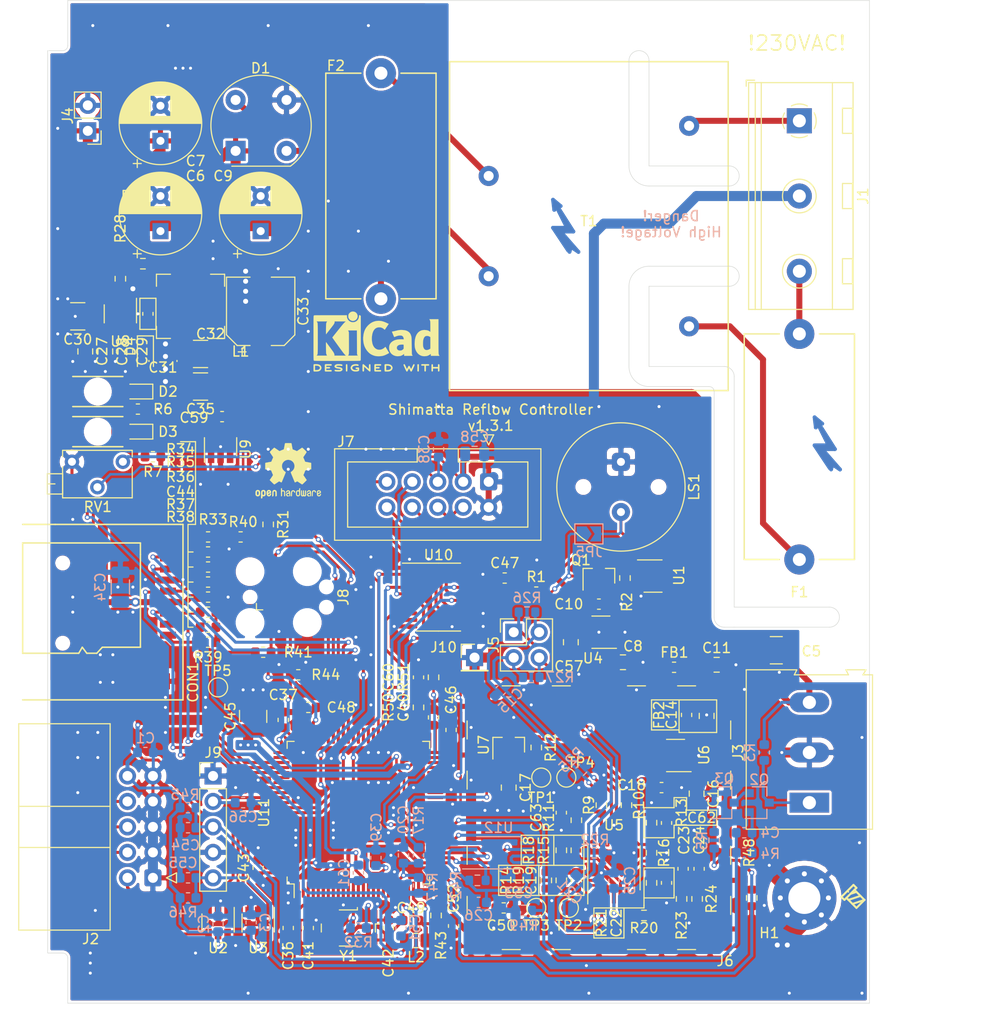
<source format=kicad_pcb>
(kicad_pcb (version 20171130) (host pcbnew 5.1.10)

  (general
    (thickness 1.6)
    (drawings 114)
    (tracks 1744)
    (zones 0)
    (modules 166)
    (nets 98)
  )

  (page A4)
  (title_block
    (title "Shimatta Reflow Controller")
    (rev v1.3.1)
    (company Shimatta)
  )

  (layers
    (0 F.Cu signal)
    (31 B.Cu signal)
    (32 B.Adhes user)
    (33 F.Adhes user)
    (34 B.Paste user)
    (35 F.Paste user)
    (36 B.SilkS user)
    (37 F.SilkS user)
    (38 B.Mask user)
    (39 F.Mask user)
    (40 Dwgs.User user)
    (41 Cmts.User user)
    (42 Eco1.User user)
    (43 Eco2.User user)
    (44 Edge.Cuts user)
    (45 Margin user)
    (46 B.CrtYd user)
    (47 F.CrtYd user)
    (48 B.Fab user)
    (49 F.Fab user)
  )

  (setup
    (last_trace_width 0.25)
    (user_trace_width 0.3)
    (user_trace_width 0.4)
    (user_trace_width 0.6)
    (user_trace_width 1)
    (user_trace_width 2)
    (trace_clearance 0.2)
    (zone_clearance 0.25)
    (zone_45_only no)
    (trace_min 0.21)
    (via_size 0.5)
    (via_drill 0.3)
    (via_min_size 0.4)
    (via_min_drill 0.3)
    (user_via 0.9 0.5)
    (uvia_size 0.3)
    (uvia_drill 0.1)
    (uvias_allowed no)
    (uvia_min_size 0.2)
    (uvia_min_drill 0.1)
    (edge_width 0.05)
    (segment_width 0.2)
    (pcb_text_width 0.3)
    (pcb_text_size 1.5 1.5)
    (mod_edge_width 0.12)
    (mod_text_size 1 1)
    (mod_text_width 0.15)
    (pad_size 1.15 2.7)
    (pad_drill 0)
    (pad_to_mask_clearance 0)
    (aux_axis_origin 13 13)
    (grid_origin 13 13)
    (visible_elements FFFFFF7F)
    (pcbplotparams
      (layerselection 0x010f0_ffffffff)
      (usegerberextensions true)
      (usegerberattributes true)
      (usegerberadvancedattributes false)
      (creategerberjobfile true)
      (excludeedgelayer true)
      (linewidth 0.100000)
      (plotframeref false)
      (viasonmask false)
      (mode 1)
      (useauxorigin false)
      (hpglpennumber 1)
      (hpglpenspeed 20)
      (hpglpendiameter 15.000000)
      (psnegative false)
      (psa4output false)
      (plotreference true)
      (plotvalue true)
      (plotinvisibletext false)
      (padsonsilk true)
      (subtractmaskfromsilk false)
      (outputformat 1)
      (mirror false)
      (drillshape 0)
      (scaleselection 1)
      (outputdirectory "gerber/"))
  )

  (net 0 "")
  (net 1 GND)
  (net 2 +8V)
  (net 3 +3V3)
  (net 4 +5V)
  (net 5 /Controller/ENC1)
  (net 6 /Controller/ENC2)
  (net 7 /Controller/VREF)
  (net 8 /Controller/SW1)
  (net 9 /Frontend/FORCE+)
  (net 10 /Frontend/FORCE-)
  (net 11 /Frontend/SENS+)
  (net 12 /Frontend/SENS-)
  (net 13 /Controller/SDIO_D1)
  (net 14 /Controller/SDIO_D0)
  (net 15 /Controller/SDIO_CLK)
  (net 16 /Controller/SDIO_CMD)
  (net 17 /Controller/SDIO_D3)
  (net 18 /Controller/SDIO_D2)
  (net 19 /Controller/TEMP_IN)
  (net 20 /L_Trafo)
  (net 21 /L_IN)
  (net 22 /N_IN)
  (net 23 /DIGIO3)
  (net 24 /DIGIO2)
  (net 25 /DIGIO1)
  (net 26 /DIGIO0)
  (net 27 /Controller/SWDIO)
  (net 28 /Controller/SWCLK)
  (net 29 /Controller/PC_RX)
  (net 30 /Controller/PC_TX)
  (net 31 /Controller/~RST)
  (net 32 /Controller/LCD_VO)
  (net 33 /Controller/LCD_RS)
  (net 34 /Controller/LCD_EN)
  (net 35 /Controller/LCD_D3)
  (net 36 /Controller/LCD_D0)
  (net 37 /Controller/LCD_D2)
  (net 38 /Controller/LCD_D1)
  (net 39 /OUT0)
  (net 40 /OUT3)
  (net 41 /OUT2)
  (net 42 /OUT1)
  (net 43 /Controller/VDDA)
  (net 44 +5VL)
  (net 45 /Controller/CARD_DETECT)
  (net 46 +3.3VA)
  (net 47 /Frontend/VREF_OP)
  (net 48 /DIGIO0_PROT)
  (net 49 /DIGIO1_PROT)
  (net 50 /DIGIO2_PROT)
  (net 51 /DIGIO3_PROT)
  (net 52 "Net-(C4-Pad2)")
  (net 53 "Net-(C14-Pad1)")
  (net 54 "Net-(C19-Pad1)")
  (net 55 "Net-(C22-Pad2)")
  (net 56 "Net-(C22-Pad1)")
  (net 57 "Net-(C23-Pad1)")
  (net 58 "Net-(C31-Pad1)")
  (net 59 "Net-(C42-Pad1)")
  (net 60 "Net-(D1-Pad4)")
  (net 61 "Net-(D1-Pad2)")
  (net 62 "Net-(D2-Pad1)")
  (net 63 "Net-(D3-Pad1)")
  (net 64 "Net-(F2-Pad2)")
  (net 65 "Net-(J3-Pad1)")
  (net 66 "Net-(Q2-Pad2)")
  (net 67 "Net-(Q3-Pad1)")
  (net 68 /Controller/SSR_SAFETY_ENABLE)
  (net 69 /Controller/E_~CS)
  (net 70 /Controller/E_SCK)
  (net 71 /Controller/E_MISO)
  (net 72 /Controller/E_MOSI)
  (net 73 "Net-(Q1-Pad3)")
  (net 74 "/Digital Power Supply/DCDC_SW")
  (net 75 /Controller/EXT_WTCHDG_TOGGL)
  (net 76 "Net-(C41-Pad1)")
  (net 77 "Net-(C46-Pad1)")
  (net 78 "Net-(C48-Pad1)")
  (net 79 "Net-(C52-Pad2)")
  (net 80 "Net-(R15-Pad1)")
  (net 81 "Net-(R20-Pad1)")
  (net 82 "Net-(R28-Pad1)")
  (net 83 "Net-(R31-Pad2)")
  (net 84 "Net-(U10-Pad17)")
  (net 85 "Net-(U10-Pad15)")
  (net 86 "Net-(U10-Pad8)")
  (net 87 "Net-(U10-Pad6)")
  (net 88 "Net-(U10-Pad4)")
  (net 89 "Net-(U10-Pad2)")
  (net 90 "Net-(C10-Pad2)")
  (net 91 "Net-(JP5-Pad2)")
  (net 92 "Net-(JP5-Pad1)")
  (net 93 "Net-(C60-Pad1)")
  (net 94 "Net-(C62-Pad2)")
  (net 95 "Net-(C62-Pad1)")
  (net 96 "Net-(C63-Pad2)")
  (net 97 "Net-(C63-Pad1)")

  (net_class Default "This is the default net class."
    (clearance 0.2)
    (trace_width 0.25)
    (via_dia 0.5)
    (via_drill 0.3)
    (uvia_dia 0.3)
    (uvia_drill 0.1)
    (diff_pair_width 0.3)
    (diff_pair_gap 0.25)
    (add_net +3.3VA)
    (add_net +3V3)
    (add_net +5V)
    (add_net +5VL)
    (add_net +8V)
    (add_net /Controller/CARD_DETECT)
    (add_net /Controller/ENC1)
    (add_net /Controller/ENC2)
    (add_net /Controller/EXT_WTCHDG_TOGGL)
    (add_net /Controller/E_MISO)
    (add_net /Controller/E_MOSI)
    (add_net /Controller/E_SCK)
    (add_net /Controller/E_~CS)
    (add_net /Controller/LCD_D0)
    (add_net /Controller/LCD_D1)
    (add_net /Controller/LCD_D2)
    (add_net /Controller/LCD_D3)
    (add_net /Controller/LCD_EN)
    (add_net /Controller/LCD_RS)
    (add_net /Controller/LCD_VO)
    (add_net /Controller/PC_RX)
    (add_net /Controller/PC_TX)
    (add_net /Controller/SDIO_CLK)
    (add_net /Controller/SDIO_CMD)
    (add_net /Controller/SDIO_D0)
    (add_net /Controller/SDIO_D1)
    (add_net /Controller/SDIO_D2)
    (add_net /Controller/SDIO_D3)
    (add_net /Controller/SSR_SAFETY_ENABLE)
    (add_net /Controller/SW1)
    (add_net /Controller/SWCLK)
    (add_net /Controller/SWDIO)
    (add_net /Controller/TEMP_IN)
    (add_net /Controller/VDDA)
    (add_net /Controller/VREF)
    (add_net /Controller/~RST)
    (add_net /DIGIO0)
    (add_net /DIGIO0_PROT)
    (add_net /DIGIO1)
    (add_net /DIGIO1_PROT)
    (add_net /DIGIO2)
    (add_net /DIGIO2_PROT)
    (add_net /DIGIO3)
    (add_net /DIGIO3_PROT)
    (add_net "/Digital Power Supply/DCDC_SW")
    (add_net /Frontend/FORCE+)
    (add_net /Frontend/FORCE-)
    (add_net /Frontend/SENS+)
    (add_net /Frontend/SENS-)
    (add_net /Frontend/VREF_OP)
    (add_net /OUT0)
    (add_net /OUT1)
    (add_net /OUT2)
    (add_net /OUT3)
    (add_net GND)
    (add_net "Net-(C10-Pad2)")
    (add_net "Net-(C14-Pad1)")
    (add_net "Net-(C19-Pad1)")
    (add_net "Net-(C22-Pad1)")
    (add_net "Net-(C22-Pad2)")
    (add_net "Net-(C23-Pad1)")
    (add_net "Net-(C31-Pad1)")
    (add_net "Net-(C4-Pad2)")
    (add_net "Net-(C41-Pad1)")
    (add_net "Net-(C42-Pad1)")
    (add_net "Net-(C46-Pad1)")
    (add_net "Net-(C48-Pad1)")
    (add_net "Net-(C52-Pad2)")
    (add_net "Net-(C60-Pad1)")
    (add_net "Net-(C62-Pad1)")
    (add_net "Net-(C62-Pad2)")
    (add_net "Net-(C63-Pad1)")
    (add_net "Net-(C63-Pad2)")
    (add_net "Net-(D1-Pad2)")
    (add_net "Net-(D1-Pad4)")
    (add_net "Net-(D2-Pad1)")
    (add_net "Net-(D3-Pad1)")
    (add_net "Net-(F2-Pad2)")
    (add_net "Net-(J3-Pad1)")
    (add_net "Net-(JP5-Pad1)")
    (add_net "Net-(JP5-Pad2)")
    (add_net "Net-(Q1-Pad3)")
    (add_net "Net-(Q2-Pad2)")
    (add_net "Net-(Q3-Pad1)")
    (add_net "Net-(R15-Pad1)")
    (add_net "Net-(R20-Pad1)")
    (add_net "Net-(R28-Pad1)")
    (add_net "Net-(R31-Pad2)")
    (add_net "Net-(U10-Pad15)")
    (add_net "Net-(U10-Pad17)")
    (add_net "Net-(U10-Pad2)")
    (add_net "Net-(U10-Pad4)")
    (add_net "Net-(U10-Pad6)")
    (add_net "Net-(U10-Pad8)")
  )

  (net_class HV ""
    (clearance 2.55)
    (trace_width 1)
    (via_dia 0.5)
    (via_drill 0.3)
    (uvia_dia 0.3)
    (uvia_drill 0.1)
    (diff_pair_width 0.21)
    (diff_pair_gap 0.25)
    (add_net /L_IN)
    (add_net /L_Trafo)
    (add_net /N_IN)
  )

  (module Capacitor_SMD:C_0805_2012Metric (layer F.Cu) (tedit 604A72F6) (tstamp 604AF313)
    (at 23.75 48 270)
    (descr "Capacitor SMD 0805 (2012 Metric), square (rectangular) end terminal, IPC_7351 nominal, (Body size source: IPC-SM-782 page 76, https://www.pcb-3d.com/wordpress/wp-content/uploads/ipc-sm-782a_amendment_1_and_2.pdf, https://docs.google.com/spreadsheets/d/1BsfQQcO9C6DZCsRaXUlFlo91Tg2WpOkGARC1WS5S8t0/edit?usp=sharing), generated with kicad-footprint-generator")
    (tags capacitor)
    (path /5FB6E41F/5FB7DB9E)
    (attr smd)
    (fp_text reference C29 (at 0 -1.68 90) (layer F.SilkS)
      (effects (font (size 1 1) (thickness 0.15)))
    )
    (fp_text value 100n (at 0 1.68 90) (layer F.Fab)
      (effects (font (size 1 1) (thickness 0.15)))
    )
    (fp_line (start -1 0.625) (end -1 -0.625) (layer F.Fab) (width 0.1))
    (fp_line (start -1 -0.625) (end 1 -0.625) (layer F.Fab) (width 0.1))
    (fp_line (start 1 -0.625) (end 1 0.625) (layer F.Fab) (width 0.1))
    (fp_line (start 1 0.625) (end -1 0.625) (layer F.Fab) (width 0.1))
    (fp_line (start -0.261252 -0.735) (end 0.261252 -0.735) (layer F.SilkS) (width 0.12))
    (fp_line (start -0.261252 0.735) (end 0.261252 0.735) (layer F.SilkS) (width 0.12))
    (fp_line (start -1.7 0.98) (end -1.7 -0.98) (layer F.CrtYd) (width 0.05))
    (fp_line (start -1.7 -0.98) (end 1.7 -0.98) (layer F.CrtYd) (width 0.05))
    (fp_line (start 1.7 -0.98) (end 1.7 0.98) (layer F.CrtYd) (width 0.05))
    (fp_line (start 1.7 0.98) (end -1.7 0.98) (layer F.CrtYd) (width 0.05))
    (fp_text user %R (at 0 0 90) (layer F.Fab)
      (effects (font (size 0.5 0.5) (thickness 0.08)))
    )
    (pad 2 smd roundrect (at 0.95 0 270) (size 1 1.45) (layers F.Cu F.Paste F.Mask) (roundrect_rratio 0.25)
      (net 1 GND))
    (pad 1 smd roundrect (at -0.95 0 270) (size 1 1.45) (layers F.Cu F.Paste F.Mask) (roundrect_rratio 0.25)
      (net 2 +8V) (zone_connect 2))
    (model ${KISYS3DMOD}/Capacitor_SMD.3dshapes/C_0805_2012Metric.wrl
      (at (xyz 0 0 0))
      (scale (xyz 1 1 1))
      (rotate (xyz 0 0 0))
    )
  )

  (module Capacitor_SMD:C_0805_2012Metric (layer F.Cu) (tedit 604A72EC) (tstamp 604AF302)
    (at 21.75 48 270)
    (descr "Capacitor SMD 0805 (2012 Metric), square (rectangular) end terminal, IPC_7351 nominal, (Body size source: IPC-SM-782 page 76, https://www.pcb-3d.com/wordpress/wp-content/uploads/ipc-sm-782a_amendment_1_and_2.pdf, https://docs.google.com/spreadsheets/d/1BsfQQcO9C6DZCsRaXUlFlo91Tg2WpOkGARC1WS5S8t0/edit?usp=sharing), generated with kicad-footprint-generator")
    (tags capacitor)
    (path /5FB6E41F/5FB7D1DC)
    (attr smd)
    (fp_text reference C28 (at 0 -1.68 90) (layer F.SilkS)
      (effects (font (size 1 1) (thickness 0.15)))
    )
    (fp_text value 100n (at 0 1.68 90) (layer F.Fab)
      (effects (font (size 1 1) (thickness 0.15)))
    )
    (fp_line (start -1 0.625) (end -1 -0.625) (layer F.Fab) (width 0.1))
    (fp_line (start -1 -0.625) (end 1 -0.625) (layer F.Fab) (width 0.1))
    (fp_line (start 1 -0.625) (end 1 0.625) (layer F.Fab) (width 0.1))
    (fp_line (start 1 0.625) (end -1 0.625) (layer F.Fab) (width 0.1))
    (fp_line (start -0.261252 -0.735) (end 0.261252 -0.735) (layer F.SilkS) (width 0.12))
    (fp_line (start -0.261252 0.735) (end 0.261252 0.735) (layer F.SilkS) (width 0.12))
    (fp_line (start -1.7 0.98) (end -1.7 -0.98) (layer F.CrtYd) (width 0.05))
    (fp_line (start -1.7 -0.98) (end 1.7 -0.98) (layer F.CrtYd) (width 0.05))
    (fp_line (start 1.7 -0.98) (end 1.7 0.98) (layer F.CrtYd) (width 0.05))
    (fp_line (start 1.7 0.98) (end -1.7 0.98) (layer F.CrtYd) (width 0.05))
    (fp_text user %R (at 0 0 90) (layer F.Fab)
      (effects (font (size 0.5 0.5) (thickness 0.08)))
    )
    (pad 2 smd roundrect (at 0.95 0 270) (size 1 1.45) (layers F.Cu F.Paste F.Mask) (roundrect_rratio 0.25)
      (net 1 GND))
    (pad 1 smd roundrect (at -0.95 0 270) (size 1 1.45) (layers F.Cu F.Paste F.Mask) (roundrect_rratio 0.25)
      (net 2 +8V) (zone_connect 2))
    (model ${KISYS3DMOD}/Capacitor_SMD.3dshapes/C_0805_2012Metric.wrl
      (at (xyz 0 0 0))
      (scale (xyz 1 1 1))
      (rotate (xyz 0 0 0))
    )
  )

  (module Capacitor_SMD:C_0805_2012Metric (layer F.Cu) (tedit 604A7307) (tstamp 604AF2F1)
    (at 19.75 48 270)
    (descr "Capacitor SMD 0805 (2012 Metric), square (rectangular) end terminal, IPC_7351 nominal, (Body size source: IPC-SM-782 page 76, https://www.pcb-3d.com/wordpress/wp-content/uploads/ipc-sm-782a_amendment_1_and_2.pdf, https://docs.google.com/spreadsheets/d/1BsfQQcO9C6DZCsRaXUlFlo91Tg2WpOkGARC1WS5S8t0/edit?usp=sharing), generated with kicad-footprint-generator")
    (tags capacitor)
    (path /5FB6E41F/5FB7CC6B)
    (attr smd)
    (fp_text reference C27 (at 0 -1.68 90) (layer F.SilkS)
      (effects (font (size 1 1) (thickness 0.15)))
    )
    (fp_text value 100n (at 0 1.68 90) (layer F.Fab)
      (effects (font (size 1 1) (thickness 0.15)))
    )
    (fp_line (start -1 0.625) (end -1 -0.625) (layer F.Fab) (width 0.1))
    (fp_line (start -1 -0.625) (end 1 -0.625) (layer F.Fab) (width 0.1))
    (fp_line (start 1 -0.625) (end 1 0.625) (layer F.Fab) (width 0.1))
    (fp_line (start 1 0.625) (end -1 0.625) (layer F.Fab) (width 0.1))
    (fp_line (start -0.261252 -0.735) (end 0.261252 -0.735) (layer F.SilkS) (width 0.12))
    (fp_line (start -0.261252 0.735) (end 0.261252 0.735) (layer F.SilkS) (width 0.12))
    (fp_line (start -1.7 0.98) (end -1.7 -0.98) (layer F.CrtYd) (width 0.05))
    (fp_line (start -1.7 -0.98) (end 1.7 -0.98) (layer F.CrtYd) (width 0.05))
    (fp_line (start 1.7 -0.98) (end 1.7 0.98) (layer F.CrtYd) (width 0.05))
    (fp_line (start 1.7 0.98) (end -1.7 0.98) (layer F.CrtYd) (width 0.05))
    (fp_text user %R (at 0 0 90) (layer F.Fab)
      (effects (font (size 0.5 0.5) (thickness 0.08)))
    )
    (pad 2 smd roundrect (at 0.95 0 270) (size 1 1.45) (layers F.Cu F.Paste F.Mask) (roundrect_rratio 0.25)
      (net 1 GND))
    (pad 1 smd roundrect (at -0.95 0 270) (size 1 1.45) (layers F.Cu F.Paste F.Mask) (roundrect_rratio 0.25)
      (net 2 +8V) (zone_connect 2))
    (model ${KISYS3DMOD}/Capacitor_SMD.3dshapes/C_0805_2012Metric.wrl
      (at (xyz 0 0 0))
      (scale (xyz 1 1 1))
      (rotate (xyz 0 0 0))
    )
  )

  (module shimatta_tht:BV-EI-305-XXXX locked (layer F.Cu) (tedit 60034E03) (tstamp 5FD3143E)
    (at 70 35.5 180)
    (path /5D6EA3F7)
    (fp_text reference T1 (at 0 0.5) (layer F.SilkS)
      (effects (font (size 1 1) (thickness 0.15)))
    )
    (fp_text value BV-EI-305-2050 (at 0 -0.5) (layer F.Fab)
      (effects (font (size 1 1) (thickness 0.15)))
    )
    (fp_line (start 13.9 -16.4) (end 13.9 16.4) (layer F.SilkS) (width 0.15))
    (fp_line (start -13.9 16.4) (end 13.9 16.4) (layer F.SilkS) (width 0.15))
    (fp_line (start -13.9 -16.4) (end -13.9 16.4) (layer F.SilkS) (width 0.15))
    (fp_line (start -13.9 -16.4) (end 13.9 -16.4) (layer F.SilkS) (width 0.15))
    (pad 1 thru_hole circle (at -10 10 180) (size 2 2) (drill 1) (layers *.Cu *.Mask)
      (net 22 /N_IN))
    (pad 2 thru_hole circle (at -10 -10 180) (size 2 2) (drill 1) (layers *.Cu *.Mask)
      (net 20 /L_Trafo))
    (pad 3 thru_hole circle (at 10 5 180) (size 2 2) (drill 1) (layers *.Cu *.Mask)
      (net 64 "Net-(F2-Pad2)"))
    (pad 4 thru_hole circle (at 10 -5 180) (size 2 2) (drill 1) (layers *.Cu *.Mask)
      (net 61 "Net-(D1-Pad2)"))
    (model ${KISYS3DMOD}/tht.shapes3d/BV-EI-305-XXXX.wrl
      (at (xyz 0 0 0))
      (scale (xyz 0.3937 0.3937 0.3937))
      (rotate (xyz 0 0 0))
    )
  )

  (module Capacitor_SMD:C_0603_1608Metric (layer F.Cu) (tedit 5F68FEEE) (tstamp 5FD64B98)
    (at 67.25 94 270)
    (descr "Capacitor SMD 0603 (1608 Metric), square (rectangular) end terminal, IPC_7351 nominal, (Body size source: IPC-SM-782 page 76, https://www.pcb-3d.com/wordpress/wp-content/uploads/ipc-sm-782a_amendment_1_and_2.pdf), generated with kicad-footprint-generator")
    (tags capacitor)
    (path /5D8C5188/5FE2133C)
    (attr smd)
    (fp_text reference C63 (at 0.5 2.5 90) (layer F.SilkS)
      (effects (font (size 1 1) (thickness 0.15)))
    )
    (fp_text value DNP (at 0 1.43 90) (layer F.Fab)
      (effects (font (size 1 1) (thickness 0.15)))
    )
    (fp_line (start -0.8 0.4) (end -0.8 -0.4) (layer F.Fab) (width 0.1))
    (fp_line (start -0.8 -0.4) (end 0.8 -0.4) (layer F.Fab) (width 0.1))
    (fp_line (start 0.8 -0.4) (end 0.8 0.4) (layer F.Fab) (width 0.1))
    (fp_line (start 0.8 0.4) (end -0.8 0.4) (layer F.Fab) (width 0.1))
    (fp_line (start -0.14058 -0.51) (end 0.14058 -0.51) (layer F.SilkS) (width 0.12))
    (fp_line (start -0.14058 0.51) (end 0.14058 0.51) (layer F.SilkS) (width 0.12))
    (fp_line (start -1.48 0.73) (end -1.48 -0.73) (layer F.CrtYd) (width 0.05))
    (fp_line (start -1.48 -0.73) (end 1.48 -0.73) (layer F.CrtYd) (width 0.05))
    (fp_line (start 1.48 -0.73) (end 1.48 0.73) (layer F.CrtYd) (width 0.05))
    (fp_line (start 1.48 0.73) (end -1.48 0.73) (layer F.CrtYd) (width 0.05))
    (fp_text user %R (at 0 0 90) (layer F.Fab)
      (effects (font (size 0.4 0.4) (thickness 0.06)))
    )
    (pad 2 smd roundrect (at 0.775 0 270) (size 0.9 0.95) (layers F.Cu F.Paste F.Mask) (roundrect_rratio 0.25)
      (net 96 "Net-(C63-Pad2)"))
    (pad 1 smd roundrect (at -0.775 0 270) (size 0.9 0.95) (layers F.Cu F.Paste F.Mask) (roundrect_rratio 0.25)
      (net 97 "Net-(C63-Pad1)"))
    (model ${KISYS3DMOD}/Capacitor_SMD.3dshapes/C_0603_1608Metric.wrl
      (at (xyz 0 0 0))
      (scale (xyz 1 1 1))
      (rotate (xyz 0 0 0))
    )
  )

  (module Capacitor_SMD:C_0603_1608Metric (layer F.Cu) (tedit 5F68FEEE) (tstamp 5FD64B87)
    (at 77.75 95.025 270)
    (descr "Capacitor SMD 0603 (1608 Metric), square (rectangular) end terminal, IPC_7351 nominal, (Body size source: IPC-SM-782 page 76, https://www.pcb-3d.com/wordpress/wp-content/uploads/ipc-sm-782a_amendment_1_and_2.pdf), generated with kicad-footprint-generator")
    (tags capacitor)
    (path /5D8C5188/5FE331AE)
    (attr smd)
    (fp_text reference C62 (at -0.525 -3.5 180) (layer F.SilkS)
      (effects (font (size 1 1) (thickness 0.15)))
    )
    (fp_text value DNP (at 0 1.43 90) (layer F.Fab)
      (effects (font (size 1 1) (thickness 0.15)))
    )
    (fp_line (start -0.8 0.4) (end -0.8 -0.4) (layer F.Fab) (width 0.1))
    (fp_line (start -0.8 -0.4) (end 0.8 -0.4) (layer F.Fab) (width 0.1))
    (fp_line (start 0.8 -0.4) (end 0.8 0.4) (layer F.Fab) (width 0.1))
    (fp_line (start 0.8 0.4) (end -0.8 0.4) (layer F.Fab) (width 0.1))
    (fp_line (start -0.14058 -0.51) (end 0.14058 -0.51) (layer F.SilkS) (width 0.12))
    (fp_line (start -0.14058 0.51) (end 0.14058 0.51) (layer F.SilkS) (width 0.12))
    (fp_line (start -1.48 0.73) (end -1.48 -0.73) (layer F.CrtYd) (width 0.05))
    (fp_line (start -1.48 -0.73) (end 1.48 -0.73) (layer F.CrtYd) (width 0.05))
    (fp_line (start 1.48 -0.73) (end 1.48 0.73) (layer F.CrtYd) (width 0.05))
    (fp_line (start 1.48 0.73) (end -1.48 0.73) (layer F.CrtYd) (width 0.05))
    (fp_text user %R (at 0 0 90) (layer F.Fab)
      (effects (font (size 0.4 0.4) (thickness 0.06)))
    )
    (pad 2 smd roundrect (at 0.775 0 270) (size 0.9 0.95) (layers F.Cu F.Paste F.Mask) (roundrect_rratio 0.25)
      (net 94 "Net-(C62-Pad2)"))
    (pad 1 smd roundrect (at -0.775 0 270) (size 0.9 0.95) (layers F.Cu F.Paste F.Mask) (roundrect_rratio 0.25)
      (net 95 "Net-(C62-Pad1)"))
    (model ${KISYS3DMOD}/Capacitor_SMD.3dshapes/C_0603_1608Metric.wrl
      (at (xyz 0 0 0))
      (scale (xyz 1 1 1))
      (rotate (xyz 0 0 0))
    )
  )

  (module Capacitor_SMD:C_0603_1608Metric (layer B.Cu) (tedit 5F68FEEE) (tstamp 5FD2F3FD)
    (at 47 100 270)
    (descr "Capacitor SMD 0603 (1608 Metric), square (rectangular) end terminal, IPC_7351 nominal, (Body size source: IPC-SM-782 page 76, https://www.pcb-3d.com/wordpress/wp-content/uploads/ipc-sm-782a_amendment_1_and_2.pdf), generated with kicad-footprint-generator")
    (tags capacitor)
    (path /5D77EC9D/5FD72F9A)
    (attr smd)
    (fp_text reference C61 (at 0 1.43 90) (layer B.SilkS)
      (effects (font (size 1 1) (thickness 0.15)) (justify mirror))
    )
    (fp_text value 100n (at 0 -1.43 90) (layer B.Fab)
      (effects (font (size 1 1) (thickness 0.15)) (justify mirror))
    )
    (fp_line (start -0.8 -0.4) (end -0.8 0.4) (layer B.Fab) (width 0.1))
    (fp_line (start -0.8 0.4) (end 0.8 0.4) (layer B.Fab) (width 0.1))
    (fp_line (start 0.8 0.4) (end 0.8 -0.4) (layer B.Fab) (width 0.1))
    (fp_line (start 0.8 -0.4) (end -0.8 -0.4) (layer B.Fab) (width 0.1))
    (fp_line (start -0.14058 0.51) (end 0.14058 0.51) (layer B.SilkS) (width 0.12))
    (fp_line (start -0.14058 -0.51) (end 0.14058 -0.51) (layer B.SilkS) (width 0.12))
    (fp_line (start -1.48 -0.73) (end -1.48 0.73) (layer B.CrtYd) (width 0.05))
    (fp_line (start -1.48 0.73) (end 1.48 0.73) (layer B.CrtYd) (width 0.05))
    (fp_line (start 1.48 0.73) (end 1.48 -0.73) (layer B.CrtYd) (width 0.05))
    (fp_line (start 1.48 -0.73) (end -1.48 -0.73) (layer B.CrtYd) (width 0.05))
    (fp_text user %R (at 0 0 90) (layer B.Fab)
      (effects (font (size 0.4 0.4) (thickness 0.06)) (justify mirror))
    )
    (pad 2 smd roundrect (at 0.775 0 270) (size 0.9 0.95) (layers B.Cu B.Paste B.Mask) (roundrect_rratio 0.25)
      (net 1 GND))
    (pad 1 smd roundrect (at -0.775 0 270) (size 0.9 0.95) (layers B.Cu B.Paste B.Mask) (roundrect_rratio 0.25)
      (net 3 +3V3))
    (model ${KISYS3DMOD}/Capacitor_SMD.3dshapes/C_0603_1608Metric.wrl
      (at (xyz 0 0 0))
      (scale (xyz 1 1 1))
      (rotate (xyz 0 0 0))
    )
  )

  (module shimatta_buzzer:PKM13EPYH4002-B0 (layer F.Cu) (tedit 5FCFC26C) (tstamp 5FCC3E58)
    (at 73.198 61.514 270)
    (tags buzzer,piezo)
    (path /5D891662)
    (fp_text reference LS1 (at 0 -7.3 90) (layer F.SilkS)
      (effects (font (size 1 1) (thickness 0.15)))
    )
    (fp_text value Buzzer (at 0 0 180) (layer F.Fab)
      (effects (font (size 1 1) (thickness 0.15)))
    )
    (fp_circle (center 0 0) (end 6.5 0) (layer F.Fab) (width 0.12))
    (fp_circle (center 0 0) (end 6.5 0) (layer F.CrtYd) (width 0.12))
    (fp_circle (center 0 0) (end 6.4 0) (layer F.SilkS) (width 0.12))
    (pad "" np_thru_hole circle (at 0 -3.75 270) (size 1.1 1.1) (drill 1.1) (layers *.Cu *.Mask))
    (pad "" np_thru_hole circle (at 0 3.75 270) (size 1.1 1.1) (drill 1.1) (layers *.Cu *.Mask))
    (pad 2 thru_hole circle (at 2.5 0 270) (size 1.8 1.8) (drill 0.8) (layers *.Cu *.Mask)
      (net 91 "Net-(JP5-Pad2)"))
    (pad 1 thru_hole roundrect (at -2.5 0 270) (size 1.8 1.8) (drill 0.8) (layers *.Cu *.Mask) (roundrect_rratio 0.25)
      (net 1 GND))
    (model ${KISYS3DMOD}/buzzer.shapes3d/PKM13EPYH4002-B0.wrl
      (at (xyz 0 0 0))
      (scale (xyz 0.3937 0.3937 0.3937))
      (rotate (xyz 0 0 0))
    )
  )

  (module Resistor_SMD:R_0603_1608Metric (layer F.Cu) (tedit 5F68FEEE) (tstamp 5FCDB62B)
    (at 54.5 80.5 270)
    (descr "Resistor SMD 0603 (1608 Metric), square (rectangular) end terminal, IPC_7351 nominal, (Body size source: IPC-SM-782 page 72, https://www.pcb-3d.com/wordpress/wp-content/uploads/ipc-sm-782a_amendment_1_and_2.pdf), generated with kicad-footprint-generator")
    (tags resistor)
    (path /5D77EC9D/5FD62ABC)
    (attr smd)
    (fp_text reference R51 (at 0 3 90) (layer F.SilkS)
      (effects (font (size 1 1) (thickness 0.15)))
    )
    (fp_text value 10k (at -2.25 0 90) (layer F.Fab)
      (effects (font (size 1 1) (thickness 0.15)))
    )
    (fp_line (start 1.48 0.73) (end -1.48 0.73) (layer F.CrtYd) (width 0.05))
    (fp_line (start 1.48 -0.73) (end 1.48 0.73) (layer F.CrtYd) (width 0.05))
    (fp_line (start -1.48 -0.73) (end 1.48 -0.73) (layer F.CrtYd) (width 0.05))
    (fp_line (start -1.48 0.73) (end -1.48 -0.73) (layer F.CrtYd) (width 0.05))
    (fp_line (start -0.237258 0.5225) (end 0.237258 0.5225) (layer F.SilkS) (width 0.12))
    (fp_line (start -0.237258 -0.5225) (end 0.237258 -0.5225) (layer F.SilkS) (width 0.12))
    (fp_line (start 0.8 0.4125) (end -0.8 0.4125) (layer F.Fab) (width 0.1))
    (fp_line (start 0.8 -0.4125) (end 0.8 0.4125) (layer F.Fab) (width 0.1))
    (fp_line (start -0.8 -0.4125) (end 0.8 -0.4125) (layer F.Fab) (width 0.1))
    (fp_line (start -0.8 0.4125) (end -0.8 -0.4125) (layer F.Fab) (width 0.1))
    (fp_text user %R (at 0 0 90) (layer F.Fab)
      (effects (font (size 0.4 0.4) (thickness 0.06)))
    )
    (pad 2 smd roundrect (at 0.825 0 270) (size 0.8 0.95) (layers F.Cu F.Paste F.Mask) (roundrect_rratio 0.25)
      (net 93 "Net-(C60-Pad1)"))
    (pad 1 smd roundrect (at -0.825 0 270) (size 0.8 0.95) (layers F.Cu F.Paste F.Mask) (roundrect_rratio 0.25)
      (net 1 GND))
    (model ${KISYS3DMOD}/Resistor_SMD.3dshapes/R_0603_1608Metric.wrl
      (at (xyz 0 0 0))
      (scale (xyz 1 1 1))
      (rotate (xyz 0 0 0))
    )
  )

  (module Resistor_SMD:R_0603_1608Metric (layer F.Cu) (tedit 5F68FEEE) (tstamp 5FCDB61A)
    (at 53 83.5 270)
    (descr "Resistor SMD 0603 (1608 Metric), square (rectangular) end terminal, IPC_7351 nominal, (Body size source: IPC-SM-782 page 72, https://www.pcb-3d.com/wordpress/wp-content/uploads/ipc-sm-782a_amendment_1_and_2.pdf), generated with kicad-footprint-generator")
    (tags resistor)
    (path /5D77EC9D/5FD5CEDB)
    (attr smd)
    (fp_text reference R50 (at 0 3 90) (layer F.SilkS)
      (effects (font (size 1 1) (thickness 0.15)))
    )
    (fp_text value 10k (at 0 1.43 90) (layer F.Fab)
      (effects (font (size 1 1) (thickness 0.15)))
    )
    (fp_line (start 1.48 0.73) (end -1.48 0.73) (layer F.CrtYd) (width 0.05))
    (fp_line (start 1.48 -0.73) (end 1.48 0.73) (layer F.CrtYd) (width 0.05))
    (fp_line (start -1.48 -0.73) (end 1.48 -0.73) (layer F.CrtYd) (width 0.05))
    (fp_line (start -1.48 0.73) (end -1.48 -0.73) (layer F.CrtYd) (width 0.05))
    (fp_line (start -0.237258 0.5225) (end 0.237258 0.5225) (layer F.SilkS) (width 0.12))
    (fp_line (start -0.237258 -0.5225) (end 0.237258 -0.5225) (layer F.SilkS) (width 0.12))
    (fp_line (start 0.8 0.4125) (end -0.8 0.4125) (layer F.Fab) (width 0.1))
    (fp_line (start 0.8 -0.4125) (end 0.8 0.4125) (layer F.Fab) (width 0.1))
    (fp_line (start -0.8 -0.4125) (end 0.8 -0.4125) (layer F.Fab) (width 0.1))
    (fp_line (start -0.8 0.4125) (end -0.8 -0.4125) (layer F.Fab) (width 0.1))
    (fp_text user %R (at 0 0 90) (layer F.Fab)
      (effects (font (size 0.4 0.4) (thickness 0.06)))
    )
    (pad 2 smd roundrect (at 0.825 0 270) (size 0.8 0.95) (layers F.Cu F.Paste F.Mask) (roundrect_rratio 0.25)
      (net 3 +3V3))
    (pad 1 smd roundrect (at -0.825 0 270) (size 0.8 0.95) (layers F.Cu F.Paste F.Mask) (roundrect_rratio 0.25)
      (net 93 "Net-(C60-Pad1)"))
    (model ${KISYS3DMOD}/Resistor_SMD.3dshapes/R_0603_1608Metric.wrl
      (at (xyz 0 0 0))
      (scale (xyz 1 1 1))
      (rotate (xyz 0 0 0))
    )
  )

  (module Capacitor_SMD:C_0603_1608Metric (layer F.Cu) (tedit 5F68FEEE) (tstamp 5FCDA8B7)
    (at 53 80.5 90)
    (descr "Capacitor SMD 0603 (1608 Metric), square (rectangular) end terminal, IPC_7351 nominal, (Body size source: IPC-SM-782 page 76, https://www.pcb-3d.com/wordpress/wp-content/uploads/ipc-sm-782a_amendment_1_and_2.pdf), generated with kicad-footprint-generator")
    (tags capacitor)
    (path /5D77EC9D/5FE39FAF)
    (attr smd)
    (fp_text reference C60 (at 0 -3 90) (layer F.SilkS)
      (effects (font (size 1 1) (thickness 0.15)))
    )
    (fp_text value 100n (at 2.75 0 90) (layer F.Fab)
      (effects (font (size 1 1) (thickness 0.15)))
    )
    (fp_line (start 1.48 0.73) (end -1.48 0.73) (layer F.CrtYd) (width 0.05))
    (fp_line (start 1.48 -0.73) (end 1.48 0.73) (layer F.CrtYd) (width 0.05))
    (fp_line (start -1.48 -0.73) (end 1.48 -0.73) (layer F.CrtYd) (width 0.05))
    (fp_line (start -1.48 0.73) (end -1.48 -0.73) (layer F.CrtYd) (width 0.05))
    (fp_line (start -0.14058 0.51) (end 0.14058 0.51) (layer F.SilkS) (width 0.12))
    (fp_line (start -0.14058 -0.51) (end 0.14058 -0.51) (layer F.SilkS) (width 0.12))
    (fp_line (start 0.8 0.4) (end -0.8 0.4) (layer F.Fab) (width 0.1))
    (fp_line (start 0.8 -0.4) (end 0.8 0.4) (layer F.Fab) (width 0.1))
    (fp_line (start -0.8 -0.4) (end 0.8 -0.4) (layer F.Fab) (width 0.1))
    (fp_line (start -0.8 0.4) (end -0.8 -0.4) (layer F.Fab) (width 0.1))
    (fp_text user %R (at 0 0 90) (layer F.Fab)
      (effects (font (size 0.4 0.4) (thickness 0.06)))
    )
    (pad 2 smd roundrect (at 0.775 0 90) (size 0.9 0.95) (layers F.Cu F.Paste F.Mask) (roundrect_rratio 0.25)
      (net 1 GND))
    (pad 1 smd roundrect (at -0.775 0 90) (size 0.9 0.95) (layers F.Cu F.Paste F.Mask) (roundrect_rratio 0.25)
      (net 93 "Net-(C60-Pad1)"))
    (model ${KISYS3DMOD}/Capacitor_SMD.3dshapes/C_0603_1608Metric.wrl
      (at (xyz 0 0 0))
      (scale (xyz 1 1 1))
      (rotate (xyz 0 0 0))
    )
  )

  (module Jumper:SolderJumper-2_P1.3mm_Open_TrianglePad1.0x1.5mm (layer B.Cu) (tedit 5A64794F) (tstamp 5FCF9810)
    (at 70 66.2)
    (descr "SMD Solder Jumper, 1x1.5mm Triangular Pads, 0.3mm gap, open")
    (tags "solder jumper open")
    (path /600F11A8)
    (attr virtual)
    (fp_text reference JP5 (at 0 1.8) (layer B.SilkS)
      (effects (font (size 1 1) (thickness 0.15)) (justify mirror))
    )
    (fp_text value DNP (at 0 -1.9) (layer B.Fab)
      (effects (font (size 1 1) (thickness 0.15)) (justify mirror))
    )
    (fp_line (start 1.65 -1.25) (end -1.65 -1.25) (layer B.CrtYd) (width 0.05))
    (fp_line (start 1.65 -1.25) (end 1.65 1.25) (layer B.CrtYd) (width 0.05))
    (fp_line (start -1.65 1.25) (end -1.65 -1.25) (layer B.CrtYd) (width 0.05))
    (fp_line (start -1.65 1.25) (end 1.65 1.25) (layer B.CrtYd) (width 0.05))
    (fp_line (start -1.4 1) (end 1.4 1) (layer B.SilkS) (width 0.12))
    (fp_line (start 1.4 1) (end 1.4 -1) (layer B.SilkS) (width 0.12))
    (fp_line (start 1.4 -1) (end -1.4 -1) (layer B.SilkS) (width 0.12))
    (fp_line (start -1.4 -1) (end -1.4 1) (layer B.SilkS) (width 0.12))
    (pad 1 smd custom (at -0.725 0) (size 0.3 0.3) (layers B.Cu B.Mask)
      (net 92 "Net-(JP5-Pad1)") (zone_connect 2)
      (options (clearance outline) (anchor rect))
      (primitives
        (gr_poly (pts
           (xy -0.5 0.75) (xy 0.5 0.75) (xy 1 0) (xy 0.5 -0.75) (xy -0.5 -0.75)
) (width 0))
      ))
    (pad 2 smd custom (at 0.725 0) (size 0.3 0.3) (layers B.Cu B.Mask)
      (net 91 "Net-(JP5-Pad2)") (zone_connect 2)
      (options (clearance outline) (anchor rect))
      (primitives
        (gr_poly (pts
           (xy -0.65 0.75) (xy 0.5 0.75) (xy 0.5 -0.75) (xy -0.65 -0.75) (xy -0.15 0)
) (width 0))
      ))
  )

  (module Capacitor_SMD:C_0603_1608Metric (layer F.Cu) (tedit 5F68FEEE) (tstamp 5FCF2BEC)
    (at 33.4 54.5)
    (descr "Capacitor SMD 0603 (1608 Metric), square (rectangular) end terminal, IPC_7351 nominal, (Body size source: IPC-SM-782 page 76, https://www.pcb-3d.com/wordpress/wp-content/uploads/ipc-sm-782a_amendment_1_and_2.pdf), generated with kicad-footprint-generator")
    (tags capacitor)
    (path /5D77EC9D/5FFAEEF2)
    (attr smd)
    (fp_text reference C59 (at -2.8 0.1) (layer F.SilkS)
      (effects (font (size 1 1) (thickness 0.15)))
    )
    (fp_text value 100n (at -0.15 1.25) (layer F.Fab)
      (effects (font (size 1 1) (thickness 0.15)))
    )
    (fp_line (start 1.48 0.73) (end -1.48 0.73) (layer F.CrtYd) (width 0.05))
    (fp_line (start 1.48 -0.73) (end 1.48 0.73) (layer F.CrtYd) (width 0.05))
    (fp_line (start -1.48 -0.73) (end 1.48 -0.73) (layer F.CrtYd) (width 0.05))
    (fp_line (start -1.48 0.73) (end -1.48 -0.73) (layer F.CrtYd) (width 0.05))
    (fp_line (start -0.14058 0.51) (end 0.14058 0.51) (layer F.SilkS) (width 0.12))
    (fp_line (start -0.14058 -0.51) (end 0.14058 -0.51) (layer F.SilkS) (width 0.12))
    (fp_line (start 0.8 0.4) (end -0.8 0.4) (layer F.Fab) (width 0.1))
    (fp_line (start 0.8 -0.4) (end 0.8 0.4) (layer F.Fab) (width 0.1))
    (fp_line (start -0.8 -0.4) (end 0.8 -0.4) (layer F.Fab) (width 0.1))
    (fp_line (start -0.8 0.4) (end -0.8 -0.4) (layer F.Fab) (width 0.1))
    (fp_text user %R (at 0 0) (layer F.Fab)
      (effects (font (size 0.4 0.4) (thickness 0.06)))
    )
    (pad 2 smd roundrect (at 0.775 0) (size 0.9 0.95) (layers F.Cu F.Paste F.Mask) (roundrect_rratio 0.25)
      (net 1 GND))
    (pad 1 smd roundrect (at -0.775 0) (size 0.9 0.95) (layers F.Cu F.Paste F.Mask) (roundrect_rratio 0.25)
      (net 3 +3V3))
    (model ${KISYS3DMOD}/Capacitor_SMD.3dshapes/C_0603_1608Metric.wrl
      (at (xyz 0 0 0))
      (scale (xyz 1 1 1))
      (rotate (xyz 0 0 0))
    )
  )

  (module Capacitor_SMD:C_0805_2012Metric (layer B.Cu) (tedit 5F68FEEE) (tstamp 5FCEA5B5)
    (at 58.6 58.2 180)
    (descr "Capacitor SMD 0805 (2012 Metric), square (rectangular) end terminal, IPC_7351 nominal, (Body size source: IPC-SM-782 page 76, https://www.pcb-3d.com/wordpress/wp-content/uploads/ipc-sm-782a_amendment_1_and_2.pdf, https://docs.google.com/spreadsheets/d/1BsfQQcO9C6DZCsRaXUlFlo91Tg2WpOkGARC1WS5S8t0/edit?usp=sharing), generated with kicad-footprint-generator")
    (tags capacitor)
    (path /5D77EC9D/5FEFE3CF)
    (attr smd)
    (fp_text reference C58 (at 0 1.68) (layer B.SilkS)
      (effects (font (size 1 1) (thickness 0.15)) (justify mirror))
    )
    (fp_text value 1u (at 0 -1.68) (layer B.Fab)
      (effects (font (size 1 1) (thickness 0.15)) (justify mirror))
    )
    (fp_line (start 1.7 -0.98) (end -1.7 -0.98) (layer B.CrtYd) (width 0.05))
    (fp_line (start 1.7 0.98) (end 1.7 -0.98) (layer B.CrtYd) (width 0.05))
    (fp_line (start -1.7 0.98) (end 1.7 0.98) (layer B.CrtYd) (width 0.05))
    (fp_line (start -1.7 -0.98) (end -1.7 0.98) (layer B.CrtYd) (width 0.05))
    (fp_line (start -0.261252 -0.735) (end 0.261252 -0.735) (layer B.SilkS) (width 0.12))
    (fp_line (start -0.261252 0.735) (end 0.261252 0.735) (layer B.SilkS) (width 0.12))
    (fp_line (start 1 -0.625) (end -1 -0.625) (layer B.Fab) (width 0.1))
    (fp_line (start 1 0.625) (end 1 -0.625) (layer B.Fab) (width 0.1))
    (fp_line (start -1 0.625) (end 1 0.625) (layer B.Fab) (width 0.1))
    (fp_line (start -1 -0.625) (end -1 0.625) (layer B.Fab) (width 0.1))
    (fp_text user %R (at 0 0) (layer B.Fab)
      (effects (font (size 0.5 0.5) (thickness 0.08)) (justify mirror))
    )
    (pad 2 smd roundrect (at 0.95 0 180) (size 1 1.45) (layers B.Cu B.Paste B.Mask) (roundrect_rratio 0.25)
      (net 44 +5VL))
    (pad 1 smd roundrect (at -0.95 0 180) (size 1 1.45) (layers B.Cu B.Paste B.Mask) (roundrect_rratio 0.25)
      (net 1 GND))
    (model ${KISYS3DMOD}/Capacitor_SMD.3dshapes/C_0805_2012Metric.wrl
      (at (xyz 0 0 0))
      (scale (xyz 1 1 1))
      (rotate (xyz 0 0 0))
    )
  )

  (module Capacitor_SMD:C_0805_2012Metric (layer F.Cu) (tedit 5F68FEEE) (tstamp 5FCE5B90)
    (at 73.4 79)
    (descr "Capacitor SMD 0805 (2012 Metric), square (rectangular) end terminal, IPC_7351 nominal, (Body size source: IPC-SM-782 page 76, https://www.pcb-3d.com/wordpress/wp-content/uploads/ipc-sm-782a_amendment_1_and_2.pdf, https://docs.google.com/spreadsheets/d/1BsfQQcO9C6DZCsRaXUlFlo91Tg2WpOkGARC1WS5S8t0/edit?usp=sharing), generated with kicad-footprint-generator")
    (tags capacitor)
    (path /5D992429)
    (attr smd)
    (fp_text reference C8 (at 1 -1.6) (layer F.SilkS)
      (effects (font (size 1 1) (thickness 0.15)))
    )
    (fp_text value 100n (at 0 1.68) (layer F.Fab)
      (effects (font (size 1 1) (thickness 0.15)))
    )
    (fp_line (start 1.7 0.98) (end -1.7 0.98) (layer F.CrtYd) (width 0.05))
    (fp_line (start 1.7 -0.98) (end 1.7 0.98) (layer F.CrtYd) (width 0.05))
    (fp_line (start -1.7 -0.98) (end 1.7 -0.98) (layer F.CrtYd) (width 0.05))
    (fp_line (start -1.7 0.98) (end -1.7 -0.98) (layer F.CrtYd) (width 0.05))
    (fp_line (start -0.261252 0.735) (end 0.261252 0.735) (layer F.SilkS) (width 0.12))
    (fp_line (start -0.261252 -0.735) (end 0.261252 -0.735) (layer F.SilkS) (width 0.12))
    (fp_line (start 1 0.625) (end -1 0.625) (layer F.Fab) (width 0.1))
    (fp_line (start 1 -0.625) (end 1 0.625) (layer F.Fab) (width 0.1))
    (fp_line (start -1 -0.625) (end 1 -0.625) (layer F.Fab) (width 0.1))
    (fp_line (start -1 0.625) (end -1 -0.625) (layer F.Fab) (width 0.1))
    (fp_text user %R (at 0 0) (layer F.Fab)
      (effects (font (size 0.5 0.5) (thickness 0.08)))
    )
    (pad 2 smd roundrect (at 0.95 0) (size 1 1.45) (layers F.Cu F.Paste F.Mask) (roundrect_rratio 0.25)
      (net 1 GND))
    (pad 1 smd roundrect (at -0.95 0) (size 1 1.45) (layers F.Cu F.Paste F.Mask) (roundrect_rratio 0.25)
      (net 2 +8V))
    (model ${KISYS3DMOD}/Capacitor_SMD.3dshapes/C_0805_2012Metric.wrl
      (at (xyz 0 0 0))
      (scale (xyz 1 1 1))
      (rotate (xyz 0 0 0))
    )
  )

  (module Package_TO_SOT_SMD:SOT-23-5 (layer F.Cu) (tedit 5A02FF57) (tstamp 5FCDC79F)
    (at 71.2 76 180)
    (descr "5-pin SOT23 package")
    (tags SOT-23-5)
    (path /5FD96B77)
    (attr smd)
    (fp_text reference U4 (at 0.8 -2.6) (layer F.SilkS)
      (effects (font (size 1 1) (thickness 0.15)))
    )
    (fp_text value LP2985-5.0 (at -5.55 0) (layer F.Fab)
      (effects (font (size 1 1) (thickness 0.15)))
    )
    (fp_line (start 0.9 -1.55) (end 0.9 1.55) (layer F.Fab) (width 0.1))
    (fp_line (start 0.9 1.55) (end -0.9 1.55) (layer F.Fab) (width 0.1))
    (fp_line (start -0.9 -0.9) (end -0.9 1.55) (layer F.Fab) (width 0.1))
    (fp_line (start 0.9 -1.55) (end -0.25 -1.55) (layer F.Fab) (width 0.1))
    (fp_line (start -0.9 -0.9) (end -0.25 -1.55) (layer F.Fab) (width 0.1))
    (fp_line (start -1.9 1.8) (end -1.9 -1.8) (layer F.CrtYd) (width 0.05))
    (fp_line (start 1.9 1.8) (end -1.9 1.8) (layer F.CrtYd) (width 0.05))
    (fp_line (start 1.9 -1.8) (end 1.9 1.8) (layer F.CrtYd) (width 0.05))
    (fp_line (start -1.9 -1.8) (end 1.9 -1.8) (layer F.CrtYd) (width 0.05))
    (fp_line (start 0.9 -1.61) (end -1.55 -1.61) (layer F.SilkS) (width 0.12))
    (fp_line (start -0.9 1.61) (end 0.9 1.61) (layer F.SilkS) (width 0.12))
    (fp_text user %R (at 0 0 90) (layer F.Fab)
      (effects (font (size 0.5 0.5) (thickness 0.075)))
    )
    (pad 5 smd rect (at 1.1 -0.95 180) (size 1.06 0.65) (layers F.Cu F.Paste F.Mask)
      (net 44 +5VL))
    (pad 4 smd rect (at 1.1 0.95 180) (size 1.06 0.65) (layers F.Cu F.Paste F.Mask)
      (net 90 "Net-(C10-Pad2)"))
    (pad 3 smd rect (at -1.1 0.95 180) (size 1.06 0.65) (layers F.Cu F.Paste F.Mask)
      (net 2 +8V))
    (pad 2 smd rect (at -1.1 0 180) (size 1.06 0.65) (layers F.Cu F.Paste F.Mask)
      (net 1 GND))
    (pad 1 smd rect (at -1.1 -0.95 180) (size 1.06 0.65) (layers F.Cu F.Paste F.Mask)
      (net 2 +8V))
    (model ${KISYS3DMOD}/Package_TO_SOT_SMD.3dshapes/SOT-23-5.wrl
      (at (xyz 0 0 0))
      (scale (xyz 1 1 1))
      (rotate (xyz 0 0 0))
    )
  )

  (module Capacitor_SMD:C_0805_2012Metric (layer F.Cu) (tedit 5F68FEEE) (tstamp 5FCDB92C)
    (at 68.2 77 270)
    (descr "Capacitor SMD 0805 (2012 Metric), square (rectangular) end terminal, IPC_7351 nominal, (Body size source: IPC-SM-782 page 76, https://www.pcb-3d.com/wordpress/wp-content/uploads/ipc-sm-782a_amendment_1_and_2.pdf, https://docs.google.com/spreadsheets/d/1BsfQQcO9C6DZCsRaXUlFlo91Tg2WpOkGARC1WS5S8t0/edit?usp=sharing), generated with kicad-footprint-generator")
    (tags capacitor)
    (path /5FEA6BEA)
    (attr smd)
    (fp_text reference C57 (at 2.4 0.2 180) (layer F.SilkS)
      (effects (font (size 1 1) (thickness 0.15)))
    )
    (fp_text value 2u2 (at 0 -1.3 90) (layer F.Fab)
      (effects (font (size 1 1) (thickness 0.15)))
    )
    (fp_line (start 1.7 0.98) (end -1.7 0.98) (layer F.CrtYd) (width 0.05))
    (fp_line (start 1.7 -0.98) (end 1.7 0.98) (layer F.CrtYd) (width 0.05))
    (fp_line (start -1.7 -0.98) (end 1.7 -0.98) (layer F.CrtYd) (width 0.05))
    (fp_line (start -1.7 0.98) (end -1.7 -0.98) (layer F.CrtYd) (width 0.05))
    (fp_line (start -0.261252 0.735) (end 0.261252 0.735) (layer F.SilkS) (width 0.12))
    (fp_line (start -0.261252 -0.735) (end 0.261252 -0.735) (layer F.SilkS) (width 0.12))
    (fp_line (start 1 0.625) (end -1 0.625) (layer F.Fab) (width 0.1))
    (fp_line (start 1 -0.625) (end 1 0.625) (layer F.Fab) (width 0.1))
    (fp_line (start -1 -0.625) (end 1 -0.625) (layer F.Fab) (width 0.1))
    (fp_line (start -1 0.625) (end -1 -0.625) (layer F.Fab) (width 0.1))
    (fp_text user %R (at 0 0 90) (layer F.Fab)
      (effects (font (size 0.5 0.5) (thickness 0.08)))
    )
    (pad 2 smd roundrect (at 0.95 0 270) (size 1 1.45) (layers F.Cu F.Paste F.Mask) (roundrect_rratio 0.25)
      (net 1 GND))
    (pad 1 smd roundrect (at -0.95 0 270) (size 1 1.45) (layers F.Cu F.Paste F.Mask) (roundrect_rratio 0.25)
      (net 44 +5VL))
    (model ${KISYS3DMOD}/Capacitor_SMD.3dshapes/C_0805_2012Metric.wrl
      (at (xyz 0 0 0))
      (scale (xyz 1 1 1))
      (rotate (xyz 0 0 0))
    )
  )

  (module Capacitor_SMD:C_0603_1608Metric (layer F.Cu) (tedit 5F68FEEE) (tstamp 5FCDB32D)
    (at 71 73.2 180)
    (descr "Capacitor SMD 0603 (1608 Metric), square (rectangular) end terminal, IPC_7351 nominal, (Body size source: IPC-SM-782 page 76, https://www.pcb-3d.com/wordpress/wp-content/uploads/ipc-sm-782a_amendment_1_and_2.pdf), generated with kicad-footprint-generator")
    (tags capacitor)
    (path /5FDDF514)
    (attr smd)
    (fp_text reference C10 (at 3 0) (layer F.SilkS)
      (effects (font (size 1 1) (thickness 0.15)))
    )
    (fp_text value 10n (at 0 1.43) (layer F.Fab)
      (effects (font (size 1 1) (thickness 0.15)))
    )
    (fp_line (start 1.48 0.73) (end -1.48 0.73) (layer F.CrtYd) (width 0.05))
    (fp_line (start 1.48 -0.73) (end 1.48 0.73) (layer F.CrtYd) (width 0.05))
    (fp_line (start -1.48 -0.73) (end 1.48 -0.73) (layer F.CrtYd) (width 0.05))
    (fp_line (start -1.48 0.73) (end -1.48 -0.73) (layer F.CrtYd) (width 0.05))
    (fp_line (start -0.14058 0.51) (end 0.14058 0.51) (layer F.SilkS) (width 0.12))
    (fp_line (start -0.14058 -0.51) (end 0.14058 -0.51) (layer F.SilkS) (width 0.12))
    (fp_line (start 0.8 0.4) (end -0.8 0.4) (layer F.Fab) (width 0.1))
    (fp_line (start 0.8 -0.4) (end 0.8 0.4) (layer F.Fab) (width 0.1))
    (fp_line (start -0.8 -0.4) (end 0.8 -0.4) (layer F.Fab) (width 0.1))
    (fp_line (start -0.8 0.4) (end -0.8 -0.4) (layer F.Fab) (width 0.1))
    (fp_text user %R (at 0 0) (layer F.Fab)
      (effects (font (size 0.4 0.4) (thickness 0.06)))
    )
    (pad 2 smd roundrect (at 0.775 0 180) (size 0.9 0.95) (layers F.Cu F.Paste F.Mask) (roundrect_rratio 0.25)
      (net 90 "Net-(C10-Pad2)"))
    (pad 1 smd roundrect (at -0.775 0 180) (size 0.9 0.95) (layers F.Cu F.Paste F.Mask) (roundrect_rratio 0.25)
      (net 1 GND))
    (model ${KISYS3DMOD}/Capacitor_SMD.3dshapes/C_0603_1608Metric.wrl
      (at (xyz 0 0 0))
      (scale (xyz 1 1 1))
      (rotate (xyz 0 0 0))
    )
  )

  (module Capacitor_SMD:C_0805_2012Metric (layer F.Cu) (tedit 5F68FEEE) (tstamp 5DEF1000)
    (at 82.75 79.25)
    (descr "Capacitor SMD 0805 (2012 Metric), square (rectangular) end terminal, IPC_7351 nominal, (Body size source: IPC-SM-782 page 76, https://www.pcb-3d.com/wordpress/wp-content/uploads/ipc-sm-782a_amendment_1_and_2.pdf, https://docs.google.com/spreadsheets/d/1BsfQQcO9C6DZCsRaXUlFlo91Tg2WpOkGARC1WS5S8t0/edit?usp=sharing), generated with kicad-footprint-generator")
    (tags capacitor)
    (path /5D99DEEA)
    (attr smd)
    (fp_text reference C11 (at 0 -1.68) (layer F.SilkS)
      (effects (font (size 1 1) (thickness 0.15)))
    )
    (fp_text value 1u (at 0 -1.25) (layer F.Fab)
      (effects (font (size 1 1) (thickness 0.15)))
    )
    (fp_line (start -1 0.625) (end -1 -0.625) (layer F.Fab) (width 0.1))
    (fp_line (start -1 -0.625) (end 1 -0.625) (layer F.Fab) (width 0.1))
    (fp_line (start 1 -0.625) (end 1 0.625) (layer F.Fab) (width 0.1))
    (fp_line (start 1 0.625) (end -1 0.625) (layer F.Fab) (width 0.1))
    (fp_line (start -0.261252 -0.735) (end 0.261252 -0.735) (layer F.SilkS) (width 0.12))
    (fp_line (start -0.261252 0.735) (end 0.261252 0.735) (layer F.SilkS) (width 0.12))
    (fp_line (start -1.7 0.98) (end -1.7 -0.98) (layer F.CrtYd) (width 0.05))
    (fp_line (start -1.7 -0.98) (end 1.7 -0.98) (layer F.CrtYd) (width 0.05))
    (fp_line (start 1.7 -0.98) (end 1.7 0.98) (layer F.CrtYd) (width 0.05))
    (fp_line (start 1.7 0.98) (end -1.7 0.98) (layer F.CrtYd) (width 0.05))
    (fp_text user %R (at 0 0) (layer F.Fab)
      (effects (font (size 0.5 0.5) (thickness 0.08)))
    )
    (pad 2 smd roundrect (at 0.95 0) (size 1 1.45) (layers F.Cu F.Paste F.Mask) (roundrect_rratio 0.25)
      (net 1 GND))
    (pad 1 smd roundrect (at -0.95 0) (size 1 1.45) (layers F.Cu F.Paste F.Mask) (roundrect_rratio 0.25)
      (net 4 +5V))
    (model ${KISYS3DMOD}/Capacitor_SMD.3dshapes/C_0805_2012Metric.wrl
      (at (xyz 0 0 0))
      (scale (xyz 1 1 1))
      (rotate (xyz 0 0 0))
    )
  )

  (module Inductor_SMD:L_0603_1608Metric (layer F.Cu) (tedit 5F68FEF0) (tstamp 5DEF12C3)
    (at 78.5 79.5 180)
    (descr "Inductor SMD 0603 (1608 Metric), square (rectangular) end terminal, IPC_7351 nominal, (Body size source: http://www.tortai-tech.com/upload/download/2011102023233369053.pdf), generated with kicad-footprint-generator")
    (tags inductor)
    (path /5D99D868)
    (attr smd)
    (fp_text reference FB1 (at -0.032 1.476) (layer F.SilkS)
      (effects (font (size 1 1) (thickness 0.15)))
    )
    (fp_text value "600 Z" (at 0 1.43) (layer F.Fab)
      (effects (font (size 1 1) (thickness 0.15)))
    )
    (fp_line (start 1.48 0.73) (end -1.48 0.73) (layer F.CrtYd) (width 0.05))
    (fp_line (start 1.48 -0.73) (end 1.48 0.73) (layer F.CrtYd) (width 0.05))
    (fp_line (start -1.48 -0.73) (end 1.48 -0.73) (layer F.CrtYd) (width 0.05))
    (fp_line (start -1.48 0.73) (end -1.48 -0.73) (layer F.CrtYd) (width 0.05))
    (fp_line (start -0.162779 0.51) (end 0.162779 0.51) (layer F.SilkS) (width 0.12))
    (fp_line (start -0.162779 -0.51) (end 0.162779 -0.51) (layer F.SilkS) (width 0.12))
    (fp_line (start 0.8 0.4) (end -0.8 0.4) (layer F.Fab) (width 0.1))
    (fp_line (start 0.8 -0.4) (end 0.8 0.4) (layer F.Fab) (width 0.1))
    (fp_line (start -0.8 -0.4) (end 0.8 -0.4) (layer F.Fab) (width 0.1))
    (fp_line (start -0.8 0.4) (end -0.8 -0.4) (layer F.Fab) (width 0.1))
    (fp_text user %R (at 0 0) (layer F.Fab)
      (effects (font (size 0.4 0.4) (thickness 0.06)))
    )
    (pad 2 smd roundrect (at 0.7875 0 180) (size 0.875 0.95) (layers F.Cu F.Paste F.Mask) (roundrect_rratio 0.25)
      (net 44 +5VL))
    (pad 1 smd roundrect (at -0.7875 0 180) (size 0.875 0.95) (layers F.Cu F.Paste F.Mask) (roundrect_rratio 0.25)
      (net 4 +5V))
    (model ${KISYS3DMOD}/Inductor_SMD.3dshapes/L_0603_1608Metric.wrl
      (at (xyz 0 0 0))
      (scale (xyz 1 1 1))
      (rotate (xyz 0 0 0))
    )
  )

  (module Capacitor_SMD:C_0805_2012Metric (layer F.Cu) (tedit 5F68FEEE) (tstamp 5FBE6FC9)
    (at 62 91.5 270)
    (descr "Capacitor SMD 0805 (2012 Metric), square (rectangular) end terminal, IPC_7351 nominal, (Body size source: IPC-SM-782 page 76, https://www.pcb-3d.com/wordpress/wp-content/uploads/ipc-sm-782a_amendment_1_and_2.pdf, https://docs.google.com/spreadsheets/d/1BsfQQcO9C6DZCsRaXUlFlo91Tg2WpOkGARC1WS5S8t0/edit?usp=sharing), generated with kicad-footprint-generator")
    (tags capacitor)
    (path /5D8C5188/5E55CA76)
    (attr smd)
    (fp_text reference C17 (at 0 -1.68 90) (layer F.SilkS)
      (effects (font (size 1 1) (thickness 0.15)))
    )
    (fp_text value 10u (at 0 1.68 90) (layer F.Fab)
      (effects (font (size 1 1) (thickness 0.15)))
    )
    (fp_line (start -1 0.625) (end -1 -0.625) (layer F.Fab) (width 0.1))
    (fp_line (start -1 -0.625) (end 1 -0.625) (layer F.Fab) (width 0.1))
    (fp_line (start 1 -0.625) (end 1 0.625) (layer F.Fab) (width 0.1))
    (fp_line (start 1 0.625) (end -1 0.625) (layer F.Fab) (width 0.1))
    (fp_line (start -0.261252 -0.735) (end 0.261252 -0.735) (layer F.SilkS) (width 0.12))
    (fp_line (start -0.261252 0.735) (end 0.261252 0.735) (layer F.SilkS) (width 0.12))
    (fp_line (start -1.7 0.98) (end -1.7 -0.98) (layer F.CrtYd) (width 0.05))
    (fp_line (start -1.7 -0.98) (end 1.7 -0.98) (layer F.CrtYd) (width 0.05))
    (fp_line (start 1.7 -0.98) (end 1.7 0.98) (layer F.CrtYd) (width 0.05))
    (fp_line (start 1.7 0.98) (end -1.7 0.98) (layer F.CrtYd) (width 0.05))
    (fp_text user %R (at 0 0 90) (layer F.Fab)
      (effects (font (size 0.5 0.5) (thickness 0.08)))
    )
    (pad 2 smd roundrect (at 0.95 0 270) (size 1 1.45) (layers F.Cu F.Paste F.Mask) (roundrect_rratio 0.25)
      (net 1 GND))
    (pad 1 smd roundrect (at -0.95 0 270) (size 1 1.45) (layers F.Cu F.Paste F.Mask) (roundrect_rratio 0.25)
      (net 47 /Frontend/VREF_OP))
    (model ${KISYS3DMOD}/Capacitor_SMD.3dshapes/C_0805_2012Metric.wrl
      (at (xyz 0 0 0))
      (scale (xyz 1 1 1))
      (rotate (xyz 0 0 0))
    )
  )

  (module Connector_PinHeader_2.54mm:PinHeader_1x01_P2.54mm_Vertical (layer F.Cu) (tedit 59FED5CC) (tstamp 5FCA948C)
    (at 58.593 78.532)
    (descr "Through hole straight pin header, 1x01, 2.54mm pitch, single row")
    (tags "Through hole pin header THT 1x01 2.54mm single row")
    (path /5FCB5841)
    (fp_text reference J10 (at -3.093 -1.032) (layer F.SilkS)
      (effects (font (size 1 1) (thickness 0.15)))
    )
    (fp_text value Conn_01x01 (at -0.093 -6.032 90) (layer F.Fab)
      (effects (font (size 1 1) (thickness 0.15)))
    )
    (fp_line (start 1.8 -1.8) (end -1.8 -1.8) (layer F.CrtYd) (width 0.05))
    (fp_line (start 1.8 1.8) (end 1.8 -1.8) (layer F.CrtYd) (width 0.05))
    (fp_line (start -1.8 1.8) (end 1.8 1.8) (layer F.CrtYd) (width 0.05))
    (fp_line (start -1.8 -1.8) (end -1.8 1.8) (layer F.CrtYd) (width 0.05))
    (fp_line (start -1.33 -1.33) (end 0 -1.33) (layer F.SilkS) (width 0.12))
    (fp_line (start -1.33 0) (end -1.33 -1.33) (layer F.SilkS) (width 0.12))
    (fp_line (start -1.33 1.27) (end 1.33 1.27) (layer F.SilkS) (width 0.12))
    (fp_line (start 1.33 1.27) (end 1.33 1.33) (layer F.SilkS) (width 0.12))
    (fp_line (start -1.33 1.27) (end -1.33 1.33) (layer F.SilkS) (width 0.12))
    (fp_line (start -1.33 1.33) (end 1.33 1.33) (layer F.SilkS) (width 0.12))
    (fp_line (start -1.27 -0.635) (end -0.635 -1.27) (layer F.Fab) (width 0.1))
    (fp_line (start -1.27 1.27) (end -1.27 -0.635) (layer F.Fab) (width 0.1))
    (fp_line (start 1.27 1.27) (end -1.27 1.27) (layer F.Fab) (width 0.1))
    (fp_line (start 1.27 -1.27) (end 1.27 1.27) (layer F.Fab) (width 0.1))
    (fp_line (start -0.635 -1.27) (end 1.27 -1.27) (layer F.Fab) (width 0.1))
    (fp_text user %R (at 0 0 90) (layer F.Fab)
      (effects (font (size 1 1) (thickness 0.15)))
    )
    (pad 1 thru_hole rect (at 0 0) (size 1.7 1.7) (drill 1) (layers *.Cu *.Mask)
      (net 1 GND))
    (model ${KISYS3DMOD}/Connector_PinHeader_2.54mm.3dshapes/PinHeader_1x01_P2.54mm_Vertical.wrl
      (at (xyz 0 0 0))
      (scale (xyz 1 1 1))
      (rotate (xyz 0 0 0))
    )
  )

  (module Resistor_SMD:R_0603_1608Metric (layer B.Cu) (tedit 5F68FEEE) (tstamp 5FCA6BA2)
    (at 63.5 103.75 180)
    (descr "Resistor SMD 0603 (1608 Metric), square (rectangular) end terminal, IPC_7351 nominal, (Body size source: IPC-SM-782 page 72, https://www.pcb-3d.com/wordpress/wp-content/uploads/ipc-sm-782a_amendment_1_and_2.pdf), generated with kicad-footprint-generator")
    (tags resistor)
    (path /5FEA7746)
    (attr smd)
    (fp_text reference R49 (at 0 -1.5 180) (layer B.SilkS)
      (effects (font (size 1 1) (thickness 0.15)) (justify mirror))
    )
    (fp_text value 22k (at 0 -1.43) (layer B.Fab)
      (effects (font (size 1 1) (thickness 0.15)) (justify mirror))
    )
    (fp_line (start -0.8 -0.4125) (end -0.8 0.4125) (layer B.Fab) (width 0.1))
    (fp_line (start -0.8 0.4125) (end 0.8 0.4125) (layer B.Fab) (width 0.1))
    (fp_line (start 0.8 0.4125) (end 0.8 -0.4125) (layer B.Fab) (width 0.1))
    (fp_line (start 0.8 -0.4125) (end -0.8 -0.4125) (layer B.Fab) (width 0.1))
    (fp_line (start -0.237258 0.5225) (end 0.237258 0.5225) (layer B.SilkS) (width 0.12))
    (fp_line (start -0.237258 -0.5225) (end 0.237258 -0.5225) (layer B.SilkS) (width 0.12))
    (fp_line (start -1.48 -0.73) (end -1.48 0.73) (layer B.CrtYd) (width 0.05))
    (fp_line (start -1.48 0.73) (end 1.48 0.73) (layer B.CrtYd) (width 0.05))
    (fp_line (start 1.48 0.73) (end 1.48 -0.73) (layer B.CrtYd) (width 0.05))
    (fp_line (start 1.48 -0.73) (end -1.48 -0.73) (layer B.CrtYd) (width 0.05))
    (fp_text user %R (at 0 0) (layer B.Fab)
      (effects (font (size 0.4 0.4) (thickness 0.06)) (justify mirror))
    )
    (pad 2 smd roundrect (at 0.825 0 180) (size 0.8 0.95) (layers B.Cu B.Paste B.Mask) (roundrect_rratio 0.25)
      (net 1 GND))
    (pad 1 smd roundrect (at -0.825 0 180) (size 0.8 0.95) (layers B.Cu B.Paste B.Mask) (roundrect_rratio 0.25)
      (net 39 /OUT0))
    (model ${KISYS3DMOD}/Resistor_SMD.3dshapes/R_0603_1608Metric.wrl
      (at (xyz 0 0 0))
      (scale (xyz 1 1 1))
      (rotate (xyz 0 0 0))
    )
  )

  (module Resistor_SMD:R_0603_1608Metric (layer F.Cu) (tedit 5F68FEEE) (tstamp 5FCA6B91)
    (at 86.25 102.5 90)
    (descr "Resistor SMD 0603 (1608 Metric), square (rectangular) end terminal, IPC_7351 nominal, (Body size source: IPC-SM-782 page 72, https://www.pcb-3d.com/wordpress/wp-content/uploads/ipc-sm-782a_amendment_1_and_2.pdf), generated with kicad-footprint-generator")
    (tags resistor)
    (path /5FE64C65)
    (attr smd)
    (fp_text reference R48 (at 4.5 -0.25 90) (layer F.SilkS)
      (effects (font (size 1 1) (thickness 0.15)))
    )
    (fp_text value 22k (at 0 1.43 90) (layer F.Fab)
      (effects (font (size 1 1) (thickness 0.15)))
    )
    (fp_line (start -0.8 0.4125) (end -0.8 -0.4125) (layer F.Fab) (width 0.1))
    (fp_line (start -0.8 -0.4125) (end 0.8 -0.4125) (layer F.Fab) (width 0.1))
    (fp_line (start 0.8 -0.4125) (end 0.8 0.4125) (layer F.Fab) (width 0.1))
    (fp_line (start 0.8 0.4125) (end -0.8 0.4125) (layer F.Fab) (width 0.1))
    (fp_line (start -0.237258 -0.5225) (end 0.237258 -0.5225) (layer F.SilkS) (width 0.12))
    (fp_line (start -0.237258 0.5225) (end 0.237258 0.5225) (layer F.SilkS) (width 0.12))
    (fp_line (start -1.48 0.73) (end -1.48 -0.73) (layer F.CrtYd) (width 0.05))
    (fp_line (start -1.48 -0.73) (end 1.48 -0.73) (layer F.CrtYd) (width 0.05))
    (fp_line (start 1.48 -0.73) (end 1.48 0.73) (layer F.CrtYd) (width 0.05))
    (fp_line (start 1.48 0.73) (end -1.48 0.73) (layer F.CrtYd) (width 0.05))
    (fp_text user %R (at 0 0 90) (layer F.Fab)
      (effects (font (size 0.4 0.4) (thickness 0.06)))
    )
    (pad 2 smd roundrect (at 0.825 0 90) (size 0.8 0.95) (layers F.Cu F.Paste F.Mask) (roundrect_rratio 0.25)
      (net 68 /Controller/SSR_SAFETY_ENABLE))
    (pad 1 smd roundrect (at -0.825 0 90) (size 0.8 0.95) (layers F.Cu F.Paste F.Mask) (roundrect_rratio 0.25)
      (net 1 GND))
    (model ${KISYS3DMOD}/Resistor_SMD.3dshapes/R_0603_1608Metric.wrl
      (at (xyz 0 0 0))
      (scale (xyz 1 1 1))
      (rotate (xyz 0 0 0))
    )
  )

  (module Capacitor_SMD:C_0603_1608Metric (layer B.Cu) (tedit 5FC80D21) (tstamp 6047DEE2)
    (at 59 102.95 180)
    (descr "Capacitor SMD 0603 (1608 Metric), square (rectangular) end terminal, IPC_7351 nominal, (Body size source: IPC-SM-782 page 76, https://www.pcb-3d.com/wordpress/wp-content/uploads/ipc-sm-782a_amendment_1_and_2.pdf), generated with kicad-footprint-generator")
    (tags capacitor)
    (path /5D77EC9D/5FE1A5FC)
    (attr smd)
    (fp_text reference C26 (at 0 -1.3) (layer B.SilkS)
      (effects (font (size 1 1) (thickness 0.15)) (justify mirror))
    )
    (fp_text value 100n (at 0 -1.43) (layer B.Fab)
      (effects (font (size 1 1) (thickness 0.15)) (justify mirror))
    )
    (fp_line (start -0.8 -0.4) (end -0.8 0.4) (layer B.Fab) (width 0.1))
    (fp_line (start -0.8 0.4) (end 0.8 0.4) (layer B.Fab) (width 0.1))
    (fp_line (start 0.8 0.4) (end 0.8 -0.4) (layer B.Fab) (width 0.1))
    (fp_line (start 0.8 -0.4) (end -0.8 -0.4) (layer B.Fab) (width 0.1))
    (fp_line (start -0.14058 0.51) (end 0.14058 0.51) (layer B.SilkS) (width 0.12))
    (fp_line (start -0.14058 -0.51) (end 0.14058 -0.51) (layer B.SilkS) (width 0.12))
    (fp_line (start -1.48 -0.73) (end -1.48 0.73) (layer B.CrtYd) (width 0.05))
    (fp_line (start -1.48 0.73) (end 1.48 0.73) (layer B.CrtYd) (width 0.05))
    (fp_line (start 1.48 0.73) (end 1.48 -0.73) (layer B.CrtYd) (width 0.05))
    (fp_line (start 1.48 -0.73) (end -1.48 -0.73) (layer B.CrtYd) (width 0.05))
    (fp_text user %R (at 0 0) (layer B.Fab)
      (effects (font (size 0.4 0.4) (thickness 0.06)) (justify mirror))
    )
    (pad 2 smd roundrect (at 0.775 0 180) (size 0.9 0.95) (layers B.Cu B.Paste B.Mask) (roundrect_rratio 0.25)
      (net 1 GND) (zone_connect 2))
    (pad 1 smd roundrect (at -0.775 0 180) (size 0.9 0.95) (layers B.Cu B.Paste B.Mask) (roundrect_rratio 0.25)
      (net 3 +3V3))
    (model ${KISYS3DMOD}/Capacitor_SMD.3dshapes/C_0603_1608Metric.wrl
      (at (xyz 0 0 0))
      (scale (xyz 1 1 1))
      (rotate (xyz 0 0 0))
    )
  )

  (module Connector_IDC:IDC-Header_2x05_P2.54mm_Vertical (layer F.Cu) (tedit 5EAC9A07) (tstamp 5FC5138E)
    (at 60 61 270)
    (descr "Through hole IDC box header, 2x05, 2.54mm pitch, DIN 41651 / IEC 60603-13, double rows, https://docs.google.com/spreadsheets/d/16SsEcesNF15N3Lb4niX7dcUr-NY5_MFPQhobNuNppn4/edit#gid=0")
    (tags "Through hole vertical IDC box header THT 2x05 2.54mm double row")
    (path /5D77EC9D/5E102471)
    (fp_text reference J7 (at -4 14.25 180) (layer F.SilkS)
      (effects (font (size 1 1) (thickness 0.15)))
    )
    (fp_text value LCD (at -2.25 5 180) (layer F.Fab)
      (effects (font (size 1 1) (thickness 0.15)))
    )
    (fp_line (start -3.18 -4.1) (end -2.18 -5.1) (layer F.Fab) (width 0.1))
    (fp_line (start -2.18 -5.1) (end 5.72 -5.1) (layer F.Fab) (width 0.1))
    (fp_line (start 5.72 -5.1) (end 5.72 15.26) (layer F.Fab) (width 0.1))
    (fp_line (start 5.72 15.26) (end -3.18 15.26) (layer F.Fab) (width 0.1))
    (fp_line (start -3.18 15.26) (end -3.18 -4.1) (layer F.Fab) (width 0.1))
    (fp_line (start -3.18 3.03) (end -1.98 3.03) (layer F.Fab) (width 0.1))
    (fp_line (start -1.98 3.03) (end -1.98 -3.91) (layer F.Fab) (width 0.1))
    (fp_line (start -1.98 -3.91) (end 4.52 -3.91) (layer F.Fab) (width 0.1))
    (fp_line (start 4.52 -3.91) (end 4.52 14.07) (layer F.Fab) (width 0.1))
    (fp_line (start 4.52 14.07) (end -1.98 14.07) (layer F.Fab) (width 0.1))
    (fp_line (start -1.98 14.07) (end -1.98 7.13) (layer F.Fab) (width 0.1))
    (fp_line (start -1.98 7.13) (end -1.98 7.13) (layer F.Fab) (width 0.1))
    (fp_line (start -1.98 7.13) (end -3.18 7.13) (layer F.Fab) (width 0.1))
    (fp_line (start -3.29 -5.21) (end 5.83 -5.21) (layer F.SilkS) (width 0.12))
    (fp_line (start 5.83 -5.21) (end 5.83 15.37) (layer F.SilkS) (width 0.12))
    (fp_line (start 5.83 15.37) (end -3.29 15.37) (layer F.SilkS) (width 0.12))
    (fp_line (start -3.29 15.37) (end -3.29 -5.21) (layer F.SilkS) (width 0.12))
    (fp_line (start -3.29 3.03) (end -1.98 3.03) (layer F.SilkS) (width 0.12))
    (fp_line (start -1.98 3.03) (end -1.98 -3.91) (layer F.SilkS) (width 0.12))
    (fp_line (start -1.98 -3.91) (end 4.52 -3.91) (layer F.SilkS) (width 0.12))
    (fp_line (start 4.52 -3.91) (end 4.52 14.07) (layer F.SilkS) (width 0.12))
    (fp_line (start 4.52 14.07) (end -1.98 14.07) (layer F.SilkS) (width 0.12))
    (fp_line (start -1.98 14.07) (end -1.98 7.13) (layer F.SilkS) (width 0.12))
    (fp_line (start -1.98 7.13) (end -1.98 7.13) (layer F.SilkS) (width 0.12))
    (fp_line (start -1.98 7.13) (end -3.29 7.13) (layer F.SilkS) (width 0.12))
    (fp_line (start -3.68 0) (end -4.68 -0.5) (layer F.SilkS) (width 0.12))
    (fp_line (start -4.68 -0.5) (end -4.68 0.5) (layer F.SilkS) (width 0.12))
    (fp_line (start -4.68 0.5) (end -3.68 0) (layer F.SilkS) (width 0.12))
    (fp_line (start -3.68 -5.6) (end -3.68 15.76) (layer F.CrtYd) (width 0.05))
    (fp_line (start -3.68 15.76) (end 6.22 15.76) (layer F.CrtYd) (width 0.05))
    (fp_line (start 6.22 15.76) (end 6.22 -5.6) (layer F.CrtYd) (width 0.05))
    (fp_line (start 6.22 -5.6) (end -3.68 -5.6) (layer F.CrtYd) (width 0.05))
    (fp_text user %R (at -4 0) (layer F.Fab)
      (effects (font (size 1 1) (thickness 0.15)))
    )
    (pad 10 thru_hole circle (at 2.54 10.16 270) (size 1.7 1.7) (drill 1) (layers *.Cu *.Mask)
      (net 38 /Controller/LCD_D1))
    (pad 8 thru_hole circle (at 2.54 7.62 270) (size 1.7 1.7) (drill 1) (layers *.Cu *.Mask)
      (net 36 /Controller/LCD_D0))
    (pad 6 thru_hole circle (at 2.54 5.08 270) (size 1.7 1.7) (drill 1) (layers *.Cu *.Mask)
      (net 34 /Controller/LCD_EN))
    (pad 4 thru_hole circle (at 2.54 2.54 270) (size 1.7 1.7) (drill 1) (layers *.Cu *.Mask)
      (net 33 /Controller/LCD_RS))
    (pad 2 thru_hole circle (at 2.54 0 270) (size 1.7 1.7) (drill 1) (layers *.Cu *.Mask)
      (net 1 GND))
    (pad 9 thru_hole circle (at 0 10.16 270) (size 1.7 1.7) (drill 1) (layers *.Cu *.Mask)
      (net 37 /Controller/LCD_D2))
    (pad 7 thru_hole circle (at 0 7.62 270) (size 1.7 1.7) (drill 1) (layers *.Cu *.Mask)
      (net 35 /Controller/LCD_D3))
    (pad 5 thru_hole circle (at 0 5.08 270) (size 1.7 1.7) (drill 1) (layers *.Cu *.Mask)
      (net 32 /Controller/LCD_VO))
    (pad 3 thru_hole circle (at 0 2.54 270) (size 1.7 1.7) (drill 1) (layers *.Cu *.Mask)
      (net 44 +5VL))
    (pad 1 thru_hole roundrect (at 0 0 270) (size 1.7 1.7) (drill 1) (layers *.Cu *.Mask) (roundrect_rratio 0.1470588235294118)
      (net 1 GND))
    (model ${KISYS3DMOD}/Connector_IDC.3dshapes/IDC-Header_2x05_P2.54mm_Vertical.wrl
      (at (xyz 0 0 0))
      (scale (xyz 1 1 1))
      (rotate (xyz 0 0 0))
    )
  )

  (module TestPoint:TestPoint_Pad_D1.5mm (layer F.Cu) (tedit 5FC2AA24) (tstamp 5FC31120)
    (at 33 81.5)
    (descr "SMD pad as test Point, diameter 1.5mm")
    (tags "test point SMD pad")
    (path /5D8C5188/5FC480E3)
    (attr virtual)
    (fp_text reference TP5 (at 0 -1.648) (layer F.SilkS)
      (effects (font (size 1 1) (thickness 0.15)))
    )
    (fp_text value GND (at 0 1.5) (layer F.Fab)
      (effects (font (size 1 1) (thickness 0.15)))
    )
    (fp_circle (center 0 0) (end 0 0.95) (layer F.SilkS) (width 0.12))
    (fp_circle (center 0 0) (end 1.25 0) (layer F.CrtYd) (width 0.05))
    (fp_text user %R (at 0 0) (layer F.Fab)
      (effects (font (size 1 1) (thickness 0.15)))
    )
    (pad 1 smd circle (at 0 0) (size 1.5 1.5) (layers F.Cu F.Mask)
      (net 1 GND) (zone_connect 2))
  )

  (module TestPoint:TestPoint_Pad_D1.5mm (layer F.Cu) (tedit 5FC2A9A9) (tstamp 5FC314C6)
    (at 67.75 90.5)
    (descr "SMD pad as test Point, diameter 1.5mm")
    (tags "test point SMD pad")
    (path /5D8C5188/5FC423D1)
    (attr virtual)
    (fp_text reference TP4 (at 1.5 -1.5) (layer F.SilkS)
      (effects (font (size 1 1) (thickness 0.15)))
    )
    (fp_text value GND (at 1 0.75) (layer F.Fab)
      (effects (font (size 1 1) (thickness 0.15)))
    )
    (fp_circle (center 0 0) (end 0 0.95) (layer F.SilkS) (width 0.12))
    (fp_circle (center 0 0) (end 1.25 0) (layer F.CrtYd) (width 0.05))
    (fp_text user %R (at 1 -0.75) (layer F.Fab)
      (effects (font (size 1 1) (thickness 0.15)))
    )
    (pad 1 smd circle (at 0 0) (size 1.5 1.5) (layers F.Cu F.Mask)
      (net 1 GND) (zone_connect 2))
  )

  (module Symbol:Symbol_Highvoltage_Type1_CopperTop_Small (layer B.Cu) (tedit 0) (tstamp 5FC32259)
    (at 92.9 56.6)
    (descr "Symbol, Highvoltage, Type 1, Copper Top, Small,")
    (tags "Symbol, Highvoltage, Type 1, Copper Top, Small,")
    (attr virtual)
    (fp_text reference REF** (at 1.016 5.207) (layer B.SilkS) hide
      (effects (font (size 1 1) (thickness 0.15)) (justify mirror))
    )
    (fp_text value Symbol_Highvoltage_Type1_CopperTop_Small (at 0.508 -4.191) (layer B.Fab)
      (effects (font (size 1 1) (thickness 0.15)) (justify mirror))
    )
    (fp_line (start 1.397 2.794) (end 0 0.889) (layer B.Cu) (width 0.381))
    (fp_line (start 0 0.889) (end 1.27 0.889) (layer B.Cu) (width 0.381))
    (fp_line (start -0.254 -1.016) (end -0.381 -2.032) (layer B.Cu) (width 0.381))
    (fp_line (start -0.381 -2.032) (end 0.381 -1.397) (layer B.Cu) (width 0.381))
    (fp_line (start 0.381 -1.397) (end -0.127 -1.651) (layer B.Cu) (width 0.381))
    (fp_line (start -0.127 -1.651) (end 1.651 1.143) (layer B.Cu) (width 0.381))
    (fp_line (start 1.651 1.143) (end 0.381 1.143) (layer B.Cu) (width 0.381))
    (fp_line (start 0.381 1.143) (end 2.159 3.175) (layer B.Cu) (width 0.381))
    (fp_line (start 2.159 3.175) (end 1.397 2.667) (layer B.Cu) (width 0.381))
    (fp_line (start 1.397 2.667) (end 1.27 3.175) (layer B.Cu) (width 0.381))
    (fp_line (start 1.143 3.048) (end -0.381 0.762) (layer B.Cu) (width 0.381))
    (fp_line (start -0.381 0.762) (end 1.016 0.762) (layer B.Cu) (width 0.381))
    (fp_line (start 1.016 0.762) (end -0.127 -1.524) (layer B.Cu) (width 0.381))
    (fp_line (start -0.127 -1.524) (end -0.254 -1.016) (layer B.Cu) (width 0.381))
  )

  (module Symbol:Symbol_Highvoltage_Type1_CopperTop_Small (layer B.Cu) (tedit 0) (tstamp 5FC3BE9C)
    (at 66.8 34.9)
    (descr "Symbol, Highvoltage, Type 1, Copper Top, Small,")
    (tags "Symbol, Highvoltage, Type 1, Copper Top, Small,")
    (attr virtual)
    (fp_text reference "" (at 1.016 5.207) (layer B.SilkS) hide
      (effects (font (size 1 1) (thickness 0.15)) (justify mirror))
    )
    (fp_text value Symbol_Highvoltage_Type1_CopperTop_Small (at 0.508 -4.191) (layer B.Fab)
      (effects (font (size 1 1) (thickness 0.15)) (justify mirror))
    )
    (fp_line (start -0.127 -1.524) (end -0.254 -1.016) (layer B.Cu) (width 0.381))
    (fp_line (start 1.016 0.762) (end -0.127 -1.524) (layer B.Cu) (width 0.381))
    (fp_line (start -0.381 0.762) (end 1.016 0.762) (layer B.Cu) (width 0.381))
    (fp_line (start 1.143 3.048) (end -0.381 0.762) (layer B.Cu) (width 0.381))
    (fp_line (start 1.397 2.667) (end 1.27 3.175) (layer B.Cu) (width 0.381))
    (fp_line (start 2.159 3.175) (end 1.397 2.667) (layer B.Cu) (width 0.381))
    (fp_line (start 0.381 1.143) (end 2.159 3.175) (layer B.Cu) (width 0.381))
    (fp_line (start 1.651 1.143) (end 0.381 1.143) (layer B.Cu) (width 0.381))
    (fp_line (start -0.127 -1.651) (end 1.651 1.143) (layer B.Cu) (width 0.381))
    (fp_line (start 0.381 -1.397) (end -0.127 -1.651) (layer B.Cu) (width 0.381))
    (fp_line (start -0.381 -2.032) (end 0.381 -1.397) (layer B.Cu) (width 0.381))
    (fp_line (start -0.254 -1.016) (end -0.381 -2.032) (layer B.Cu) (width 0.381))
    (fp_line (start 0 0.889) (end 1.27 0.889) (layer B.Cu) (width 0.381))
    (fp_line (start 1.397 2.794) (end 0 0.889) (layer B.Cu) (width 0.381))
  )

  (module Symbol:OSHW-Logo2_7.3x6mm_SilkScreen (layer F.Cu) (tedit 0) (tstamp 5FC39B13)
    (at 40 59.9)
    (descr "Open Source Hardware Symbol")
    (tags "Logo Symbol OSHW")
    (attr virtual)
    (fp_text reference REF** (at 0 0) (layer F.SilkS) hide
      (effects (font (size 1 1) (thickness 0.15)))
    )
    (fp_text value OSHW-Logo2_7.3x6mm_SilkScreen (at 0.75 0) (layer F.Fab) hide
      (effects (font (size 1 1) (thickness 0.15)))
    )
    (fp_poly (pts (xy 0.10391 -2.757652) (xy 0.182454 -2.757222) (xy 0.239298 -2.756058) (xy 0.278105 -2.753793)
      (xy 0.302538 -2.75006) (xy 0.316262 -2.744494) (xy 0.32294 -2.736727) (xy 0.326236 -2.726395)
      (xy 0.326556 -2.725057) (xy 0.331562 -2.700921) (xy 0.340829 -2.653299) (xy 0.353392 -2.587259)
      (xy 0.368287 -2.507872) (xy 0.384551 -2.420204) (xy 0.385119 -2.417125) (xy 0.40141 -2.331211)
      (xy 0.416652 -2.255304) (xy 0.429861 -2.193955) (xy 0.440054 -2.151718) (xy 0.446248 -2.133145)
      (xy 0.446543 -2.132816) (xy 0.464788 -2.123747) (xy 0.502405 -2.108633) (xy 0.551271 -2.090738)
      (xy 0.551543 -2.090642) (xy 0.613093 -2.067507) (xy 0.685657 -2.038035) (xy 0.754057 -2.008403)
      (xy 0.757294 -2.006938) (xy 0.868702 -1.956374) (xy 1.115399 -2.12484) (xy 1.191077 -2.176197)
      (xy 1.259631 -2.222111) (xy 1.317088 -2.25997) (xy 1.359476 -2.287163) (xy 1.382825 -2.301079)
      (xy 1.385042 -2.302111) (xy 1.40201 -2.297516) (xy 1.433701 -2.275345) (xy 1.481352 -2.234553)
      (xy 1.546198 -2.174095) (xy 1.612397 -2.109773) (xy 1.676214 -2.046388) (xy 1.733329 -1.988549)
      (xy 1.780305 -1.939825) (xy 1.813703 -1.90379) (xy 1.830085 -1.884016) (xy 1.830694 -1.882998)
      (xy 1.832505 -1.869428) (xy 1.825683 -1.847267) (xy 1.80854 -1.813522) (xy 1.779393 -1.7652)
      (xy 1.736555 -1.699308) (xy 1.679448 -1.614483) (xy 1.628766 -1.539823) (xy 1.583461 -1.47286)
      (xy 1.54615 -1.417484) (xy 1.519452 -1.37758) (xy 1.505985 -1.357038) (xy 1.505137 -1.355644)
      (xy 1.506781 -1.335962) (xy 1.519245 -1.297707) (xy 1.540048 -1.248111) (xy 1.547462 -1.232272)
      (xy 1.579814 -1.16171) (xy 1.614328 -1.081647) (xy 1.642365 -1.012371) (xy 1.662568 -0.960955)
      (xy 1.678615 -0.921881) (xy 1.687888 -0.901459) (xy 1.689041 -0.899886) (xy 1.706096 -0.897279)
      (xy 1.746298 -0.890137) (xy 1.804302 -0.879477) (xy 1.874763 -0.866315) (xy 1.952335 -0.851667)
      (xy 2.031672 -0.836551) (xy 2.107431 -0.821982) (xy 2.174264 -0.808978) (xy 2.226828 -0.798555)
      (xy 2.259776 -0.79173) (xy 2.267857 -0.789801) (xy 2.276205 -0.785038) (xy 2.282506 -0.774282)
      (xy 2.287045 -0.753902) (xy 2.290104 -0.720266) (xy 2.291967 -0.669745) (xy 2.292918 -0.598708)
      (xy 2.29324 -0.503524) (xy 2.293257 -0.464508) (xy 2.293257 -0.147201) (xy 2.217057 -0.132161)
      (xy 2.174663 -0.124005) (xy 2.1114 -0.112101) (xy 2.034962 -0.097884) (xy 1.953043 -0.08279)
      (xy 1.9304 -0.078645) (xy 1.854806 -0.063947) (xy 1.788953 -0.049495) (xy 1.738366 -0.036625)
      (xy 1.708574 -0.026678) (xy 1.703612 -0.023713) (xy 1.691426 -0.002717) (xy 1.673953 0.037967)
      (xy 1.654577 0.090322) (xy 1.650734 0.1016) (xy 1.625339 0.171523) (xy 1.593817 0.250418)
      (xy 1.562969 0.321266) (xy 1.562817 0.321595) (xy 1.511447 0.432733) (xy 1.680399 0.681253)
      (xy 1.849352 0.929772) (xy 1.632429 1.147058) (xy 1.566819 1.211726) (xy 1.506979 1.268733)
      (xy 1.456267 1.315033) (xy 1.418046 1.347584) (xy 1.395675 1.363343) (xy 1.392466 1.364343)
      (xy 1.373626 1.356469) (xy 1.33518 1.334578) (xy 1.28133 1.301267) (xy 1.216276 1.259131)
      (xy 1.14594 1.211943) (xy 1.074555 1.16381) (xy 1.010908 1.121928) (xy 0.959041 1.088871)
      (xy 0.922995 1.067218) (xy 0.906867 1.059543) (xy 0.887189 1.066037) (xy 0.849875 1.08315)
      (xy 0.802621 1.107326) (xy 0.797612 1.110013) (xy 0.733977 1.141927) (xy 0.690341 1.157579)
      (xy 0.663202 1.157745) (xy 0.649057 1.143204) (xy 0.648975 1.143) (xy 0.641905 1.125779)
      (xy 0.625042 1.084899) (xy 0.599695 1.023525) (xy 0.567171 0.944819) (xy 0.528778 0.851947)
      (xy 0.485822 0.748072) (xy 0.444222 0.647502) (xy 0.398504 0.536516) (xy 0.356526 0.433703)
      (xy 0.319548 0.342215) (xy 0.288827 0.265201) (xy 0.265622 0.205815) (xy 0.25119 0.167209)
      (xy 0.246743 0.1528) (xy 0.257896 0.136272) (xy 0.287069 0.10993) (xy 0.325971 0.080887)
      (xy 0.436757 -0.010961) (xy 0.523351 -0.116241) (xy 0.584716 -0.232734) (xy 0.619815 -0.358224)
      (xy 0.627608 -0.490493) (xy 0.621943 -0.551543) (xy 0.591078 -0.678205) (xy 0.53792 -0.790059)
      (xy 0.465767 -0.885999) (xy 0.377917 -0.964924) (xy 0.277665 -1.02573) (xy 0.16831 -1.067313)
      (xy 0.053147 -1.088572) (xy -0.064525 -1.088401) (xy -0.18141 -1.065699) (xy -0.294211 -1.019362)
      (xy -0.399631 -0.948287) (xy -0.443632 -0.908089) (xy -0.528021 -0.804871) (xy -0.586778 -0.692075)
      (xy -0.620296 -0.57299) (xy -0.628965 -0.450905) (xy -0.613177 -0.329107) (xy -0.573322 -0.210884)
      (xy -0.509793 -0.099525) (xy -0.422979 0.001684) (xy -0.325971 0.080887) (xy -0.285563 0.111162)
      (xy -0.257018 0.137219) (xy -0.246743 0.152825) (xy -0.252123 0.169843) (xy -0.267425 0.2105)
      (xy -0.291388 0.271642) (xy -0.322756 0.350119) (xy -0.360268 0.44278) (xy -0.402667 0.546472)
      (xy -0.444337 0.647526) (xy -0.49031 0.758607) (xy -0.532893 0.861541) (xy -0.570779 0.953165)
      (xy -0.60266 1.030316) (xy -0.627229 1.089831) (xy -0.64318 1.128544) (xy -0.64909 1.143)
      (xy -0.663052 1.157685) (xy -0.69006 1.157642) (xy -0.733587 1.142099) (xy -0.79711 1.110284)
      (xy -0.797612 1.110013) (xy -0.84544 1.085323) (xy -0.884103 1.067338) (xy -0.905905 1.059614)
      (xy -0.906867 1.059543) (xy -0.923279 1.067378) (xy -0.959513 1.089165) (xy -1.011526 1.122328)
      (xy -1.075275 1.164291) (xy -1.14594 1.211943) (xy -1.217884 1.260191) (xy -1.282726 1.302151)
      (xy -1.336265 1.335227) (xy -1.374303 1.356821) (xy -1.392467 1.364343) (xy -1.409192 1.354457)
      (xy -1.44282 1.326826) (xy -1.48999 1.284495) (xy -1.547342 1.230505) (xy -1.611516 1.167899)
      (xy -1.632503 1.146983) (xy -1.849501 0.929623) (xy -1.684332 0.68722) (xy -1.634136 0.612781)
      (xy -1.590081 0.545972) (xy -1.554638 0.490665) (xy -1.530281 0.450729) (xy -1.519478 0.430036)
      (xy -1.519162 0.428563) (xy -1.524857 0.409058) (xy -1.540174 0.369822) (xy -1.562463 0.31743)
      (xy -1.578107 0.282355) (xy -1.607359 0.215201) (xy -1.634906 0.147358) (xy -1.656263 0.090034)
      (xy -1.662065 0.072572) (xy -1.678548 0.025938) (xy -1.69466 -0.010095) (xy -1.70351 -0.023713)
      (xy -1.72304 -0.032048) (xy -1.765666 -0.043863) (xy -1.825855 -0.057819) (xy -1.898078 -0.072578)
      (xy -1.9304 -0.078645) (xy -2.012478 -0.093727) (xy -2.091205 -0.108331) (xy -2.158891 -0.12102)
      (xy -2.20784 -0.130358) (xy -2.217057 -0.132161) (xy -2.293257 -0.147201) (xy -2.293257 -0.464508)
      (xy -2.293086 -0.568846) (xy -2.292384 -0.647787) (xy -2.290866 -0.704962) (xy -2.288251 -0.744001)
      (xy -2.284254 -0.768535) (xy -2.278591 -0.782195) (xy -2.27098 -0.788611) (xy -2.267857 -0.789801)
      (xy -2.249022 -0.79402) (xy -2.207412 -0.802438) (xy -2.14837 -0.814039) (xy -2.077243 -0.827805)
      (xy -1.999375 -0.84272) (xy -1.920113 -0.857768) (xy -1.844802 -0.871931) (xy -1.778787 -0.884194)
      (xy -1.727413 -0.893539) (xy -1.696025 -0.89895) (xy -1.689041 -0.899886) (xy -1.682715 -0.912404)
      (xy -1.66871 -0.945754) (xy -1.649645 -0.993623) (xy -1.642366 -1.012371) (xy -1.613004 -1.084805)
      (xy -1.578429 -1.16483) (xy -1.547463 -1.232272) (xy -1.524677 -1.283841) (xy -1.509518 -1.326215)
      (xy -1.504458 -1.352166) (xy -1.505264 -1.355644) (xy -1.515959 -1.372064) (xy -1.54038 -1.408583)
      (xy -1.575905 -1.461313) (xy -1.619913 -1.526365) (xy -1.669783 -1.599849) (xy -1.679644 -1.614355)
      (xy -1.737508 -1.700296) (xy -1.780044 -1.765739) (xy -1.808946 -1.813696) (xy -1.82591 -1.84718)
      (xy -1.832633 -1.869205) (xy -1.83081 -1.882783) (xy -1.830764 -1.882869) (xy -1.816414 -1.900703)
      (xy -1.784677 -1.935183) (xy -1.73899 -1.982732) (xy -1.682796 -2.039778) (xy -1.619532 -2.102745)
      (xy -1.612398 -2.109773) (xy -1.53267 -2.18698) (xy -1.471143 -2.24367) (xy -1.426579 -2.28089)
      (xy -1.397743 -2.299685) (xy -1.385042 -2.302111) (xy -1.366506 -2.291529) (xy -1.328039 -2.267084)
      (xy -1.273614 -2.231388) (xy -1.207202 -2.187053) (xy -1.132775 -2.136689) (xy -1.115399 -2.12484)
      (xy -0.868703 -1.956374) (xy -0.757294 -2.006938) (xy -0.689543 -2.036405) (xy -0.616817 -2.066041)
      (xy -0.554297 -2.08967) (xy -0.551543 -2.090642) (xy -0.50264 -2.108543) (xy -0.464943 -2.12368)
      (xy -0.446575 -2.13279) (xy -0.446544 -2.132816) (xy -0.440715 -2.149283) (xy -0.430808 -2.189781)
      (xy -0.417805 -2.249758) (xy -0.402691 -2.32466) (xy -0.386448 -2.409936) (xy -0.385119 -2.417125)
      (xy -0.368825 -2.504986) (xy -0.353867 -2.58474) (xy -0.341209 -2.651319) (xy -0.331814 -2.699653)
      (xy -0.326646 -2.724675) (xy -0.326556 -2.725057) (xy -0.323411 -2.735701) (xy -0.317296 -2.743738)
      (xy -0.304547 -2.749533) (xy -0.2815 -2.753453) (xy -0.244491 -2.755865) (xy -0.189856 -2.757135)
      (xy -0.113933 -2.757629) (xy -0.013056 -2.757714) (xy 0 -2.757714) (xy 0.10391 -2.757652)) (layer F.SilkS) (width 0.01))
    (fp_poly (pts (xy 3.153595 1.966966) (xy 3.211021 2.004497) (xy 3.238719 2.038096) (xy 3.260662 2.099064)
      (xy 3.262405 2.147308) (xy 3.258457 2.211816) (xy 3.109686 2.276934) (xy 3.037349 2.310202)
      (xy 2.990084 2.336964) (xy 2.965507 2.360144) (xy 2.961237 2.382667) (xy 2.974889 2.407455)
      (xy 2.989943 2.423886) (xy 3.033746 2.450235) (xy 3.081389 2.452081) (xy 3.125145 2.431546)
      (xy 3.157289 2.390752) (xy 3.163038 2.376347) (xy 3.190576 2.331356) (xy 3.222258 2.312182)
      (xy 3.265714 2.295779) (xy 3.265714 2.357966) (xy 3.261872 2.400283) (xy 3.246823 2.435969)
      (xy 3.21528 2.476943) (xy 3.210592 2.482267) (xy 3.175506 2.51872) (xy 3.145347 2.538283)
      (xy 3.107615 2.547283) (xy 3.076335 2.55023) (xy 3.020385 2.550965) (xy 2.980555 2.54166)
      (xy 2.955708 2.527846) (xy 2.916656 2.497467) (xy 2.889625 2.464613) (xy 2.872517 2.423294)
      (xy 2.863238 2.367521) (xy 2.859693 2.291305) (xy 2.85941 2.252622) (xy 2.860372 2.206247)
      (xy 2.948007 2.206247) (xy 2.949023 2.231126) (xy 2.951556 2.2352) (xy 2.968274 2.229665)
      (xy 3.004249 2.215017) (xy 3.052331 2.19419) (xy 3.062386 2.189714) (xy 3.123152 2.158814)
      (xy 3.156632 2.131657) (xy 3.16399 2.10622) (xy 3.146391 2.080481) (xy 3.131856 2.069109)
      (xy 3.07941 2.046364) (xy 3.030322 2.050122) (xy 2.989227 2.077884) (xy 2.960758 2.127152)
      (xy 2.951631 2.166257) (xy 2.948007 2.206247) (xy 2.860372 2.206247) (xy 2.861285 2.162249)
      (xy 2.868196 2.095384) (xy 2.881884 2.046695) (xy 2.904096 2.010849) (xy 2.936574 1.982513)
      (xy 2.950733 1.973355) (xy 3.015053 1.949507) (xy 3.085473 1.948006) (xy 3.153595 1.966966)) (layer F.SilkS) (width 0.01))
    (fp_poly (pts (xy 2.6526 1.958752) (xy 2.669948 1.966334) (xy 2.711356 1.999128) (xy 2.746765 2.046547)
      (xy 2.768664 2.097151) (xy 2.772229 2.122098) (xy 2.760279 2.156927) (xy 2.734067 2.175357)
      (xy 2.705964 2.186516) (xy 2.693095 2.188572) (xy 2.686829 2.173649) (xy 2.674456 2.141175)
      (xy 2.669028 2.126502) (xy 2.63859 2.075744) (xy 2.59452 2.050427) (xy 2.53801 2.051206)
      (xy 2.533825 2.052203) (xy 2.503655 2.066507) (xy 2.481476 2.094393) (xy 2.466327 2.139287)
      (xy 2.45725 2.204615) (xy 2.453286 2.293804) (xy 2.452914 2.341261) (xy 2.45273 2.416071)
      (xy 2.451522 2.467069) (xy 2.448309 2.499471) (xy 2.442109 2.518495) (xy 2.43194 2.529356)
      (xy 2.416819 2.537272) (xy 2.415946 2.53767) (xy 2.386828 2.549981) (xy 2.372403 2.554514)
      (xy 2.370186 2.540809) (xy 2.368289 2.502925) (xy 2.366847 2.445715) (xy 2.365998 2.374027)
      (xy 2.365829 2.321565) (xy 2.366692 2.220047) (xy 2.37007 2.143032) (xy 2.377142 2.086023)
      (xy 2.389088 2.044526) (xy 2.40709 2.014043) (xy 2.432327 1.99008) (xy 2.457247 1.973355)
      (xy 2.517171 1.951097) (xy 2.586911 1.946076) (xy 2.6526 1.958752)) (layer F.SilkS) (width 0.01))
    (fp_poly (pts (xy 2.144876 1.956335) (xy 2.186667 1.975344) (xy 2.219469 1.998378) (xy 2.243503 2.024133)
      (xy 2.260097 2.057358) (xy 2.270577 2.1028) (xy 2.276271 2.165207) (xy 2.278507 2.249327)
      (xy 2.278743 2.304721) (xy 2.278743 2.520826) (xy 2.241774 2.53767) (xy 2.212656 2.549981)
      (xy 2.198231 2.554514) (xy 2.195472 2.541025) (xy 2.193282 2.504653) (xy 2.191942 2.451542)
      (xy 2.191657 2.409372) (xy 2.190434 2.348447) (xy 2.187136 2.300115) (xy 2.182321 2.270518)
      (xy 2.178496 2.264229) (xy 2.152783 2.270652) (xy 2.112418 2.287125) (xy 2.065679 2.309458)
      (xy 2.020845 2.333457) (xy 1.986193 2.35493) (xy 1.970002 2.369685) (xy 1.969938 2.369845)
      (xy 1.97133 2.397152) (xy 1.983818 2.423219) (xy 2.005743 2.444392) (xy 2.037743 2.451474)
      (xy 2.065092 2.450649) (xy 2.103826 2.450042) (xy 2.124158 2.459116) (xy 2.136369 2.483092)
      (xy 2.137909 2.487613) (xy 2.143203 2.521806) (xy 2.129047 2.542568) (xy 2.092148 2.552462)
      (xy 2.052289 2.554292) (xy 1.980562 2.540727) (xy 1.943432 2.521355) (xy 1.897576 2.475845)
      (xy 1.873256 2.419983) (xy 1.871073 2.360957) (xy 1.891629 2.305953) (xy 1.922549 2.271486)
      (xy 1.95342 2.252189) (xy 2.001942 2.227759) (xy 2.058485 2.202985) (xy 2.06791 2.199199)
      (xy 2.130019 2.171791) (xy 2.165822 2.147634) (xy 2.177337 2.123619) (xy 2.16658 2.096635)
      (xy 2.148114 2.075543) (xy 2.104469 2.049572) (xy 2.056446 2.047624) (xy 2.012406 2.067637)
      (xy 1.980709 2.107551) (xy 1.976549 2.117848) (xy 1.952327 2.155724) (xy 1.916965 2.183842)
      (xy 1.872343 2.206917) (xy 1.872343 2.141485) (xy 1.874969 2.101506) (xy 1.88623 2.069997)
      (xy 1.911199 2.036378) (xy 1.935169 2.010484) (xy 1.972441 1.973817) (xy 2.001401 1.954121)
      (xy 2.032505 1.94622) (xy 2.067713 1.944914) (xy 2.144876 1.956335)) (layer F.SilkS) (width 0.01))
    (fp_poly (pts (xy 1.779833 1.958663) (xy 1.782048 1.99685) (xy 1.783784 2.054886) (xy 1.784899 2.12818)
      (xy 1.785257 2.205055) (xy 1.785257 2.465196) (xy 1.739326 2.511127) (xy 1.707675 2.539429)
      (xy 1.67989 2.550893) (xy 1.641915 2.550168) (xy 1.62684 2.548321) (xy 1.579726 2.542948)
      (xy 1.540756 2.539869) (xy 1.531257 2.539585) (xy 1.499233 2.541445) (xy 1.453432 2.546114)
      (xy 1.435674 2.548321) (xy 1.392057 2.551735) (xy 1.362745 2.54432) (xy 1.33368 2.521427)
      (xy 1.323188 2.511127) (xy 1.277257 2.465196) (xy 1.277257 1.978602) (xy 1.314226 1.961758)
      (xy 1.346059 1.949282) (xy 1.364683 1.944914) (xy 1.369458 1.958718) (xy 1.373921 1.997286)
      (xy 1.377775 2.056356) (xy 1.380722 2.131663) (xy 1.382143 2.195286) (xy 1.386114 2.445657)
      (xy 1.420759 2.450556) (xy 1.452268 2.447131) (xy 1.467708 2.436041) (xy 1.472023 2.415308)
      (xy 1.475708 2.371145) (xy 1.478469 2.309146) (xy 1.480012 2.234909) (xy 1.480235 2.196706)
      (xy 1.480457 1.976783) (xy 1.526166 1.960849) (xy 1.558518 1.950015) (xy 1.576115 1.944962)
      (xy 1.576623 1.944914) (xy 1.578388 1.958648) (xy 1.580329 1.99673) (xy 1.582282 2.054482)
      (xy 1.584084 2.127227) (xy 1.585343 2.195286) (xy 1.589314 2.445657) (xy 1.6764 2.445657)
      (xy 1.680396 2.21724) (xy 1.684392 1.988822) (xy 1.726847 1.966868) (xy 1.758192 1.951793)
      (xy 1.776744 1.944951) (xy 1.777279 1.944914) (xy 1.779833 1.958663)) (layer F.SilkS) (width 0.01))
    (fp_poly (pts (xy 1.190117 2.065358) (xy 1.189933 2.173837) (xy 1.189219 2.257287) (xy 1.187675 2.319704)
      (xy 1.185001 2.365085) (xy 1.180894 2.397429) (xy 1.175055 2.420733) (xy 1.167182 2.438995)
      (xy 1.161221 2.449418) (xy 1.111855 2.505945) (xy 1.049264 2.541377) (xy 0.980013 2.55409)
      (xy 0.910668 2.542463) (xy 0.869375 2.521568) (xy 0.826025 2.485422) (xy 0.796481 2.441276)
      (xy 0.778655 2.383462) (xy 0.770463 2.306313) (xy 0.769302 2.249714) (xy 0.769458 2.245647)
      (xy 0.870857 2.245647) (xy 0.871476 2.31055) (xy 0.874314 2.353514) (xy 0.88084 2.381622)
      (xy 0.892523 2.401953) (xy 0.906483 2.417288) (xy 0.953365 2.44689) (xy 1.003701 2.449419)
      (xy 1.051276 2.424705) (xy 1.054979 2.421356) (xy 1.070783 2.403935) (xy 1.080693 2.383209)
      (xy 1.086058 2.352362) (xy 1.088228 2.304577) (xy 1.088571 2.251748) (xy 1.087827 2.185381)
      (xy 1.084748 2.141106) (xy 1.078061 2.112009) (xy 1.066496 2.091173) (xy 1.057013 2.080107)
      (xy 1.01296 2.052198) (xy 0.962224 2.048843) (xy 0.913796 2.070159) (xy 0.90445 2.078073)
      (xy 0.88854 2.095647) (xy 0.87861 2.116587) (xy 0.873278 2.147782) (xy 0.871163 2.196122)
      (xy 0.870857 2.245647) (xy 0.769458 2.245647) (xy 0.77281 2.158568) (xy 0.784726 2.090086)
      (xy 0.807135 2.0386) (xy 0.842124 1.998443) (xy 0.869375 1.977861) (xy 0.918907 1.955625)
      (xy 0.976316 1.945304) (xy 1.029682 1.948067) (xy 1.059543 1.959212) (xy 1.071261 1.962383)
      (xy 1.079037 1.950557) (xy 1.084465 1.918866) (xy 1.088571 1.870593) (xy 1.093067 1.816829)
      (xy 1.099313 1.784482) (xy 1.110676 1.765985) (xy 1.130528 1.75377) (xy 1.143 1.748362)
      (xy 1.190171 1.728601) (xy 1.190117 2.065358)) (layer F.SilkS) (width 0.01))
    (fp_poly (pts (xy 0.529926 1.949755) (xy 0.595858 1.974084) (xy 0.649273 2.017117) (xy 0.670164 2.047409)
      (xy 0.692939 2.102994) (xy 0.692466 2.143186) (xy 0.668562 2.170217) (xy 0.659717 2.174813)
      (xy 0.62153 2.189144) (xy 0.602028 2.185472) (xy 0.595422 2.161407) (xy 0.595086 2.148114)
      (xy 0.582992 2.09921) (xy 0.551471 2.064999) (xy 0.507659 2.048476) (xy 0.458695 2.052634)
      (xy 0.418894 2.074227) (xy 0.40545 2.086544) (xy 0.395921 2.101487) (xy 0.389485 2.124075)
      (xy 0.385317 2.159328) (xy 0.382597 2.212266) (xy 0.380502 2.287907) (xy 0.37996 2.311857)
      (xy 0.377981 2.39379) (xy 0.375731 2.451455) (xy 0.372357 2.489608) (xy 0.367006 2.513004)
      (xy 0.358824 2.526398) (xy 0.346959 2.534545) (xy 0.339362 2.538144) (xy 0.307102 2.550452)
      (xy 0.288111 2.554514) (xy 0.281836 2.540948) (xy 0.278006 2.499934) (xy 0.2766 2.430999)
      (xy 0.277598 2.333669) (xy 0.277908 2.318657) (xy 0.280101 2.229859) (xy 0.282693 2.165019)
      (xy 0.286382 2.119067) (xy 0.291864 2.086935) (xy 0.299835 2.063553) (xy 0.310993 2.043852)
      (xy 0.31683 2.03541) (xy 0.350296 1.998057) (xy 0.387727 1.969003) (xy 0.392309 1.966467)
      (xy 0.459426 1.946443) (xy 0.529926 1.949755)) (layer F.SilkS) (width 0.01))
    (fp_poly (pts (xy 0.039744 1.950968) (xy 0.096616 1.972087) (xy 0.097267 1.972493) (xy 0.13244 1.99838)
      (xy 0.158407 2.028633) (xy 0.17667 2.068058) (xy 0.188732 2.121462) (xy 0.196096 2.193651)
      (xy 0.200264 2.289432) (xy 0.200629 2.303078) (xy 0.205876 2.508842) (xy 0.161716 2.531678)
      (xy 0.129763 2.54711) (xy 0.11047 2.554423) (xy 0.109578 2.554514) (xy 0.106239 2.541022)
      (xy 0.103587 2.504626) (xy 0.101956 2.451452) (xy 0.1016 2.408393) (xy 0.101592 2.338641)
      (xy 0.098403 2.294837) (xy 0.087288 2.273944) (xy 0.063501 2.272925) (xy 0.022296 2.288741)
      (xy -0.039914 2.317815) (xy -0.085659 2.341963) (xy -0.109187 2.362913) (xy -0.116104 2.385747)
      (xy -0.116114 2.386877) (xy -0.104701 2.426212) (xy -0.070908 2.447462) (xy -0.019191 2.450539)
      (xy 0.018061 2.450006) (xy 0.037703 2.460735) (xy 0.049952 2.486505) (xy 0.057002 2.519337)
      (xy 0.046842 2.537966) (xy 0.043017 2.540632) (xy 0.007001 2.55134) (xy -0.043434 2.552856)
      (xy -0.095374 2.545759) (xy -0.132178 2.532788) (xy -0.183062 2.489585) (xy -0.211986 2.429446)
      (xy -0.217714 2.382462) (xy -0.213343 2.340082) (xy -0.197525 2.305488) (xy -0.166203 2.274763)
      (xy -0.115322 2.24399) (xy -0.040824 2.209252) (xy -0.036286 2.207288) (xy 0.030821 2.176287)
      (xy 0.072232 2.150862) (xy 0.089981 2.128014) (xy 0.086107 2.104745) (xy 0.062643 2.078056)
      (xy 0.055627 2.071914) (xy 0.00863 2.0481) (xy -0.040067 2.049103) (xy -0.082478 2.072451)
      (xy -0.110616 2.115675) (xy -0.113231 2.12416) (xy -0.138692 2.165308) (xy -0.170999 2.185128)
      (xy -0.217714 2.20477) (xy -0.217714 2.15395) (xy -0.203504 2.080082) (xy -0.161325 2.012327)
      (xy -0.139376 1.989661) (xy -0.089483 1.960569) (xy -0.026033 1.9474) (xy 0.039744 1.950968)) (layer F.SilkS) (width 0.01))
    (fp_poly (pts (xy -0.624114 1.851289) (xy -0.619861 1.910613) (xy -0.614975 1.945572) (xy -0.608205 1.96082)
      (xy -0.598298 1.961015) (xy -0.595086 1.959195) (xy -0.552356 1.946015) (xy -0.496773 1.946785)
      (xy -0.440263 1.960333) (xy -0.404918 1.977861) (xy -0.368679 2.005861) (xy -0.342187 2.037549)
      (xy -0.324001 2.077813) (xy -0.312678 2.131543) (xy -0.306778 2.203626) (xy -0.304857 2.298951)
      (xy -0.304823 2.317237) (xy -0.3048 2.522646) (xy -0.350509 2.53858) (xy -0.382973 2.54942)
      (xy -0.400785 2.554468) (xy -0.401309 2.554514) (xy -0.403063 2.540828) (xy -0.404556 2.503076)
      (xy -0.405674 2.446224) (xy -0.406303 2.375234) (xy -0.4064 2.332073) (xy -0.406602 2.246973)
      (xy -0.407642 2.185981) (xy -0.410169 2.144177) (xy -0.414836 2.116642) (xy -0.422293 2.098456)
      (xy -0.433189 2.084698) (xy -0.439993 2.078073) (xy -0.486728 2.051375) (xy -0.537728 2.049375)
      (xy -0.583999 2.071955) (xy -0.592556 2.080107) (xy -0.605107 2.095436) (xy -0.613812 2.113618)
      (xy -0.619369 2.139909) (xy -0.622474 2.179562) (xy -0.623824 2.237832) (xy -0.624114 2.318173)
      (xy -0.624114 2.522646) (xy -0.669823 2.53858) (xy -0.702287 2.54942) (xy -0.720099 2.554468)
      (xy -0.720623 2.554514) (xy -0.721963 2.540623) (xy -0.723172 2.501439) (xy -0.724199 2.4407)
      (xy -0.724998 2.362141) (xy -0.725519 2.269498) (xy -0.725714 2.166509) (xy -0.725714 1.769342)
      (xy -0.678543 1.749444) (xy -0.631371 1.729547) (xy -0.624114 1.851289)) (layer F.SilkS) (width 0.01))
    (fp_poly (pts (xy -1.831697 1.931239) (xy -1.774473 1.969735) (xy -1.730251 2.025335) (xy -1.703833 2.096086)
      (xy -1.69849 2.148162) (xy -1.699097 2.169893) (xy -1.704178 2.186531) (xy -1.718145 2.201437)
      (xy -1.745411 2.217973) (xy -1.790388 2.239498) (xy -1.857489 2.269374) (xy -1.857829 2.269524)
      (xy -1.919593 2.297813) (xy -1.970241 2.322933) (xy -2.004596 2.342179) (xy -2.017482 2.352848)
      (xy -2.017486 2.352934) (xy -2.006128 2.376166) (xy -1.979569 2.401774) (xy -1.949077 2.420221)
      (xy -1.93363 2.423886) (xy -1.891485 2.411212) (xy -1.855192 2.379471) (xy -1.837483 2.344572)
      (xy -1.820448 2.318845) (xy -1.787078 2.289546) (xy -1.747851 2.264235) (xy -1.713244 2.250471)
      (xy -1.706007 2.249714) (xy -1.697861 2.26216) (xy -1.69737 2.293972) (xy -1.703357 2.336866)
      (xy -1.714643 2.382558) (xy -1.73005 2.422761) (xy -1.730829 2.424322) (xy -1.777196 2.489062)
      (xy -1.837289 2.533097) (xy -1.905535 2.554711) (xy -1.976362 2.552185) (xy -2.044196 2.523804)
      (xy -2.047212 2.521808) (xy -2.100573 2.473448) (xy -2.13566 2.410352) (xy -2.155078 2.327387)
      (xy -2.157684 2.304078) (xy -2.162299 2.194055) (xy -2.156767 2.142748) (xy -2.017486 2.142748)
      (xy -2.015676 2.174753) (xy -2.005778 2.184093) (xy -1.981102 2.177105) (xy -1.942205 2.160587)
      (xy -1.898725 2.139881) (xy -1.897644 2.139333) (xy -1.860791 2.119949) (xy -1.846 2.107013)
      (xy -1.849647 2.093451) (xy -1.865005 2.075632) (xy -1.904077 2.049845) (xy -1.946154 2.04795)
      (xy -1.983897 2.066717) (xy -2.009966 2.102915) (xy -2.017486 2.142748) (xy -2.156767 2.142748)
      (xy -2.152806 2.106027) (xy -2.12845 2.036212) (xy -2.094544 1.987302) (xy -2.033347 1.937878)
      (xy -1.965937 1.913359) (xy -1.89712 1.911797) (xy -1.831697 1.931239)) (layer F.SilkS) (width 0.01))
    (fp_poly (pts (xy -2.958885 1.921962) (xy -2.890855 1.957733) (xy -2.840649 2.015301) (xy -2.822815 2.052312)
      (xy -2.808937 2.107882) (xy -2.801833 2.178096) (xy -2.80116 2.254727) (xy -2.806573 2.329552)
      (xy -2.81773 2.394342) (xy -2.834286 2.440873) (xy -2.839374 2.448887) (xy -2.899645 2.508707)
      (xy -2.971231 2.544535) (xy -3.048908 2.55502) (xy -3.127452 2.53881) (xy -3.149311 2.529092)
      (xy -3.191878 2.499143) (xy -3.229237 2.459433) (xy -3.232768 2.454397) (xy -3.247119 2.430124)
      (xy -3.256606 2.404178) (xy -3.26221 2.370022) (xy -3.264914 2.321119) (xy -3.265701 2.250935)
      (xy -3.265714 2.2352) (xy -3.265678 2.230192) (xy -3.120571 2.230192) (xy -3.119727 2.29643)
      (xy -3.116404 2.340386) (xy -3.109417 2.368779) (xy -3.097584 2.388325) (xy -3.091543 2.394857)
      (xy -3.056814 2.41968) (xy -3.023097 2.418548) (xy -2.989005 2.397016) (xy -2.968671 2.374029)
      (xy -2.956629 2.340478) (xy -2.949866 2.287569) (xy -2.949402 2.281399) (xy -2.948248 2.185513)
      (xy -2.960312 2.114299) (xy -2.98543 2.068194) (xy -3.02344 2.047635) (xy -3.037008 2.046514)
      (xy -3.072636 2.052152) (xy -3.097006 2.071686) (xy -3.111907 2.109042) (xy -3.119125 2.16815)
      (xy -3.120571 2.230192) (xy -3.265678 2.230192) (xy -3.265174 2.160413) (xy -3.262904 2.108159)
      (xy -3.257932 2.071949) (xy -3.249287 2.045299) (xy -3.235995 2.021722) (xy -3.233057 2.017338)
      (xy -3.183687 1.958249) (xy -3.129891 1.923947) (xy -3.064398 1.910331) (xy -3.042158 1.909665)
      (xy -2.958885 1.921962)) (layer F.SilkS) (width 0.01))
    (fp_poly (pts (xy -1.283907 1.92778) (xy -1.237328 1.954723) (xy -1.204943 1.981466) (xy -1.181258 2.009484)
      (xy -1.164941 2.043748) (xy -1.154661 2.089227) (xy -1.149086 2.150892) (xy -1.146884 2.233711)
      (xy -1.146629 2.293246) (xy -1.146629 2.512391) (xy -1.208314 2.540044) (xy -1.27 2.567697)
      (xy -1.277257 2.32767) (xy -1.280256 2.238028) (xy -1.283402 2.172962) (xy -1.287299 2.128026)
      (xy -1.292553 2.09877) (xy -1.299769 2.080748) (xy -1.30955 2.069511) (xy -1.312688 2.067079)
      (xy -1.360239 2.048083) (xy -1.408303 2.0556) (xy -1.436914 2.075543) (xy -1.448553 2.089675)
      (xy -1.456609 2.10822) (xy -1.461729 2.136334) (xy -1.464559 2.179173) (xy -1.465744 2.241895)
      (xy -1.465943 2.307261) (xy -1.465982 2.389268) (xy -1.467386 2.447316) (xy -1.472086 2.486465)
      (xy -1.482013 2.51178) (xy -1.499097 2.528323) (xy -1.525268 2.541156) (xy -1.560225 2.554491)
      (xy -1.598404 2.569007) (xy -1.593859 2.311389) (xy -1.592029 2.218519) (xy -1.589888 2.149889)
      (xy -1.586819 2.100711) (xy -1.582206 2.066198) (xy -1.575432 2.041562) (xy -1.565881 2.022016)
      (xy -1.554366 2.00477) (xy -1.49881 1.94968) (xy -1.43102 1.917822) (xy -1.357287 1.910191)
      (xy -1.283907 1.92778)) (layer F.SilkS) (width 0.01))
    (fp_poly (pts (xy -2.400256 1.919918) (xy -2.344799 1.947568) (xy -2.295852 1.99848) (xy -2.282371 2.017338)
      (xy -2.267686 2.042015) (xy -2.258158 2.068816) (xy -2.252707 2.104587) (xy -2.250253 2.156169)
      (xy -2.249714 2.224267) (xy -2.252148 2.317588) (xy -2.260606 2.387657) (xy -2.276826 2.439931)
      (xy -2.302546 2.479869) (xy -2.339503 2.512929) (xy -2.342218 2.514886) (xy -2.37864 2.534908)
      (xy -2.422498 2.544815) (xy -2.478276 2.547257) (xy -2.568952 2.547257) (xy -2.56899 2.635283)
      (xy -2.569834 2.684308) (xy -2.574976 2.713065) (xy -2.588413 2.730311) (xy -2.614142 2.744808)
      (xy -2.620321 2.747769) (xy -2.649236 2.761648) (xy -2.671624 2.770414) (xy -2.688271 2.771171)
      (xy -2.699964 2.761023) (xy -2.70749 2.737073) (xy -2.711634 2.696426) (xy -2.713185 2.636186)
      (xy -2.712929 2.553455) (xy -2.711651 2.445339) (xy -2.711252 2.413) (xy -2.709815 2.301524)
      (xy -2.708528 2.228603) (xy -2.569029 2.228603) (xy -2.568245 2.290499) (xy -2.56476 2.330997)
      (xy -2.556876 2.357708) (xy -2.542895 2.378244) (xy -2.533403 2.38826) (xy -2.494596 2.417567)
      (xy -2.460237 2.419952) (xy -2.424784 2.39575) (xy -2.423886 2.394857) (xy -2.409461 2.376153)
      (xy -2.400687 2.350732) (xy -2.396261 2.311584) (xy -2.394882 2.251697) (xy -2.394857 2.23843)
      (xy -2.398188 2.155901) (xy -2.409031 2.098691) (xy -2.42866 2.063766) (xy -2.45835 2.048094)
      (xy -2.475509 2.046514) (xy -2.516234 2.053926) (xy -2.544168 2.07833) (xy -2.560983 2.12298)
      (xy -2.56835 2.19113) (xy -2.569029 2.228603) (xy -2.708528 2.228603) (xy -2.708292 2.215245)
      (xy -2.706323 2.150333) (xy -2.70355 2.102958) (xy -2.699612 2.06929) (xy -2.694151 2.045498)
      (xy -2.686808 2.027753) (xy -2.677223 2.012224) (xy -2.673113 2.006381) (xy -2.618595 1.951185)
      (xy -2.549664 1.91989) (xy -2.469928 1.911165) (xy -2.400256 1.919918)) (layer F.SilkS) (width 0.01))
  )

  (module Symbol:KiCad-Logo2_5mm_SilkScreen (layer F.Cu) (tedit 0) (tstamp 5FC39627)
    (at 48.8 47)
    (descr "KiCad Logo")
    (tags "Logo KiCad")
    (attr virtual)
    (fp_text reference REF** (at 0 -5.08) (layer F.SilkS) hide
      (effects (font (size 1 1) (thickness 0.15)))
    )
    (fp_text value KiCad-Logo2_5mm_SilkScreen (at 0 5.08) (layer F.Fab) hide
      (effects (font (size 1 1) (thickness 0.15)))
    )
    (fp_poly (pts (xy 6.228823 2.274533) (xy 6.260202 2.296776) (xy 6.287911 2.324485) (xy 6.287911 2.63392)
      (xy 6.287838 2.725799) (xy 6.287495 2.79784) (xy 6.286692 2.85278) (xy 6.285241 2.89336)
      (xy 6.282952 2.922317) (xy 6.279636 2.942391) (xy 6.275105 2.956321) (xy 6.269169 2.966845)
      (xy 6.264514 2.9731) (xy 6.233783 2.997673) (xy 6.198496 3.000341) (xy 6.166245 2.985271)
      (xy 6.155588 2.976374) (xy 6.148464 2.964557) (xy 6.144167 2.945526) (xy 6.141991 2.914992)
      (xy 6.141228 2.868662) (xy 6.141155 2.832871) (xy 6.141155 2.698045) (xy 5.644444 2.698045)
      (xy 5.644444 2.8207) (xy 5.643931 2.876787) (xy 5.641876 2.915333) (xy 5.637508 2.941361)
      (xy 5.630056 2.959897) (xy 5.621047 2.9731) (xy 5.590144 2.997604) (xy 5.555196 3.000506)
      (xy 5.521738 2.983089) (xy 5.512604 2.973959) (xy 5.506152 2.961855) (xy 5.501897 2.943001)
      (xy 5.499352 2.91362) (xy 5.498029 2.869937) (xy 5.497443 2.808175) (xy 5.497375 2.794)
      (xy 5.496891 2.677631) (xy 5.496641 2.581727) (xy 5.496723 2.504177) (xy 5.497231 2.442869)
      (xy 5.498262 2.39569) (xy 5.499913 2.36053) (xy 5.502279 2.335276) (xy 5.505457 2.317817)
      (xy 5.509544 2.306041) (xy 5.514634 2.297835) (xy 5.520266 2.291645) (xy 5.552128 2.271844)
      (xy 5.585357 2.274533) (xy 5.616735 2.296776) (xy 5.629433 2.311126) (xy 5.637526 2.326978)
      (xy 5.642042 2.349554) (xy 5.644006 2.384078) (xy 5.644444 2.435776) (xy 5.644444 2.551289)
      (xy 6.141155 2.551289) (xy 6.141155 2.432756) (xy 6.141662 2.378148) (xy 6.143698 2.341275)
      (xy 6.148035 2.317307) (xy 6.155447 2.301415) (xy 6.163733 2.291645) (xy 6.195594 2.271844)
      (xy 6.228823 2.274533)) (layer F.SilkS) (width 0.01))
    (fp_poly (pts (xy 4.963065 2.269163) (xy 5.041772 2.269542) (xy 5.102863 2.270333) (xy 5.148817 2.27167)
      (xy 5.182114 2.273683) (xy 5.205236 2.276506) (xy 5.220662 2.280269) (xy 5.230871 2.285105)
      (xy 5.235813 2.288822) (xy 5.261457 2.321358) (xy 5.264559 2.355138) (xy 5.248711 2.385826)
      (xy 5.238348 2.398089) (xy 5.227196 2.40645) (xy 5.211035 2.411657) (xy 5.185642 2.414457)
      (xy 5.146798 2.415596) (xy 5.09028 2.415821) (xy 5.07918 2.415822) (xy 4.933244 2.415822)
      (xy 4.933244 2.686756) (xy 4.933148 2.772154) (xy 4.932711 2.837864) (xy 4.931712 2.886774)
      (xy 4.929928 2.921773) (xy 4.927137 2.945749) (xy 4.923117 2.961593) (xy 4.917645 2.972191)
      (xy 4.910666 2.980267) (xy 4.877734 3.000112) (xy 4.843354 2.998548) (xy 4.812176 2.975906)
      (xy 4.809886 2.9731) (xy 4.802429 2.962492) (xy 4.796747 2.950081) (xy 4.792601 2.93285)
      (xy 4.78975 2.907784) (xy 4.787954 2.871867) (xy 4.786972 2.822083) (xy 4.786564 2.755417)
      (xy 4.786489 2.679589) (xy 4.786489 2.415822) (xy 4.647127 2.415822) (xy 4.587322 2.415418)
      (xy 4.545918 2.41384) (xy 4.518748 2.410547) (xy 4.501646 2.404992) (xy 4.490443 2.396631)
      (xy 4.489083 2.395178) (xy 4.472725 2.361939) (xy 4.474172 2.324362) (xy 4.492978 2.291645)
      (xy 4.50025 2.285298) (xy 4.509627 2.280266) (xy 4.523609 2.276396) (xy 4.544696 2.273537)
      (xy 4.575389 2.271535) (xy 4.618189 2.270239) (xy 4.675595 2.269498) (xy 4.75011 2.269158)
      (xy 4.844233 2.269068) (xy 4.86426 2.269067) (xy 4.963065 2.269163)) (layer F.SilkS) (width 0.01))
    (fp_poly (pts (xy 4.188614 2.275877) (xy 4.212327 2.290647) (xy 4.238978 2.312227) (xy 4.238978 2.633773)
      (xy 4.238893 2.72783) (xy 4.238529 2.801932) (xy 4.237724 2.858704) (xy 4.236313 2.900768)
      (xy 4.234133 2.930748) (xy 4.231021 2.951267) (xy 4.226814 2.964949) (xy 4.221348 2.974416)
      (xy 4.217472 2.979082) (xy 4.186034 2.999575) (xy 4.150233 2.998739) (xy 4.118873 2.981264)
      (xy 4.092222 2.959684) (xy 4.092222 2.312227) (xy 4.118873 2.290647) (xy 4.144594 2.274949)
      (xy 4.1656 2.269067) (xy 4.188614 2.275877)) (layer F.SilkS) (width 0.01))
    (fp_poly (pts (xy 3.744665 2.271034) (xy 3.764255 2.278035) (xy 3.76501 2.278377) (xy 3.791613 2.298678)
      (xy 3.80627 2.319561) (xy 3.809138 2.329352) (xy 3.808996 2.342361) (xy 3.804961 2.360895)
      (xy 3.796146 2.387257) (xy 3.781669 2.423752) (xy 3.760645 2.472687) (xy 3.732188 2.536365)
      (xy 3.695415 2.617093) (xy 3.675175 2.661216) (xy 3.638625 2.739985) (xy 3.604315 2.812423)
      (xy 3.573552 2.87588) (xy 3.547648 2.927708) (xy 3.52791 2.965259) (xy 3.51565 2.985884)
      (xy 3.513224 2.988733) (xy 3.482183 3.001302) (xy 3.447121 2.999619) (xy 3.419 2.984332)
      (xy 3.417854 2.983089) (xy 3.406668 2.966154) (xy 3.387904 2.93317) (xy 3.363875 2.88838)
      (xy 3.336897 2.836032) (xy 3.327201 2.816742) (xy 3.254014 2.67015) (xy 3.17424 2.829393)
      (xy 3.145767 2.884415) (xy 3.11935 2.932132) (xy 3.097148 2.968893) (xy 3.081319 2.991044)
      (xy 3.075954 2.995741) (xy 3.034257 3.002102) (xy 2.999849 2.988733) (xy 2.989728 2.974446)
      (xy 2.972214 2.942692) (xy 2.948735 2.896597) (xy 2.92072 2.839285) (xy 2.889599 2.77388)
      (xy 2.856799 2.703507) (xy 2.82375 2.631291) (xy 2.791881 2.560355) (xy 2.762619 2.493825)
      (xy 2.737395 2.434826) (xy 2.717636 2.386481) (xy 2.704772 2.351915) (xy 2.700231 2.334253)
      (xy 2.700277 2.333613) (xy 2.711326 2.311388) (xy 2.73341 2.288753) (xy 2.73471 2.287768)
      (xy 2.761853 2.272425) (xy 2.786958 2.272574) (xy 2.796368 2.275466) (xy 2.807834 2.281718)
      (xy 2.82001 2.294014) (xy 2.834357 2.314908) (xy 2.852336 2.346949) (xy 2.875407 2.392688)
      (xy 2.90503 2.454677) (xy 2.931745 2.511898) (xy 2.96248 2.578226) (xy 2.990021 2.637874)
      (xy 3.012938 2.687725) (xy 3.029798 2.724664) (xy 3.039173 2.745573) (xy 3.04054 2.748845)
      (xy 3.046689 2.743497) (xy 3.060822 2.721109) (xy 3.081057 2.684946) (xy 3.105515 2.638277)
      (xy 3.115248 2.619022) (xy 3.148217 2.554004) (xy 3.173643 2.506654) (xy 3.193612 2.474219)
      (xy 3.21021 2.453946) (xy 3.225524 2.443082) (xy 3.24164 2.438875) (xy 3.252143 2.4384)
      (xy 3.27067 2.440042) (xy 3.286904 2.446831) (xy 3.303035 2.461566) (xy 3.321251 2.487044)
      (xy 3.343739 2.526061) (xy 3.372689 2.581414) (xy 3.388662 2.612903) (xy 3.41457 2.663087)
      (xy 3.437167 2.704704) (xy 3.454458 2.734242) (xy 3.46445 2.748189) (xy 3.465809 2.74877)
      (xy 3.472261 2.737793) (xy 3.486708 2.70929) (xy 3.507703 2.666244) (xy 3.533797 2.611638)
      (xy 3.563546 2.548454) (xy 3.57818 2.517071) (xy 3.61625 2.436078) (xy 3.646905 2.373756)
      (xy 3.671737 2.328071) (xy 3.692337 2.296989) (xy 3.710298 2.278478) (xy 3.72721 2.270504)
      (xy 3.744665 2.271034)) (layer F.SilkS) (width 0.01))
    (fp_poly (pts (xy 1.018309 2.269275) (xy 1.147288 2.273636) (xy 1.256991 2.286861) (xy 1.349226 2.309741)
      (xy 1.425802 2.34307) (xy 1.488527 2.387638) (xy 1.539212 2.444236) (xy 1.579663 2.513658)
      (xy 1.580459 2.515351) (xy 1.604601 2.577483) (xy 1.613203 2.632509) (xy 1.606231 2.687887)
      (xy 1.583654 2.751073) (xy 1.579372 2.760689) (xy 1.550172 2.816966) (xy 1.517356 2.860451)
      (xy 1.475002 2.897417) (xy 1.41719 2.934135) (xy 1.413831 2.936052) (xy 1.363504 2.960227)
      (xy 1.306621 2.978282) (xy 1.239527 2.990839) (xy 1.158565 2.998522) (xy 1.060082 3.001953)
      (xy 1.025286 3.002251) (xy 0.859594 3.002845) (xy 0.836197 2.9731) (xy 0.829257 2.963319)
      (xy 0.823842 2.951897) (xy 0.819765 2.936095) (xy 0.816837 2.913175) (xy 0.814867 2.880396)
      (xy 0.814225 2.856089) (xy 0.970844 2.856089) (xy 1.064726 2.856089) (xy 1.119664 2.854483)
      (xy 1.17606 2.850255) (xy 1.222345 2.844292) (xy 1.225139 2.84379) (xy 1.307348 2.821736)
      (xy 1.371114 2.7886) (xy 1.418452 2.742847) (xy 1.451382 2.682939) (xy 1.457108 2.667061)
      (xy 1.462721 2.642333) (xy 1.460291 2.617902) (xy 1.448467 2.5854) (xy 1.44134 2.569434)
      (xy 1.418 2.527006) (xy 1.38988 2.49724) (xy 1.35894 2.476511) (xy 1.296966 2.449537)
      (xy 1.217651 2.429998) (xy 1.125253 2.418746) (xy 1.058333 2.41627) (xy 0.970844 2.415822)
      (xy 0.970844 2.856089) (xy 0.814225 2.856089) (xy 0.813668 2.835021) (xy 0.81305 2.774311)
      (xy 0.812825 2.695526) (xy 0.8128 2.63392) (xy 0.8128 2.324485) (xy 0.840509 2.296776)
      (xy 0.852806 2.285544) (xy 0.866103 2.277853) (xy 0.884672 2.27304) (xy 0.912786 2.270446)
      (xy 0.954717 2.26941) (xy 1.014737 2.26927) (xy 1.018309 2.269275)) (layer F.SilkS) (width 0.01))
    (fp_poly (pts (xy 0.230343 2.26926) (xy 0.306701 2.270174) (xy 0.365217 2.272311) (xy 0.408255 2.276175)
      (xy 0.438183 2.282267) (xy 0.457368 2.29109) (xy 0.468176 2.303146) (xy 0.472973 2.318939)
      (xy 0.474127 2.33897) (xy 0.474133 2.341335) (xy 0.473131 2.363992) (xy 0.468396 2.381503)
      (xy 0.457333 2.394574) (xy 0.437348 2.403913) (xy 0.405846 2.410227) (xy 0.360232 2.414222)
      (xy 0.297913 2.416606) (xy 0.216293 2.418086) (xy 0.191277 2.418414) (xy -0.0508 2.421467)
      (xy -0.054186 2.486378) (xy -0.057571 2.551289) (xy 0.110576 2.551289) (xy 0.176266 2.551531)
      (xy 0.223172 2.552556) (xy 0.255083 2.554811) (xy 0.275791 2.558742) (xy 0.289084 2.564798)
      (xy 0.298755 2.573424) (xy 0.298817 2.573493) (xy 0.316356 2.607112) (xy 0.315722 2.643448)
      (xy 0.297314 2.674423) (xy 0.293671 2.677607) (xy 0.280741 2.685812) (xy 0.263024 2.691521)
      (xy 0.23657 2.695162) (xy 0.197432 2.697167) (xy 0.141662 2.697964) (xy 0.105994 2.698045)
      (xy -0.056445 2.698045) (xy -0.056445 2.856089) (xy 0.190161 2.856089) (xy 0.27158 2.856231)
      (xy 0.33341 2.856814) (xy 0.378637 2.858068) (xy 0.410248 2.860227) (xy 0.431231 2.863523)
      (xy 0.444573 2.868189) (xy 0.453261 2.874457) (xy 0.45545 2.876733) (xy 0.471614 2.90828)
      (xy 0.472797 2.944168) (xy 0.459536 2.975285) (xy 0.449043 2.985271) (xy 0.438129 2.990769)
      (xy 0.421217 2.995022) (xy 0.395633 2.99818) (xy 0.358701 3.000392) (xy 0.307746 3.001806)
      (xy 0.240094 3.002572) (xy 0.153069 3.002838) (xy 0.133394 3.002845) (xy 0.044911 3.002787)
      (xy -0.023773 3.002467) (xy -0.075436 3.001667) (xy -0.112855 3.000167) (xy -0.13881 2.997749)
      (xy -0.156078 2.994194) (xy -0.167438 2.989282) (xy -0.175668 2.982795) (xy -0.180183 2.978138)
      (xy -0.186979 2.969889) (xy -0.192288 2.959669) (xy -0.196294 2.9448) (xy -0.199179 2.922602)
      (xy -0.201126 2.890393) (xy -0.202319 2.845496) (xy -0.202939 2.785228) (xy -0.203171 2.706911)
      (xy -0.2032 2.640994) (xy -0.203129 2.548628) (xy -0.202792 2.476117) (xy -0.202002 2.420737)
      (xy -0.200574 2.379765) (xy -0.198321 2.350478) (xy -0.195057 2.330153) (xy -0.190596 2.316066)
      (xy -0.184752 2.305495) (xy -0.179803 2.298811) (xy -0.156406 2.269067) (xy 0.133774 2.269067)
      (xy 0.230343 2.26926)) (layer F.SilkS) (width 0.01))
    (fp_poly (pts (xy -1.300114 2.273448) (xy -1.276548 2.287273) (xy -1.245735 2.309881) (xy -1.206078 2.342338)
      (xy -1.15598 2.385708) (xy -1.093843 2.441058) (xy -1.018072 2.509451) (xy -0.931334 2.588084)
      (xy -0.750711 2.751878) (xy -0.745067 2.532029) (xy -0.743029 2.456351) (xy -0.741063 2.399994)
      (xy -0.738734 2.359706) (xy -0.735606 2.332235) (xy -0.731245 2.314329) (xy -0.725216 2.302737)
      (xy -0.717084 2.294208) (xy -0.712772 2.290623) (xy -0.678241 2.27167) (xy -0.645383 2.274441)
      (xy -0.619318 2.290633) (xy -0.592667 2.312199) (xy -0.589352 2.627151) (xy -0.588435 2.719779)
      (xy -0.587968 2.792544) (xy -0.588113 2.848161) (xy -0.589032 2.889342) (xy -0.590887 2.918803)
      (xy -0.593839 2.939255) (xy -0.59805 2.953413) (xy -0.603682 2.963991) (xy -0.609927 2.972474)
      (xy -0.623439 2.988207) (xy -0.636883 2.998636) (xy -0.652124 3.002639) (xy -0.671026 2.999094)
      (xy -0.695455 2.986879) (xy -0.727273 2.964871) (xy -0.768348 2.931949) (xy -0.820542 2.886991)
      (xy -0.885722 2.828875) (xy -0.959556 2.762099) (xy -1.224845 2.521458) (xy -1.230489 2.740589)
      (xy -1.232531 2.816128) (xy -1.234502 2.872354) (xy -1.236839 2.912524) (xy -1.239981 2.939896)
      (xy -1.244364 2.957728) (xy -1.250424 2.969279) (xy -1.2586 2.977807) (xy -1.262784 2.981282)
      (xy -1.299765 3.000372) (xy -1.334708 2.997493) (xy -1.365136 2.9731) (xy -1.372097 2.963286)
      (xy -1.377523 2.951826) (xy -1.381603 2.935968) (xy -1.384529 2.912963) (xy -1.386492 2.880062)
      (xy -1.387683 2.834516) (xy -1.388292 2.773573) (xy -1.388511 2.694486) (xy -1.388534 2.635956)
      (xy -1.38846 2.544407) (xy -1.388113 2.472687) (xy -1.387301 2.418045) (xy -1.385833 2.377732)
      (xy -1.383519 2.348998) (xy -1.380167 2.329093) (xy -1.375588 2.315268) (xy -1.369589 2.304772)
      (xy -1.365136 2.298811) (xy -1.35385 2.284691) (xy -1.343301 2.274029) (xy -1.331893 2.267892)
      (xy -1.31803 2.267343) (xy -1.300114 2.273448)) (layer F.SilkS) (width 0.01))
    (fp_poly (pts (xy -1.950081 2.274599) (xy -1.881565 2.286095) (xy -1.828943 2.303967) (xy -1.794708 2.327499)
      (xy -1.785379 2.340924) (xy -1.775893 2.372148) (xy -1.782277 2.400395) (xy -1.80243 2.427182)
      (xy -1.833745 2.439713) (xy -1.879183 2.438696) (xy -1.914326 2.431906) (xy -1.992419 2.418971)
      (xy -2.072226 2.417742) (xy -2.161555 2.428241) (xy -2.186229 2.43269) (xy -2.269291 2.456108)
      (xy -2.334273 2.490945) (xy -2.380461 2.536604) (xy -2.407145 2.592494) (xy -2.412663 2.621388)
      (xy -2.409051 2.680012) (xy -2.385729 2.731879) (xy -2.344824 2.775978) (xy -2.288459 2.811299)
      (xy -2.21876 2.836829) (xy -2.137852 2.851559) (xy -2.04786 2.854478) (xy -1.95091 2.844575)
      (xy -1.945436 2.843641) (xy -1.906875 2.836459) (xy -1.885494 2.829521) (xy -1.876227 2.819227)
      (xy -1.874006 2.801976) (xy -1.873956 2.792841) (xy -1.873956 2.754489) (xy -1.942431 2.754489)
      (xy -2.0029 2.750347) (xy -2.044165 2.737147) (xy -2.068175 2.71373) (xy -2.076877 2.678936)
      (xy -2.076983 2.674394) (xy -2.071892 2.644654) (xy -2.054433 2.623419) (xy -2.021939 2.609366)
      (xy -1.971743 2.601173) (xy -1.923123 2.598161) (xy -1.852456 2.596433) (xy -1.801198 2.59907)
      (xy -1.766239 2.6088) (xy -1.74447 2.628353) (xy -1.73278 2.660456) (xy -1.72806 2.707838)
      (xy -1.7272 2.770071) (xy -1.728609 2.839535) (xy -1.732848 2.886786) (xy -1.739936 2.912012)
      (xy -1.741311 2.913988) (xy -1.780228 2.945508) (xy -1.837286 2.97047) (xy -1.908869 2.98834)
      (xy -1.991358 2.998586) (xy -2.081139 3.000673) (xy -2.174592 2.994068) (xy -2.229556 2.985956)
      (xy -2.315766 2.961554) (xy -2.395892 2.921662) (xy -2.462977 2.869887) (xy -2.473173 2.859539)
      (xy -2.506302 2.816035) (xy -2.536194 2.762118) (xy -2.559357 2.705592) (xy -2.572298 2.654259)
      (xy -2.573858 2.634544) (xy -2.567218 2.593419) (xy -2.549568 2.542252) (xy -2.524297 2.488394)
      (xy -2.494789 2.439195) (xy -2.468719 2.406334) (xy -2.407765 2.357452) (xy -2.328969 2.318545)
      (xy -2.235157 2.290494) (xy -2.12915 2.274179) (xy -2.032 2.270192) (xy -1.950081 2.274599)) (layer F.SilkS) (width 0.01))
    (fp_poly (pts (xy -2.923822 2.291645) (xy -2.917242 2.299218) (xy -2.912079 2.308987) (xy -2.908164 2.323571)
      (xy -2.905324 2.345585) (xy -2.903387 2.377648) (xy -2.902183 2.422375) (xy -2.901539 2.482385)
      (xy -2.901284 2.560294) (xy -2.901245 2.635956) (xy -2.901314 2.729802) (xy -2.901638 2.803689)
      (xy -2.902386 2.860232) (xy -2.903732 2.902049) (xy -2.905846 2.931757) (xy -2.9089 2.951973)
      (xy -2.913066 2.965314) (xy -2.918516 2.974398) (xy -2.923822 2.980267) (xy -2.956826 2.999947)
      (xy -2.991991 2.998181) (xy -3.023455 2.976717) (xy -3.030684 2.968337) (xy -3.036334 2.958614)
      (xy -3.040599 2.944861) (xy -3.043673 2.924389) (xy -3.045752 2.894512) (xy -3.04703 2.852541)
      (xy -3.047701 2.795789) (xy -3.047959 2.721567) (xy -3.048 2.637537) (xy -3.048 2.324485)
      (xy -3.020291 2.296776) (xy -2.986137 2.273463) (xy -2.953006 2.272623) (xy -2.923822 2.291645)) (layer F.SilkS) (width 0.01))
    (fp_poly (pts (xy -3.691703 2.270351) (xy -3.616888 2.275581) (xy -3.547306 2.28375) (xy -3.487002 2.29455)
      (xy -3.44002 2.307673) (xy -3.410406 2.322813) (xy -3.40586 2.327269) (xy -3.390054 2.36185)
      (xy -3.394847 2.397351) (xy -3.419364 2.427725) (xy -3.420534 2.428596) (xy -3.434954 2.437954)
      (xy -3.450008 2.442876) (xy -3.471005 2.443473) (xy -3.503257 2.439861) (xy -3.552073 2.432154)
      (xy -3.556 2.431505) (xy -3.628739 2.422569) (xy -3.707217 2.418161) (xy -3.785927 2.418119)
      (xy -3.859361 2.422279) (xy -3.922011 2.430479) (xy -3.96837 2.442557) (xy -3.971416 2.443771)
      (xy -4.005048 2.462615) (xy -4.016864 2.481685) (xy -4.007614 2.500439) (xy -3.978047 2.518337)
      (xy -3.928911 2.534837) (xy -3.860957 2.549396) (xy -3.815645 2.556406) (xy -3.721456 2.569889)
      (xy -3.646544 2.582214) (xy -3.587717 2.594449) (xy -3.541785 2.607661) (xy -3.505555 2.622917)
      (xy -3.475838 2.641285) (xy -3.449442 2.663831) (xy -3.42823 2.685971) (xy -3.403065 2.716819)
      (xy -3.390681 2.743345) (xy -3.386808 2.776026) (xy -3.386667 2.787995) (xy -3.389576 2.827712)
      (xy -3.401202 2.857259) (xy -3.421323 2.883486) (xy -3.462216 2.923576) (xy -3.507817 2.954149)
      (xy -3.561513 2.976203) (xy -3.626692 2.990735) (xy -3.706744 2.998741) (xy -3.805057 3.001218)
      (xy -3.821289 3.001177) (xy -3.886849 2.999818) (xy -3.951866 2.99673) (xy -4.009252 2.992356)
      (xy -4.051922 2.98714) (xy -4.055372 2.986541) (xy -4.097796 2.976491) (xy -4.13378 2.963796)
      (xy -4.15415 2.95219) (xy -4.173107 2.921572) (xy -4.174427 2.885918) (xy -4.158085 2.854144)
      (xy -4.154429 2.850551) (xy -4.139315 2.839876) (xy -4.120415 2.835276) (xy -4.091162 2.836059)
      (xy -4.055651 2.840127) (xy -4.01597 2.843762) (xy -3.960345 2.846828) (xy -3.895406 2.849053)
      (xy -3.827785 2.850164) (xy -3.81 2.850237) (xy -3.742128 2.849964) (xy -3.692454 2.848646)
      (xy -3.65661 2.845827) (xy -3.630224 2.84105) (xy -3.608926 2.833857) (xy -3.596126 2.827867)
      (xy -3.568 2.811233) (xy -3.550068 2.796168) (xy -3.547447 2.791897) (xy -3.552976 2.774263)
      (xy -3.57926 2.757192) (xy -3.624478 2.741458) (xy -3.686808 2.727838) (xy -3.705171 2.724804)
      (xy -3.80109 2.709738) (xy -3.877641 2.697146) (xy -3.93778 2.686111) (xy -3.98446 2.67572)
      (xy -4.020637 2.665056) (xy -4.049265 2.653205) (xy -4.073298 2.639251) (xy -4.095692 2.622281)
      (xy -4.119402 2.601378) (xy -4.12738 2.594049) (xy -4.155353 2.566699) (xy -4.17016 2.545029)
      (xy -4.175952 2.520232) (xy -4.176889 2.488983) (xy -4.166575 2.427705) (xy -4.135752 2.37564)
      (xy -4.084595 2.332958) (xy -4.013283 2.299825) (xy -3.9624 2.284964) (xy -3.9071 2.275366)
      (xy -3.840853 2.269936) (xy -3.767706 2.268367) (xy -3.691703 2.270351)) (layer F.SilkS) (width 0.01))
    (fp_poly (pts (xy -4.712794 2.269146) (xy -4.643386 2.269518) (xy -4.590997 2.270385) (xy -4.552847 2.271946)
      (xy -4.526159 2.274403) (xy -4.508153 2.277957) (xy -4.496049 2.28281) (xy -4.487069 2.289161)
      (xy -4.483818 2.292084) (xy -4.464043 2.323142) (xy -4.460482 2.358828) (xy -4.473491 2.39051)
      (xy -4.479506 2.396913) (xy -4.489235 2.403121) (xy -4.504901 2.40791) (xy -4.529408 2.411514)
      (xy -4.565661 2.414164) (xy -4.616565 2.416095) (xy -4.685026 2.417539) (xy -4.747617 2.418418)
      (xy -4.995334 2.421467) (xy -4.998719 2.486378) (xy -5.002105 2.551289) (xy -4.833958 2.551289)
      (xy -4.760959 2.551919) (xy -4.707517 2.554553) (xy -4.670628 2.560309) (xy -4.647288 2.570304)
      (xy -4.634494 2.585656) (xy -4.629242 2.607482) (xy -4.628445 2.627738) (xy -4.630923 2.652592)
      (xy -4.640277 2.670906) (xy -4.659383 2.683637) (xy -4.691118 2.691741) (xy -4.738359 2.696176)
      (xy -4.803983 2.697899) (xy -4.839801 2.698045) (xy -5.000978 2.698045) (xy -5.000978 2.856089)
      (xy -4.752622 2.856089) (xy -4.671213 2.856202) (xy -4.609342 2.856712) (xy -4.563968 2.85787)
      (xy -4.532054 2.85993) (xy -4.510559 2.863146) (xy -4.496443 2.867772) (xy -4.486668 2.874059)
      (xy -4.481689 2.878667) (xy -4.46461 2.90556) (xy -4.459111 2.929467) (xy -4.466963 2.958667)
      (xy -4.481689 2.980267) (xy -4.489546 2.987066) (xy -4.499688 2.992346) (xy -4.514844 2.996298)
      (xy -4.537741 2.999113) (xy -4.571109 3.000982) (xy -4.617675 3.002098) (xy -4.680167 3.002651)
      (xy -4.761314 3.002833) (xy -4.803422 3.002845) (xy -4.893598 3.002765) (xy -4.963924 3.002398)
      (xy -5.017129 3.001552) (xy -5.05594 3.000036) (xy -5.083087 2.997659) (xy -5.101298 2.994229)
      (xy -5.1133 2.989554) (xy -5.121822 2.983444) (xy -5.125156 2.980267) (xy -5.131755 2.97267)
      (xy -5.136927 2.96287) (xy -5.140846 2.948239) (xy -5.143684 2.926152) (xy -5.145615 2.893982)
      (xy -5.146812 2.849103) (xy -5.147448 2.788889) (xy -5.147697 2.710713) (xy -5.147734 2.637923)
      (xy -5.1477 2.544707) (xy -5.147465 2.471431) (xy -5.14683 2.415458) (xy -5.145594 2.374151)
      (xy -5.143556 2.344872) (xy -5.140517 2.324984) (xy -5.136277 2.31185) (xy -5.130635 2.302832)
      (xy -5.123391 2.295293) (xy -5.121606 2.293612) (xy -5.112945 2.286172) (xy -5.102882 2.280409)
      (xy -5.088625 2.276112) (xy -5.067383 2.273064) (xy -5.036364 2.271051) (xy -4.992777 2.26986)
      (xy -4.933831 2.269275) (xy -4.856734 2.269083) (xy -4.802001 2.269067) (xy -4.712794 2.269146)) (layer F.SilkS) (width 0.01))
    (fp_poly (pts (xy -6.121371 2.269066) (xy -6.081889 2.269467) (xy -5.9662 2.272259) (xy -5.869311 2.28055)
      (xy -5.787919 2.295232) (xy -5.718723 2.317193) (xy -5.65842 2.347322) (xy -5.603708 2.38651)
      (xy -5.584167 2.403532) (xy -5.55175 2.443363) (xy -5.52252 2.497413) (xy -5.499991 2.557323)
      (xy -5.487679 2.614739) (xy -5.4864 2.635956) (xy -5.494417 2.694769) (xy -5.515899 2.759013)
      (xy -5.546999 2.819821) (xy -5.583866 2.86833) (xy -5.589854 2.874182) (xy -5.640579 2.915321)
      (xy -5.696125 2.947435) (xy -5.759696 2.971365) (xy -5.834494 2.987953) (xy -5.923722 2.998041)
      (xy -6.030582 3.002469) (xy -6.079528 3.002845) (xy -6.141762 3.002545) (xy -6.185528 3.001292)
      (xy -6.214931 2.998554) (xy -6.234079 2.993801) (xy -6.247077 2.986501) (xy -6.254045 2.980267)
      (xy -6.260626 2.972694) (xy -6.265788 2.962924) (xy -6.269703 2.94834) (xy -6.272543 2.926326)
      (xy -6.27448 2.894264) (xy -6.275684 2.849536) (xy -6.276328 2.789526) (xy -6.276583 2.711617)
      (xy -6.276622 2.635956) (xy -6.27687 2.535041) (xy -6.276817 2.454427) (xy -6.275857 2.415822)
      (xy -6.129867 2.415822) (xy -6.129867 2.856089) (xy -6.036734 2.856004) (xy -5.980693 2.854396)
      (xy -5.921999 2.850256) (xy -5.873028 2.844464) (xy -5.871538 2.844226) (xy -5.792392 2.82509)
      (xy -5.731002 2.795287) (xy -5.684305 2.752878) (xy -5.654635 2.706961) (xy -5.636353 2.656026)
      (xy -5.637771 2.6082) (xy -5.658988 2.556933) (xy -5.700489 2.503899) (xy -5.757998 2.4646)
      (xy -5.83275 2.438331) (xy -5.882708 2.429035) (xy -5.939416 2.422507) (xy -5.999519 2.417782)
      (xy -6.050639 2.415817) (xy -6.053667 2.415808) (xy -6.129867 2.415822) (xy -6.275857 2.415822)
      (xy -6.27526 2.391851) (xy -6.270998 2.345055) (xy -6.26283 2.311778) (xy -6.249556 2.289759)
      (xy -6.229974 2.276739) (xy -6.202883 2.270457) (xy -6.167082 2.268653) (xy -6.121371 2.269066)) (layer F.SilkS) (width 0.01))
    (fp_poly (pts (xy -2.273043 -2.973429) (xy -2.176768 -2.949191) (xy -2.090184 -2.906359) (xy -2.015373 -2.846581)
      (xy -1.954418 -2.771506) (xy -1.909399 -2.68278) (xy -1.883136 -2.58647) (xy -1.877286 -2.489205)
      (xy -1.89214 -2.395346) (xy -1.92584 -2.307489) (xy -1.976528 -2.22823) (xy -2.042345 -2.160164)
      (xy -2.121434 -2.105888) (xy -2.211934 -2.067998) (xy -2.2632 -2.055574) (xy -2.307698 -2.048053)
      (xy -2.341999 -2.045081) (xy -2.37496 -2.046906) (xy -2.415434 -2.053775) (xy -2.448531 -2.06075)
      (xy -2.541947 -2.092259) (xy -2.625619 -2.143383) (xy -2.697665 -2.212571) (xy -2.7562 -2.298272)
      (xy -2.770148 -2.325511) (xy -2.786586 -2.361878) (xy -2.796894 -2.392418) (xy -2.80246 -2.42455)
      (xy -2.804669 -2.465693) (xy -2.804948 -2.511778) (xy -2.800861 -2.596135) (xy -2.787446 -2.665414)
      (xy -2.762256 -2.726039) (xy -2.722846 -2.784433) (xy -2.684298 -2.828698) (xy -2.612406 -2.894516)
      (xy -2.537313 -2.939947) (xy -2.454562 -2.96715) (xy -2.376928 -2.977424) (xy -2.273043 -2.973429)) (layer F.SilkS) (width 0.01))
    (fp_poly (pts (xy 6.186507 -0.527755) (xy 6.186526 -0.293338) (xy 6.186552 -0.080397) (xy 6.186625 0.112168)
      (xy 6.186782 0.285459) (xy 6.187064 0.440576) (xy 6.187509 0.57862) (xy 6.188156 0.700692)
      (xy 6.189045 0.807894) (xy 6.190213 0.901326) (xy 6.191701 0.98209) (xy 6.193546 1.051286)
      (xy 6.195789 1.110015) (xy 6.198469 1.159379) (xy 6.201623 1.200478) (xy 6.205292 1.234413)
      (xy 6.209513 1.262286) (xy 6.214327 1.285198) (xy 6.219773 1.304249) (xy 6.225888 1.32054)
      (xy 6.232712 1.335173) (xy 6.240285 1.349249) (xy 6.248645 1.363868) (xy 6.253839 1.372974)
      (xy 6.288104 1.433689) (xy 5.429955 1.433689) (xy 5.429955 1.337733) (xy 5.429224 1.29437)
      (xy 5.427272 1.261205) (xy 5.424463 1.243424) (xy 5.423221 1.241778) (xy 5.411799 1.248662)
      (xy 5.389084 1.266505) (xy 5.366385 1.285879) (xy 5.3118 1.326614) (xy 5.242321 1.367617)
      (xy 5.16527 1.405123) (xy 5.087965 1.435364) (xy 5.057113 1.445012) (xy 4.988616 1.459578)
      (xy 4.905764 1.469539) (xy 4.816371 1.474583) (xy 4.728248 1.474396) (xy 4.649207 1.468666)
      (xy 4.611511 1.462858) (xy 4.473414 1.424797) (xy 4.346113 1.367073) (xy 4.230292 1.290211)
      (xy 4.126637 1.194739) (xy 4.035833 1.081179) (xy 3.969031 0.970381) (xy 3.914164 0.853625)
      (xy 3.872163 0.734276) (xy 3.842167 0.608283) (xy 3.823311 0.471594) (xy 3.814732 0.320158)
      (xy 3.814006 0.242711) (xy 3.8161 0.185934) (xy 4.645217 0.185934) (xy 4.645424 0.279002)
      (xy 4.648337 0.366692) (xy 4.654 0.443772) (xy 4.662455 0.505009) (xy 4.665038 0.51735)
      (xy 4.69684 0.624633) (xy 4.738498 0.711658) (xy 4.790363 0.778642) (xy 4.852781 0.825805)
      (xy 4.9261 0.853365) (xy 5.010669 0.861541) (xy 5.106835 0.850551) (xy 5.170311 0.834829)
      (xy 5.219454 0.816639) (xy 5.273583 0.790791) (xy 5.314244 0.767089) (xy 5.3848 0.720721)
      (xy 5.3848 -0.42947) (xy 5.317392 -0.473038) (xy 5.238867 -0.51396) (xy 5.154681 -0.540611)
      (xy 5.069557 -0.552535) (xy 4.988216 -0.549278) (xy 4.91538 -0.530385) (xy 4.883426 -0.514816)
      (xy 4.825501 -0.471819) (xy 4.776544 -0.415047) (xy 4.73539 -0.342425) (xy 4.700874 -0.251879)
      (xy 4.671833 -0.141334) (xy 4.670552 -0.135467) (xy 4.660381 -0.073212) (xy 4.652739 0.004594)
      (xy 4.64767 0.09272) (xy 4.645217 0.185934) (xy 3.8161 0.185934) (xy 3.821857 0.029895)
      (xy 3.843802 -0.165941) (xy 3.879786 -0.344668) (xy 3.929759 -0.506155) (xy 3.993668 -0.650274)
      (xy 4.071462 -0.776894) (xy 4.163089 -0.885885) (xy 4.268497 -0.977117) (xy 4.313662 -1.008068)
      (xy 4.414611 -1.064215) (xy 4.517901 -1.103826) (xy 4.627989 -1.127986) (xy 4.74933 -1.137781)
      (xy 4.841836 -1.136735) (xy 4.97149 -1.125769) (xy 5.084084 -1.103954) (xy 5.182875 -1.070286)
      (xy 5.271121 -1.023764) (xy 5.319986 -0.989552) (xy 5.349353 -0.967638) (xy 5.371043 -0.952667)
      (xy 5.379253 -0.948267) (xy 5.380868 -0.959096) (xy 5.382159 -0.989749) (xy 5.383138 -1.037474)
      (xy 5.383817 -1.099521) (xy 5.38421 -1.173138) (xy 5.38433 -1.255573) (xy 5.384188 -1.344075)
      (xy 5.383797 -1.435893) (xy 5.383171 -1.528276) (xy 5.38232 -1.618472) (xy 5.38126 -1.703729)
      (xy 5.380001 -1.781297) (xy 5.378556 -1.848424) (xy 5.376938 -1.902359) (xy 5.375161 -1.94035)
      (xy 5.374669 -1.947333) (xy 5.367092 -2.017749) (xy 5.355531 -2.072898) (xy 5.337792 -2.120019)
      (xy 5.311682 -2.166353) (xy 5.305415 -2.175933) (xy 5.280983 -2.212622) (xy 6.186311 -2.212622)
      (xy 6.186507 -0.527755)) (layer F.SilkS) (width 0.01))
    (fp_poly (pts (xy 2.673574 -1.133448) (xy 2.825492 -1.113433) (xy 2.960756 -1.079798) (xy 3.080239 -1.032275)
      (xy 3.184815 -0.970595) (xy 3.262424 -0.907035) (xy 3.331265 -0.832901) (xy 3.385006 -0.753129)
      (xy 3.42791 -0.660909) (xy 3.443384 -0.617839) (xy 3.456244 -0.578858) (xy 3.467446 -0.542711)
      (xy 3.47712 -0.507566) (xy 3.485396 -0.47159) (xy 3.492403 -0.43295) (xy 3.498272 -0.389815)
      (xy 3.503131 -0.340351) (xy 3.50711 -0.282727) (xy 3.51034 -0.215109) (xy 3.512949 -0.135666)
      (xy 3.515067 -0.042564) (xy 3.516824 0.066027) (xy 3.518349 0.191942) (xy 3.519772 0.337012)
      (xy 3.521025 0.479778) (xy 3.522351 0.635968) (xy 3.523556 0.771239) (xy 3.524766 0.887246)
      (xy 3.526106 0.985645) (xy 3.5277 1.068093) (xy 3.529675 1.136246) (xy 3.532156 1.19176)
      (xy 3.535269 1.236292) (xy 3.539138 1.271498) (xy 3.543889 1.299034) (xy 3.549648 1.320556)
      (xy 3.556539 1.337722) (xy 3.564689 1.352186) (xy 3.574223 1.365606) (xy 3.585266 1.379638)
      (xy 3.589566 1.385071) (xy 3.605386 1.40791) (xy 3.612422 1.423463) (xy 3.612444 1.423922)
      (xy 3.601567 1.426121) (xy 3.570582 1.428147) (xy 3.521957 1.429942) (xy 3.458163 1.431451)
      (xy 3.381669 1.432616) (xy 3.294944 1.43338) (xy 3.200457 1.433686) (xy 3.18955 1.433689)
      (xy 2.766657 1.433689) (xy 2.763395 1.337622) (xy 2.760133 1.241556) (xy 2.698044 1.292543)
      (xy 2.600714 1.360057) (xy 2.490813 1.414749) (xy 2.404349 1.444978) (xy 2.335278 1.459666)
      (xy 2.251925 1.469659) (xy 2.162159 1.474646) (xy 2.073845 1.474313) (xy 1.994851 1.468351)
      (xy 1.958622 1.462638) (xy 1.818603 1.424776) (xy 1.692178 1.369932) (xy 1.58026 1.298924)
      (xy 1.483762 1.212568) (xy 1.4036 1.111679) (xy 1.340687 0.997076) (xy 1.296312 0.870984)
      (xy 1.283978 0.814401) (xy 1.276368 0.752202) (xy 1.272739 0.677363) (xy 1.272245 0.643467)
      (xy 1.27231 0.640282) (xy 2.032248 0.640282) (xy 2.041541 0.715333) (xy 2.069728 0.77916)
      (xy 2.118197 0.834798) (xy 2.123254 0.839211) (xy 2.171548 0.874037) (xy 2.223257 0.89662)
      (xy 2.283989 0.90854) (xy 2.359352 0.911383) (xy 2.377459 0.910978) (xy 2.431278 0.908325)
      (xy 2.471308 0.902909) (xy 2.506324 0.892745) (xy 2.545103 0.87585) (xy 2.555745 0.870672)
      (xy 2.616396 0.834844) (xy 2.663215 0.792212) (xy 2.675952 0.776973) (xy 2.720622 0.720462)
      (xy 2.720622 0.524586) (xy 2.720086 0.445939) (xy 2.718396 0.387988) (xy 2.715428 0.348875)
      (xy 2.711057 0.326741) (xy 2.706972 0.320274) (xy 2.691047 0.317111) (xy 2.657264 0.314488)
      (xy 2.61034 0.312655) (xy 2.554993 0.311857) (xy 2.546106 0.311842) (xy 2.42533 0.317096)
      (xy 2.32266 0.333263) (xy 2.236106 0.360961) (xy 2.163681 0.400808) (xy 2.108751 0.447758)
      (xy 2.064204 0.505645) (xy 2.03948 0.568693) (xy 2.032248 0.640282) (xy 1.27231 0.640282)
      (xy 1.274178 0.549712) (xy 1.282522 0.470812) (xy 1.298768 0.39959) (xy 1.324405 0.328864)
      (xy 1.348401 0.276493) (xy 1.40702 0.181196) (xy 1.485117 0.09317) (xy 1.580315 0.014017)
      (xy 1.690238 -0.05466) (xy 1.81251 -0.111259) (xy 1.944755 -0.154179) (xy 2.009422 -0.169118)
      (xy 2.145604 -0.191223) (xy 2.294049 -0.205806) (xy 2.445505 -0.212187) (xy 2.572064 -0.210555)
      (xy 2.73395 -0.203776) (xy 2.72653 -0.262755) (xy 2.707238 -0.361908) (xy 2.676104 -0.442628)
      (xy 2.632269 -0.505534) (xy 2.574871 -0.551244) (xy 2.503048 -0.580378) (xy 2.415941 -0.593553)
      (xy 2.312686 -0.591389) (xy 2.274711 -0.587388) (xy 2.13352 -0.56222) (xy 1.996707 -0.521186)
      (xy 1.902178 -0.483185) (xy 1.857018 -0.46381) (xy 1.818585 -0.44824) (xy 1.792234 -0.438595)
      (xy 1.784546 -0.436548) (xy 1.774802 -0.445626) (xy 1.758083 -0.474595) (xy 1.734232 -0.523783)
      (xy 1.703093 -0.593516) (xy 1.664507 -0.684121) (xy 1.65791 -0.699911) (xy 1.627853 -0.772228)
      (xy 1.600874 -0.837575) (xy 1.578136 -0.893094) (xy 1.560806 -0.935928) (xy 1.550048 -0.963219)
      (xy 1.546941 -0.972058) (xy 1.55694 -0.976813) (xy 1.583217 -0.98209) (xy 1.611489 -0.985769)
      (xy 1.641646 -0.990526) (xy 1.689433 -0.999972) (xy 1.750612 -1.01318) (xy 1.820946 -1.029224)
      (xy 1.896194 -1.04718) (xy 1.924755 -1.054203) (xy 2.029816 -1.079791) (xy 2.11748 -1.099853)
      (xy 2.192068 -1.115031) (xy 2.257903 -1.125965) (xy 2.319307 -1.133296) (xy 2.380602 -1.137665)
      (xy 2.44611 -1.139713) (xy 2.504128 -1.140111) (xy 2.673574 -1.133448)) (layer F.SilkS) (width 0.01))
    (fp_poly (pts (xy 0.328429 -2.050929) (xy 0.48857 -2.029755) (xy 0.65251 -1.989615) (xy 0.822313 -1.930111)
      (xy 1.000043 -1.850846) (xy 1.01131 -1.845301) (xy 1.069005 -1.817275) (xy 1.120552 -1.793198)
      (xy 1.162191 -1.774751) (xy 1.190162 -1.763614) (xy 1.199733 -1.761067) (xy 1.21895 -1.756059)
      (xy 1.223561 -1.751853) (xy 1.218458 -1.74142) (xy 1.202418 -1.715132) (xy 1.177288 -1.675743)
      (xy 1.144914 -1.626009) (xy 1.107143 -1.568685) (xy 1.065822 -1.506524) (xy 1.022798 -1.442282)
      (xy 0.979917 -1.378715) (xy 0.939026 -1.318575) (xy 0.901971 -1.26462) (xy 0.8706 -1.219603)
      (xy 0.846759 -1.186279) (xy 0.832294 -1.167403) (xy 0.830309 -1.165213) (xy 0.820191 -1.169862)
      (xy 0.79785 -1.187038) (xy 0.76728 -1.21356) (xy 0.751536 -1.228036) (xy 0.655047 -1.303318)
      (xy 0.548336 -1.358759) (xy 0.432832 -1.393859) (xy 0.309962 -1.40812) (xy 0.240561 -1.406949)
      (xy 0.119423 -1.389788) (xy 0.010205 -1.353906) (xy -0.087418 -1.299041) (xy -0.173772 -1.22493)
      (xy -0.249185 -1.131312) (xy -0.313982 -1.017924) (xy -0.351399 -0.931333) (xy -0.395252 -0.795634)
      (xy -0.427572 -0.64815) (xy -0.448443 -0.492686) (xy -0.457949 -0.333044) (xy -0.456173 -0.173027)
      (xy -0.443197 -0.016439) (xy -0.419106 0.132918) (xy -0.383982 0.27124) (xy -0.337908 0.394724)
      (xy -0.321627 0.428978) (xy -0.25338 0.543064) (xy -0.172921 0.639557) (xy -0.08143 0.71767)
      (xy 0.019911 0.776617) (xy 0.12992 0.815612) (xy 0.247415 0.833868) (xy 0.288883 0.835211)
      (xy 0.410441 0.82429) (xy 0.530878 0.791474) (xy 0.648666 0.737439) (xy 0.762277 0.662865)
      (xy 0.853685 0.584539) (xy 0.900215 0.540008) (xy 1.081483 0.837271) (xy 1.12658 0.911433)
      (xy 1.167819 0.979646) (xy 1.203735 1.039459) (xy 1.232866 1.08842) (xy 1.25375 1.124079)
      (xy 1.264924 1.143984) (xy 1.266375 1.147079) (xy 1.258146 1.156718) (xy 1.232567 1.173999)
      (xy 1.192873 1.197283) (xy 1.142297 1.224934) (xy 1.084074 1.255315) (xy 1.021437 1.28679)
      (xy 0.957621 1.317722) (xy 0.89586 1.346473) (xy 0.839388 1.371408) (xy 0.791438 1.390889)
      (xy 0.767986 1.399318) (xy 0.634221 1.437133) (xy 0.496327 1.462136) (xy 0.348622 1.47514)
      (xy 0.221833 1.477468) (xy 0.153878 1.476373) (xy 0.088277 1.474275) (xy 0.030847 1.471434)
      (xy -0.012597 1.468106) (xy -0.026702 1.466422) (xy -0.165716 1.437587) (xy -0.307243 1.392468)
      (xy -0.444725 1.33375) (xy -0.571606 1.26412) (xy -0.649111 1.211441) (xy -0.776519 1.103239)
      (xy -0.894822 0.976671) (xy -1.001828 0.834866) (xy -1.095348 0.680951) (xy -1.17319 0.518053)
      (xy -1.217044 0.400756) (xy -1.267292 0.217128) (xy -1.300791 0.022581) (xy -1.317551 -0.178675)
      (xy -1.317584 -0.382432) (xy -1.300899 -0.584479) (xy -1.267507 -0.780608) (xy -1.21742 -0.966609)
      (xy -1.213603 -0.978197) (xy -1.150719 -1.14025) (xy -1.073972 -1.288168) (xy -0.980758 -1.426135)
      (xy -0.868473 -1.558339) (xy -0.824608 -1.603601) (xy -0.688466 -1.727543) (xy -0.548509 -1.830085)
      (xy -0.402589 -1.912344) (xy -0.248558 -1.975436) (xy -0.084268 -2.020477) (xy 0.011289 -2.037967)
      (xy 0.170023 -2.053534) (xy 0.328429 -2.050929)) (layer F.SilkS) (width 0.01))
    (fp_poly (pts (xy -2.9464 -2.510946) (xy -2.935535 -2.397007) (xy -2.903918 -2.289384) (xy -2.853015 -2.190385)
      (xy -2.784293 -2.102316) (xy -2.699219 -2.027484) (xy -2.602232 -1.969616) (xy -2.495964 -1.929995)
      (xy -2.38895 -1.911427) (xy -2.2833 -1.912566) (xy -2.181125 -1.93207) (xy -2.084534 -1.968594)
      (xy -1.995638 -2.020795) (xy -1.916546 -2.087327) (xy -1.849369 -2.166848) (xy -1.796217 -2.258013)
      (xy -1.759199 -2.359477) (xy -1.740427 -2.469898) (xy -1.738489 -2.519794) (xy -1.738489 -2.607733)
      (xy -1.68656 -2.607733) (xy -1.650253 -2.604889) (xy -1.623355 -2.593089) (xy -1.596249 -2.569351)
      (xy -1.557867 -2.530969) (xy -1.557867 -0.339398) (xy -1.557876 -0.077261) (xy -1.557908 0.163241)
      (xy -1.557972 0.383048) (xy -1.558076 0.583101) (xy -1.558227 0.764344) (xy -1.558434 0.927716)
      (xy -1.558706 1.07416) (xy -1.55905 1.204617) (xy -1.559474 1.320029) (xy -1.559987 1.421338)
      (xy -1.560597 1.509484) (xy -1.561312 1.58541) (xy -1.56214 1.650057) (xy -1.563089 1.704367)
      (xy -1.564167 1.74928) (xy -1.565383 1.78574) (xy -1.566745 1.814687) (xy -1.568261 1.837063)
      (xy -1.569938 1.853809) (xy -1.571786 1.865868) (xy -1.573813 1.87418) (xy -1.576025 1.879687)
      (xy -1.577108 1.881537) (xy -1.581271 1.888549) (xy -1.584805 1.894996) (xy -1.588635 1.9009)
      (xy -1.593682 1.906286) (xy -1.600871 1.911178) (xy -1.611123 1.915598) (xy -1.625364 1.919572)
      (xy -1.644514 1.923121) (xy -1.669499 1.92627) (xy -1.70124 1.929042) (xy -1.740662 1.931461)
      (xy -1.788686 1.933551) (xy -1.846237 1.935335) (xy -1.914237 1.936837) (xy -1.99361 1.93808)
      (xy -2.085279 1.939089) (xy -2.190166 1.939885) (xy -2.309196 1.940494) (xy -2.44329 1.940939)
      (xy -2.593373 1.941243) (xy -2.760367 1.94143) (xy -2.945196 1.941524) (xy -3.148783 1.941548)
      (xy -3.37205 1.941525) (xy -3.615922 1.94148) (xy -3.881321 1.941437) (xy -3.919704 1.941432)
      (xy -4.186682 1.941389) (xy -4.432002 1.941318) (xy -4.656583 1.941213) (xy -4.861345 1.941066)
      (xy -5.047206 1.940869) (xy -5.215088 1.940616) (xy -5.365908 1.9403) (xy -5.500587 1.939913)
      (xy -5.620044 1.939447) (xy -5.725199 1.938897) (xy -5.816971 1.938253) (xy -5.896279 1.937511)
      (xy -5.964043 1.936661) (xy -6.021182 1.935697) (xy -6.068617 1.934611) (xy -6.107266 1.933397)
      (xy -6.138049 1.932047) (xy -6.161885 1.930555) (xy -6.179694 1.928911) (xy -6.192395 1.927111)
      (xy -6.200908 1.925145) (xy -6.205266 1.923477) (xy -6.213728 1.919906) (xy -6.221497 1.91727)
      (xy -6.228602 1.914634) (xy -6.235073 1.911062) (xy -6.240939 1.905621) (xy -6.246229 1.897375)
      (xy -6.250974 1.88539) (xy -6.255202 1.868731) (xy -6.258943 1.846463) (xy -6.262227 1.817652)
      (xy -6.265083 1.781363) (xy -6.26754 1.736661) (xy -6.269629 1.682611) (xy -6.271378 1.618279)
      (xy -6.272817 1.54273) (xy -6.273976 1.45503) (xy -6.274883 1.354243) (xy -6.275569 1.239434)
      (xy -6.276063 1.10967) (xy -6.276395 0.964015) (xy -6.276593 0.801535) (xy -6.276687 0.621295)
      (xy -6.276708 0.42236) (xy -6.276685 0.203796) (xy -6.276646 -0.035332) (xy -6.276622 -0.29596)
      (xy -6.276622 -0.338111) (xy -6.276636 -0.601008) (xy -6.276661 -0.842268) (xy -6.276671 -1.062835)
      (xy -6.276642 -1.263648) (xy -6.276548 -1.445651) (xy -6.276362 -1.609784) (xy -6.276059 -1.756989)
      (xy -6.275614 -1.888208) (xy -6.275034 -1.998133) (xy -5.972197 -1.998133) (xy -5.932407 -1.940289)
      (xy -5.921236 -1.924521) (xy -5.911166 -1.910559) (xy -5.902138 -1.897216) (xy -5.894097 -1.883307)
      (xy -5.886986 -1.867644) (xy -5.880747 -1.849042) (xy -5.875325 -1.826314) (xy -5.870662 -1.798273)
      (xy -5.866701 -1.763733) (xy -5.863385 -1.721508) (xy -5.860659 -1.670411) (xy -5.858464 -1.609256)
      (xy -5.856745 -1.536856) (xy -5.855444 -1.452025) (xy -5.854505 -1.353578) (xy -5.85387 -1.240326)
      (xy -5.853484 -1.111084) (xy -5.853288 -0.964666) (xy -5.853227 -0.799884) (xy -5.853243 -0.615553)
      (xy -5.85328 -0.410487) (xy -5.853289 -0.287867) (xy -5.853265 -0.070918) (xy -5.853231 0.124642)
      (xy -5.853243 0.299999) (xy -5.853358 0.456341) (xy -5.85363 0.594857) (xy -5.854118 0.716734)
      (xy -5.854876 0.82316) (xy -5.855962 0.915322) (xy -5.857431 0.994409) (xy -5.85934 1.061608)
      (xy -5.861744 1.118107) (xy -5.864701 1.165093) (xy -5.868266 1.203755) (xy -5.872495 1.23528)
      (xy -5.877446 1.260855) (xy -5.883173 1.28167) (xy -5.889733 1.298911) (xy -5.897183 1.313765)
      (xy -5.905579 1.327422) (xy -5.914976 1.341069) (xy -5.925432 1.355893) (xy -5.931523 1.364783)
      (xy -5.970296 1.4224) (xy -5.438732 1.4224) (xy -5.315483 1.422365) (xy -5.212987 1.422215)
      (xy -5.12942 1.421878) (xy -5.062956 1.421286) (xy -5.011771 1.420367) (xy -4.974041 1.419051)
      (xy -4.94794 1.417269) (xy -4.931644 1.414951) (xy -4.923328 1.412026) (xy -4.921168 1.408424)
      (xy -4.923339 1.404075) (xy -4.924535 1.402645) (xy -4.949685 1.365573) (xy -4.975583 1.312772)
      (xy -4.999192 1.25077) (xy -5.007461 1.224357) (xy -5.012078 1.206416) (xy -5.015979 1.185355)
      (xy -5.019248 1.159089) (xy -5.021966 1.125532) (xy -5.024215 1.082599) (xy -5.026077 1.028204)
      (xy -5.027636 0.960262) (xy -5.028972 0.876688) (xy -5.030169 0.775395) (xy -5.031308 0.6543)
      (xy -5.031685 0.6096) (xy -5.032702 0.484449) (xy -5.03346 0.380082) (xy -5.033903 0.294707)
      (xy -5.03397 0.226533) (xy -5.033605 0.173765) (xy -5.032748 0.134614) (xy -5.031341 0.107285)
      (xy -5.029325 0.089986) (xy -5.026643 0.080926) (xy -5.023236 0.078312) (xy -5.019044 0.080351)
      (xy -5.014571 0.084667) (xy -5.004216 0.097602) (xy -4.982158 0.126676) (xy -4.949957 0.169759)
      (xy -4.909174 0.224718) (xy -4.86137 0.289423) (xy -4.808105 0.361742) (xy -4.75094 0.439544)
      (xy -4.691437 0.520698) (xy -4.631155 0.603072) (xy -4.571655 0.684536) (xy -4.514498 0.762957)
      (xy -4.461245 0.836204) (xy -4.413457 0.902147) (xy -4.372693 0.958654) (xy -4.340516 1.003593)
      (xy -4.318485 1.034834) (xy -4.313917 1.041466) (xy -4.290996 1.078369) (xy -4.264188 1.126359)
      (xy -4.238789 1.175897) (xy -4.235568 1.182577) (xy -4.21389 1.230772) (xy -4.201304 1.268334)
      (xy -4.195574 1.30416) (xy -4.194456 1.3462) (xy -4.19509 1.4224) (xy -3.040651 1.4224)
      (xy -3.131815 1.328669) (xy -3.178612 1.278775) (xy -3.228899 1.222295) (xy -3.274944 1.168026)
      (xy -3.295369 1.142673) (xy -3.325807 1.103128) (xy -3.365862 1.049916) (xy -3.414361 0.984667)
      (xy -3.470135 0.909011) (xy -3.532011 0.824577) (xy -3.598819 0.732994) (xy -3.669387 0.635892)
      (xy -3.742545 0.534901) (xy -3.817121 0.43165) (xy -3.891944 0.327768) (xy -3.965843 0.224885)
      (xy -4.037646 0.124631) (xy -4.106184 0.028636) (xy -4.170284 -0.061473) (xy -4.228775 -0.144064)
      (xy -4.280486 -0.217508) (xy -4.324247 -0.280176) (xy -4.358885 -0.330439) (xy -4.38323 -0.366666)
      (xy -4.396111 -0.387229) (xy -4.397869 -0.391332) (xy -4.38991 -0.402658) (xy -4.369115 -0.429838)
      (xy -4.336847 -0.471171) (xy -4.29447 -0.524956) (xy -4.243347 -0.589494) (xy -4.184841 -0.663082)
      (xy -4.120314 -0.744022) (xy -4.051131 -0.830612) (xy -3.978653 -0.921152) (xy -3.904246 -1.01394)
      (xy -3.844517 -1.088298) (xy -2.833511 -1.088298) (xy -2.827602 -1.075341) (xy -2.813272 -1.053092)
      (xy -2.812225 -1.051609) (xy -2.793438 -1.021456) (xy -2.773791 -0.984625) (xy -2.769892 -0.976489)
      (xy -2.766356 -0.96806) (xy -2.76323 -0.957941) (xy -2.760486 -0.94474) (xy -2.758092 -0.927062)
      (xy -2.756019 -0.903516) (xy -2.754235 -0.872707) (xy -2.752712 -0.833243) (xy -2.751419 -0.783731)
      (xy -2.750326 -0.722777) (xy -2.749403 -0.648989) (xy -2.748619 -0.560972) (xy -2.747945 -0.457335)
      (xy -2.74735 -0.336684) (xy -2.746805 -0.197626) (xy -2.746279 -0.038768) (xy -2.745745 0.140089)
      (xy -2.745206 0.325207) (xy -2.744772 0.489145) (xy -2.744509 0.633303) (xy -2.744484 0.759079)
      (xy -2.744765 0.867871) (xy -2.745419 0.961077) (xy -2.746514 1.040097) (xy -2.748118 1.106328)
      (xy -2.750297 1.16117) (xy -2.753119 1.206021) (xy -2.756651 1.242278) (xy -2.760961 1.271341)
      (xy -2.766117 1.294609) (xy -2.772185 1.313479) (xy -2.779233 1.329351) (xy -2.787329 1.343622)
      (xy -2.79654 1.357691) (xy -2.80504 1.370158) (xy -2.822176 1.396452) (xy -2.832322 1.414037)
      (xy -2.833511 1.417257) (xy -2.822604 1.418334) (xy -2.791411 1.419335) (xy -2.742223 1.420235)
      (xy -2.677333 1.42101) (xy -2.59903 1.421637) (xy -2.509607 1.422091) (xy -2.411356 1.422349)
      (xy -2.342445 1.4224) (xy -2.237452 1.42218) (xy -2.14061 1.421548) (xy -2.054107 1.420549)
      (xy -1.980132 1.419227) (xy -1.920874 1.417626) (xy -1.87852 1.415791) (xy -1.85526 1.413765)
      (xy -1.851378 1.412493) (xy -1.859076 1.397591) (xy -1.867074 1.38956) (xy -1.880246 1.372434)
      (xy -1.897485 1.342183) (xy -1.909407 1.317622) (xy -1.936045 1.258711) (xy -1.93912 0.081845)
      (xy -1.942195 -1.095022) (xy -2.387853 -1.095022) (xy -2.48567 -1.094858) (xy -2.576064 -1.094389)
      (xy -2.65663 -1.093653) (xy -2.724962 -1.092684) (xy -2.778656 -1.09152) (xy -2.815305 -1.090197)
      (xy -2.832504 -1.088751) (xy -2.833511 -1.088298) (xy -3.844517 -1.088298) (xy -3.82927 -1.107278)
      (xy -3.75509 -1.199463) (xy -3.683069 -1.288796) (xy -3.614569 -1.373576) (xy -3.550955 -1.452102)
      (xy -3.493588 -1.522674) (xy -3.443833 -1.583591) (xy -3.403052 -1.633153) (xy -3.385888 -1.653822)
      (xy -3.299596 -1.754484) (xy -3.222997 -1.837741) (xy -3.154183 -1.905562) (xy -3.091248 -1.959911)
      (xy -3.081867 -1.967278) (xy -3.042356 -1.997883) (xy -4.174116 -1.998133) (xy -4.168827 -1.950156)
      (xy -4.17213 -1.892812) (xy -4.193661 -1.824537) (xy -4.233635 -1.744788) (xy -4.278943 -1.672505)
      (xy -4.295161 -1.64986) (xy -4.323214 -1.612304) (xy -4.36143 -1.561979) (xy -4.408137 -1.501027)
      (xy -4.461661 -1.431589) (xy -4.520331 -1.355806) (xy -4.582475 -1.27582) (xy -4.646421 -1.193772)
      (xy -4.710495 -1.111804) (xy -4.773027 -1.032057) (xy -4.832343 -0.956673) (xy -4.886771 -0.887793)
      (xy -4.934639 -0.827558) (xy -4.974275 -0.778111) (xy -5.004006 -0.741592) (xy -5.022161 -0.720142)
      (xy -5.02522 -0.716844) (xy -5.028079 -0.724851) (xy -5.030293 -0.755145) (xy -5.031857 -0.807444)
      (xy -5.032767 -0.881469) (xy -5.03302 -0.976937) (xy -5.032613 -1.093566) (xy -5.031704 -1.213555)
      (xy -5.030382 -1.345667) (xy -5.028857 -1.457406) (xy -5.026881 -1.550975) (xy -5.024206 -1.628581)
      (xy -5.020582 -1.692426) (xy -5.015761 -1.744717) (xy -5.009494 -1.787656) (xy -5.001532 -1.823449)
      (xy -4.991627 -1.8543) (xy -4.979531 -1.882414) (xy -4.964993 -1.909995) (xy -4.950311 -1.935034)
      (xy -4.912314 -1.998133) (xy -5.972197 -1.998133) (xy -6.275034 -1.998133) (xy -6.275001 -2.004383)
      (xy -6.274195 -2.106456) (xy -6.27317 -2.195367) (xy -6.2719 -2.272059) (xy -6.27036 -2.337473)
      (xy -6.268524 -2.392551) (xy -6.266367 -2.438235) (xy -6.263863 -2.475466) (xy -6.260987 -2.505187)
      (xy -6.257713 -2.528338) (xy -6.254015 -2.545861) (xy -6.249869 -2.558699) (xy -6.245247 -2.567792)
      (xy -6.240126 -2.574082) (xy -6.234478 -2.578512) (xy -6.228279 -2.582022) (xy -6.221504 -2.585555)
      (xy -6.215508 -2.589124) (xy -6.210275 -2.5917) (xy -6.202099 -2.594028) (xy -6.189886 -2.596122)
      (xy -6.172541 -2.597993) (xy -6.148969 -2.599653) (xy -6.118077 -2.601116) (xy -6.078768 -2.602392)
      (xy -6.02995 -2.603496) (xy -5.970527 -2.604439) (xy -5.899404 -2.605233) (xy -5.815488 -2.605891)
      (xy -5.717683 -2.606425) (xy -5.604894 -2.606847) (xy -5.476029 -2.607171) (xy -5.329991 -2.607408)
      (xy -5.165686 -2.60757) (xy -4.98202 -2.60767) (xy -4.777897 -2.60772) (xy -4.566753 -2.607733)
      (xy -2.9464 -2.607733) (xy -2.9464 -2.510946)) (layer F.SilkS) (width 0.01))
  )

  (module shimatta_artwork:screw_art_tiny (layer F.Cu) (tedit 5605587C) (tstamp 5FC36C9B)
    (at 96.5 102.5)
    (fp_text reference REF** (at 0 2.2) (layer F.SilkS) hide
      (effects (font (size 1 1) (thickness 0.15)))
    )
    (fp_text value screw_art_tiny (at 0 -2.5) (layer F.Fab) hide
      (effects (font (size 1 1) (thickness 0.15)))
    )
    (fp_line (start 0.2 1) (end 1 0.2) (layer F.SilkS) (width 0.2))
    (fp_line (start 1 0.2) (end 0 -0.8) (layer F.SilkS) (width 0.2))
    (fp_line (start 0 -0.8) (end 0.2 -1) (layer F.SilkS) (width 0.2))
    (fp_line (start 0.2 1) (end -0.8 0) (layer F.SilkS) (width 0.2))
    (fp_line (start -0.8 0) (end -1 0.2) (layer F.SilkS) (width 0.2))
    (fp_line (start -1 0.2) (end -1.3 -0.1) (layer F.SilkS) (width 0.2))
    (fp_line (start -1.3 -0.1) (end -0.1 -1.3) (layer F.SilkS) (width 0.2))
    (fp_line (start -0.1 -1.3) (end 0.2 -1) (layer F.SilkS) (width 0.2))
    (fp_line (start -0.8 0) (end 0 -0.8) (layer F.SilkS) (width 0.2))
    (fp_line (start -0.7 -0.7) (end -0.6 -0.6) (layer F.SilkS) (width 0.15))
    (fp_line (start 1 0.2) (end -0.2 0.6) (layer F.SilkS) (width 0.2))
    (fp_line (start 0.6 -0.2) (end -0.6 0.2) (layer F.SilkS) (width 0.2))
    (fp_line (start 0.2 -0.6) (end -0.4 -0.4) (layer F.SilkS) (width 0.2))
  )

  (module shimatta_artwork:shimatta_kanji_10mm_solder_mask (layer F.Cu) (tedit 0) (tstamp 5FC34763)
    (at 47.2 52.5)
    (fp_text reference G*** (at 0 0) (layer F.SilkS) hide
      (effects (font (size 1.524 1.524) (thickness 0.3)))
    )
    (fp_text value LOGO (at 0.75 0) (layer F.SilkS) hide
      (effects (font (size 1.524 1.524) (thickness 0.3)))
    )
    (fp_poly (pts (xy 4.714395 -0.8769) (xy 4.78388 -0.86582) (xy 4.833603 -0.850022) (xy 4.880848 -0.822861)
      (xy 4.911494 -0.788178) (xy 4.927906 -0.743153) (xy 4.929184 -0.735983) (xy 4.931062 -0.706971)
      (xy 4.923072 -0.684686) (xy 4.909667 -0.666836) (xy 4.890689 -0.647915) (xy 4.867692 -0.633696)
      (xy 4.836589 -0.622641) (xy 4.793292 -0.61321) (xy 4.747846 -0.605906) (xy 4.698694 -0.596073)
      (xy 4.636687 -0.579736) (xy 4.56674 -0.558508) (xy 4.493772 -0.534001) (xy 4.422699 -0.507827)
      (xy 4.358439 -0.4816) (xy 4.33068 -0.469102) (xy 4.294201 -0.452154) (xy 4.26504 -0.438885)
      (xy 4.247234 -0.431115) (xy 4.243722 -0.429846) (xy 4.237223 -0.437264) (xy 4.230421 -0.448742)
      (xy 4.222343 -0.465391) (xy 4.220308 -0.471528) (xy 4.22838 -0.477338) (xy 4.250854 -0.491193)
      (xy 4.28511 -0.511541) (xy 4.328532 -0.536827) (xy 4.378503 -0.565498) (xy 4.3815 -0.567205)
      (xy 4.431797 -0.596151) (xy 4.475684 -0.621993) (xy 4.51054 -0.643139) (xy 4.533742 -0.657996)
      (xy 4.542668 -0.664972) (xy 4.542692 -0.665093) (xy 4.533645 -0.668354) (xy 4.509335 -0.672122)
      (xy 4.474006 -0.675817) (xy 4.450366 -0.677683) (xy 4.407477 -0.679838) (xy 4.366101 -0.679733)
      (xy 4.322579 -0.676971) (xy 4.273248 -0.671155) (xy 4.214446 -0.66189) (xy 4.142511 -0.648779)
      (xy 4.090884 -0.638775) (xy 4.043506 -0.630043) (xy 4.002848 -0.623644) (xy 3.972838 -0.620119)
      (xy 3.957402 -0.620006) (xy 3.956557 -0.620334) (xy 3.949316 -0.633644) (xy 3.946769 -0.653242)
      (xy 3.948484 -0.666875) (xy 3.955898 -0.678254) (xy 3.972415 -0.69008) (xy 4.001436 -0.70505)
      (xy 4.027365 -0.717171) (xy 4.129523 -0.762172) (xy 4.225433 -0.800517) (xy 4.311563 -0.830862)
      (xy 4.377063 -0.850037) (xy 4.461816 -0.867431) (xy 4.549118 -0.877705) (xy 4.634726 -0.880862)
      (xy 4.714395 -0.8769)) (layer F.Mask) (width 0.01))
    (fp_poly (pts (xy 1.650604 -0.814886) (xy 1.727978 -0.808726) (xy 1.793053 -0.797831) (xy 1.81023 -0.793406)
      (xy 1.899824 -0.762403) (xy 1.974615 -0.724253) (xy 2.038733 -0.676652) (xy 2.066192 -0.650526)
      (xy 2.126167 -0.576177) (xy 2.168183 -0.494933) (xy 2.191898 -0.408341) (xy 2.19697 -0.317951)
      (xy 2.18306 -0.225312) (xy 2.169613 -0.180708) (xy 2.13113 -0.100113) (xy 2.075008 -0.025633)
      (xy 2.002339 0.042173) (xy 1.914215 0.102743) (xy 1.81173 0.155519) (xy 1.695975 0.199941)
      (xy 1.568043 0.235447) (xy 1.429027 0.26148) (xy 1.28002 0.277478) (xy 1.274885 0.277832)
      (xy 1.226047 0.281292) (xy 1.176022 0.285076) (xy 1.13415 0.288473) (xy 1.127125 0.289083)
      (xy 1.09417 0.291559) (xy 1.075622 0.290533) (xy 1.066443 0.284419) (xy 1.061595 0.271627)
      (xy 1.060707 0.268148) (xy 1.057065 0.247819) (xy 1.057784 0.238267) (xy 1.068405 0.235107)
      (xy 1.093771 0.229719) (xy 1.129348 0.223031) (xy 1.148625 0.219649) (xy 1.300226 0.187904)
      (xy 1.436364 0.147462) (xy 1.556594 0.098571) (xy 1.66047 0.041479) (xy 1.747548 -0.023568)
      (xy 1.817383 -0.096322) (xy 1.869531 -0.176536) (xy 1.872666 -0.182744) (xy 1.899898 -0.255177)
      (xy 1.91235 -0.329707) (xy 1.910903 -0.403571) (xy 1.896432 -0.474006) (xy 1.869818 -0.53825)
      (xy 1.831938 -0.593539) (xy 1.783671 -0.637111) (xy 1.725894 -0.666203) (xy 1.718193 -0.668641)
      (xy 1.664892 -0.679) (xy 1.600765 -0.683159) (xy 1.533513 -0.681115) (xy 1.470839 -0.672868)
      (xy 1.452141 -0.668701) (xy 1.395858 -0.650331) (xy 1.327701 -0.621188) (xy 1.250878 -0.582923)
      (xy 1.168596 -0.537185) (xy 1.084062 -0.485625) (xy 1.038539 -0.455898) (xy 0.99135 -0.424741)
      (xy 0.948533 -0.397241) (xy 0.913241 -0.375365) (xy 0.888627 -0.361079) (xy 0.879184 -0.356562)
      (xy 0.852674 -0.356911) (xy 0.816595 -0.369468) (xy 0.774454 -0.391923) (xy 0.729758 -0.421967)
      (xy 0.686017 -0.457291) (xy 0.646737 -0.495585) (xy 0.62117 -0.526415) (xy 0.588588 -0.577762)
      (xy 0.572878 -0.620344) (xy 0.573834 -0.654893) (xy 0.580838 -0.669906) (xy 0.594372 -0.685927)
      (xy 0.610035 -0.691787) (xy 0.631601 -0.687028) (xy 0.662843 -0.671194) (xy 0.686196 -0.657182)
      (xy 0.720932 -0.637671) (xy 0.751557 -0.626452) (xy 0.782484 -0.62365) (xy 0.818124 -0.62939)
      (xy 0.862886 -0.643797) (xy 0.912991 -0.663605) (xy 1.036058 -0.710583) (xy 1.16142 -0.751468)
      (xy 1.281419 -0.783832) (xy 1.319252 -0.792381) (xy 1.395255 -0.805058) (xy 1.479186 -0.813041)
      (xy 1.565988 -0.81632) (xy 1.650604 -0.814886)) (layer F.Mask) (width 0.01))
    (fp_poly (pts (xy -3.582865 -1.822007) (xy -3.515241 -1.814199) (xy -3.449153 -1.804227) (xy -3.389301 -1.792958)
      (xy -3.340383 -1.781261) (xy -3.311613 -1.771913) (xy -3.276141 -1.751813) (xy -3.259485 -1.728548)
      (xy -3.26152 -1.703747) (xy -3.282121 -1.67904) (xy -3.320478 -1.656363) (xy -3.360615 -1.638263)
      (xy -3.360615 -0.976923) (xy -3.050826 -0.976923) (xy -2.954163 -1.088964) (xy -2.919806 -1.128001)
      (xy -2.889329 -1.161159) (xy -2.865219 -1.185844) (xy -2.849965 -1.199462) (xy -2.846449 -1.20131)
      (xy -2.835962 -1.194912) (xy -2.814321 -1.177068) (xy -2.784203 -1.150137) (xy -2.748279 -1.116476)
      (xy -2.727541 -1.09646) (xy -2.67764 -1.046194) (xy -2.642082 -1.00633) (xy -2.619782 -0.975279)
      (xy -2.609656 -0.951451) (xy -2.610618 -0.933259) (xy -2.612926 -0.928632) (xy -2.624147 -0.925565)
      (xy -2.653815 -0.923044) (xy -2.702136 -0.921066) (xy -2.769318 -0.919623) (xy -2.855568 -0.918711)
      (xy -2.961091 -0.918323) (xy -2.989961 -0.918308) (xy -3.360615 -0.918308) (xy -3.360615 0.283308)
      (xy -3.129986 0.283308) (xy -3.033787 0.175846) (xy -2.999541 0.138053) (xy -2.969777 0.106078)
      (xy -2.946943 0.082482) (xy -2.933485 0.069827) (xy -2.93114 0.068385) (xy -2.919969 0.07459)
      (xy -2.897693 0.091366) (xy -2.86749 0.115947) (xy -2.832539 0.145572) (xy -2.796016 0.177478)
      (xy -2.761101 0.208901) (xy -2.730971 0.237078) (xy -2.708805 0.259246) (xy -2.700009 0.269337)
      (xy -2.683503 0.294256) (xy -2.67963 0.311194) (xy -2.683326 0.320827) (xy -2.686397 0.323798)
      (xy -2.692458 0.326396) (xy -2.702777 0.328652) (xy -2.718621 0.330596) (xy -2.741255 0.332258)
      (xy -2.771947 0.333668) (xy -2.811963 0.334857) (xy -2.862571 0.335854) (xy -2.925035 0.33669)
      (xy -3.000624 0.337395) (xy -3.090604 0.337999) (xy -3.196241 0.338533) (xy -3.318803 0.339025)
      (xy -3.459555 0.339508) (xy -3.469197 0.339539) (xy -3.610444 0.339985) (xy -3.733438 0.340335)
      (xy -3.839466 0.340559) (xy -3.929812 0.340631) (xy -4.005764 0.340522) (xy -4.068607 0.340206)
      (xy -4.119627 0.339653) (xy -4.16011 0.338837) (xy -4.191341 0.33773) (xy -4.214607 0.336304)
      (xy -4.231193 0.334532) (xy -4.242386 0.332386) (xy -4.24947 0.329837) (xy -4.253733 0.326859)
      (xy -4.256459 0.323424) (xy -4.256999 0.322575) (xy -4.266637 0.303256) (xy -4.269154 0.29321)
      (xy -4.259449 0.290091) (xy -4.230577 0.287546) (xy -4.182901 0.285586) (xy -4.116783 0.284223)
      (xy -4.032588 0.283468) (xy -3.961423 0.283308) (xy -3.653692 0.283308) (xy -3.653692 -0.918308)
      (xy -4.257138 -0.918308) (xy -4.272915 -0.942387) (xy -4.284228 -0.961246) (xy -4.288692 -0.971695)
      (xy -4.279306 -0.972955) (xy -4.252675 -0.974106) (xy -4.211094 -0.97511) (xy -4.156857 -0.975929)
      (xy -4.092259 -0.976526) (xy -4.019594 -0.976862) (xy -3.971192 -0.976923) (xy -3.653692 -0.976923)
      (xy -3.653692 -1.828829) (xy -3.582865 -1.822007)) (layer F.Mask) (width 0.01))
    (fp_poly (pts (xy 3.904032 -0.197936) (xy 3.910454 -0.175775) (xy 3.906745 -0.137905) (xy 3.901871 -0.115807)
      (xy 3.8929 -0.054548) (xy 3.899435 -0.003419) (xy 3.921958 0.039942) (xy 3.937317 0.05743)
      (xy 3.983651 0.090836) (xy 4.046963 0.115775) (xy 4.126609 0.132224) (xy 4.221946 0.140156)
      (xy 4.332331 0.139548) (xy 4.457122 0.130375) (xy 4.595675 0.112611) (xy 4.73652 0.08832)
      (xy 4.805929 0.077784) (xy 4.861782 0.076145) (xy 4.908114 0.083803) (xy 4.948965 0.101158)
      (xy 4.964712 0.11093) (xy 4.998848 0.141606) (xy 5.016099 0.178253) (xy 5.018518 0.225258)
      (xy 5.018467 0.225887) (xy 5.009775 0.268563) (xy 4.990561 0.30448) (xy 4.959619 0.334105)
      (xy 4.915748 0.357905) (xy 4.857744 0.376348) (xy 4.784402 0.389901) (xy 4.694521 0.39903)
      (xy 4.586896 0.404204) (xy 4.557346 0.404928) (xy 4.497057 0.405929) (xy 4.441733 0.406402)
      (xy 4.395039 0.406351) (xy 4.360638 0.405779) (xy 4.342423 0.404722) (xy 4.319441 0.401683)
      (xy 4.28352 0.39706) (xy 4.241108 0.391681) (xy 4.225192 0.389681) (xy 4.115447 0.369458)
      (xy 4.020455 0.338355) (xy 3.940676 0.296748) (xy 3.876572 0.245012) (xy 3.828605 0.183523)
      (xy 3.797235 0.112656) (xy 3.782923 0.032787) (xy 3.782704 0.029266) (xy 3.781224 -0.012946)
      (xy 3.783462 -0.043595) (xy 3.790646 -0.0705) (xy 3.802879 -0.099089) (xy 3.82194 -0.134092)
      (xy 3.843923 -0.166158) (xy 3.865367 -0.190943) (xy 3.882809 -0.2041) (xy 3.887353 -0.205154)
      (xy 3.904032 -0.197936)) (layer F.Mask) (width 0.01))
    (fp_poly (pts (xy 3.669072 -1.737221) (xy 3.723446 -1.720007) (xy 3.781495 -1.694026) (xy 3.838701 -1.661833)
      (xy 3.890541 -1.625982) (xy 3.932494 -1.589028) (xy 3.960041 -1.553525) (xy 3.960753 -1.552219)
      (xy 3.979622 -1.51702) (xy 3.909465 -1.365297) (xy 3.886433 -1.315156) (xy 3.866579 -1.271297)
      (xy 3.851243 -1.236734) (xy 3.841768 -1.214483) (xy 3.839308 -1.207595) (xy 3.847981 -1.202534)
      (xy 3.871822 -1.203135) (xy 3.907564 -1.208592) (xy 3.951939 -1.218096) (xy 4.00168 -1.230838)
      (xy 4.053518 -1.246011) (xy 4.104188 -1.262807) (xy 4.15042 -1.280417) (xy 4.172358 -1.289966)
      (xy 4.219217 -1.310539) (xy 4.254335 -1.322652) (xy 4.283112 -1.327224) (xy 4.310948 -1.325172)
      (xy 4.339677 -1.318416) (xy 4.383852 -1.298692) (xy 4.418931 -1.268658) (xy 4.442336 -1.232142)
      (xy 4.451487 -1.192974) (xy 4.446118 -1.160422) (xy 4.42479 -1.13) (xy 4.385074 -1.100403)
      (xy 4.328114 -1.072009) (xy 4.255054 -1.045195) (xy 4.16704 -1.020337) (xy 4.065217 -0.997812)
      (xy 3.950728 -0.977995) (xy 3.849841 -0.964231) (xy 3.748027 -0.951858) (xy 3.532052 -0.312294)
      (xy 3.495626 -0.204625) (xy 3.460792 -0.10204) (xy 3.428087 -0.0061) (xy 3.398047 0.081637)
      (xy 3.371212 0.159613) (xy 3.348117 0.226269) (xy 3.329301 0.280047) (xy 3.315301 0.319388)
      (xy 3.306653 0.342734) (xy 3.304216 0.348492) (xy 3.274098 0.384177) (xy 3.234429 0.404864)
      (xy 3.189514 0.40933) (xy 3.143659 0.396352) (xy 3.140829 0.394917) (xy 3.091868 0.359768)
      (xy 3.058822 0.313509) (xy 3.041487 0.255781) (xy 3.038541 0.214923) (xy 3.044134 0.164705)
      (xy 3.061975 0.111422) (xy 3.093319 0.052068) (xy 3.129539 -0.002619) (xy 3.158529 -0.046277)
      (xy 3.18709 -0.095478) (xy 3.216473 -0.152808) (xy 3.247929 -0.220855) (xy 3.282711 -0.302203)
      (xy 3.322068 -0.399441) (xy 3.324529 -0.405651) (xy 3.349288 -0.468852) (xy 3.375322 -0.536462)
      (xy 3.401694 -0.605925) (xy 3.427463 -0.674689) (xy 3.451691 -0.740198) (xy 3.47344 -0.799898)
      (xy 3.491769 -0.851234) (xy 3.505741 -0.891653) (xy 3.514415 -0.918599) (xy 3.516923 -0.929052)
      (xy 3.507672 -0.932617) (xy 3.481954 -0.935107) (xy 3.442819 -0.936341) (xy 3.396225 -0.93619)
      (xy 3.344671 -0.935607) (xy 3.307817 -0.936336) (xy 3.280835 -0.939051) (xy 3.258899 -0.944425)
      (xy 3.237179 -0.953132) (xy 3.221605 -0.960548) (xy 3.162098 -0.998983) (xy 3.110358 -1.050347)
      (xy 3.071208 -1.109416) (xy 3.0592 -1.136534) (xy 3.043898 -1.185663) (xy 3.038187 -1.223343)
      (xy 3.041298 -1.248209) (xy 3.052463 -1.2589) (xy 3.070913 -1.25405) (xy 3.09588 -1.232297)
      (xy 3.106299 -1.220086) (xy 3.140948 -1.184785) (xy 3.180552 -1.161374) (xy 3.229381 -1.148184)
      (xy 3.291704 -1.143542) (xy 3.302 -1.143479) (xy 3.358061 -1.144554) (xy 3.414457 -1.147456)
      (xy 3.467586 -1.151798) (xy 3.513847 -1.157193) (xy 3.549637 -1.163256) (xy 3.571356 -1.169599)
      (xy 3.575881 -1.172862) (xy 3.58065 -1.186705) (xy 3.588313 -1.215792) (xy 3.59801 -1.256194)
      (xy 3.608882 -1.303979) (xy 3.620069 -1.355218) (xy 3.630711 -1.40598) (xy 3.639949 -1.452335)
      (xy 3.646923 -1.490354) (xy 3.650558 -1.514241) (xy 3.652583 -1.537485) (xy 3.650057 -1.554486)
      (xy 3.640231 -1.570703) (xy 3.620353 -1.591593) (xy 3.603476 -1.607678) (xy 3.575042 -1.633585)
      (xy 3.549825 -1.654898) (xy 3.533063 -1.667199) (xy 3.53251 -1.667516) (xy 3.519407 -1.681919)
      (xy 3.522214 -1.698894) (xy 3.537965 -1.715961) (xy 3.563697 -1.730641) (xy 3.596443 -1.740453)
      (xy 3.622897 -1.743114) (xy 3.669072 -1.737221)) (layer F.Mask) (width 0.01))
    (fp_poly (pts (xy -4.450314 -1.843074) (xy -4.421207 -1.834144) (xy -4.382284 -1.821098) (xy -4.337733 -1.80544)
      (xy -4.291741 -1.788674) (xy -4.248497 -1.772302) (xy -4.21219 -1.757829) (xy -4.187009 -1.746758)
      (xy -4.184754 -1.745638) (xy -4.138598 -1.719108) (xy -4.111335 -1.695451) (xy -4.102693 -1.673752)
      (xy -4.112396 -1.653093) (xy -4.140172 -1.632559) (xy -4.149481 -1.627556) (xy -4.168557 -1.617176)
      (xy -4.183279 -1.606335) (xy -4.195994 -1.591609) (xy -4.209051 -1.569578) (xy -4.224797 -1.536819)
      (xy -4.24558 -1.489912) (xy -4.248469 -1.483295) (xy -4.274166 -1.426281) (xy -4.305194 -1.360264)
      (xy -4.337634 -1.293449) (xy -4.367399 -1.234364) (xy -4.433745 -1.10592) (xy -4.385642 -1.076017)
      (xy -4.352834 -1.051632) (xy -4.338819 -1.029943) (xy -4.34334 -1.009288) (xy -4.366144 -0.988004)
      (xy -4.37161 -0.98434) (xy -4.405681 -0.962269) (xy -4.405869 -0.258884) (xy -4.406057 0.4445)
      (xy -4.43774 0.466007) (xy -4.488967 0.494274) (xy -4.544054 0.513762) (xy -4.597662 0.523266)
      (xy -4.644454 0.521583) (xy -4.662365 0.516665) (xy -4.689231 0.506372) (xy -4.689231 -0.755182)
      (xy -4.784481 -0.663184) (xy -4.842542 -0.608099) (xy -4.892151 -0.563065) (xy -4.932115 -0.529092)
      (xy -4.96124 -0.507189) (xy -4.978332 -0.498365) (xy -4.979675 -0.498231) (xy -4.994042 -0.504943)
      (xy -5.000311 -0.511035) (xy -5.00264 -0.52155) (xy -4.996358 -0.539837) (xy -4.980248 -0.568519)
      (xy -4.957004 -0.604397) (xy -4.858701 -0.7631) (xy -4.766712 -0.935035) (xy -4.683977 -1.114189)
      (xy -4.613433 -1.294549) (xy -4.598294 -1.338384) (xy -4.578583 -1.400189) (xy -4.557844 -1.470622)
      (xy -4.537235 -1.545225) (xy -4.517912 -1.619537) (xy -4.501029 -1.6891) (xy -4.487744 -1.749453)
      (xy -4.479212 -1.796139) (xy -4.478651 -1.799981) (xy -4.473579 -1.826977) (xy -4.46802 -1.84371)
      (xy -4.465414 -1.846384) (xy -4.450314 -1.843074)) (layer F.Mask) (width 0.01))
    (fp_poly (pts (xy -1.919394 -1.844364) (xy -1.881995 -1.838959) (xy -1.83621 -1.831152) (xy -1.787182 -1.821928)
      (xy -1.740055 -1.812271) (xy -1.699974 -1.803165) (xy -1.672081 -1.795593) (xy -1.665658 -1.793285)
      (xy -1.641617 -1.78009) (xy -1.626567 -1.766036) (xy -1.625347 -1.763663) (xy -1.626838 -1.74347)
      (xy -1.641826 -1.72305) (xy -1.660978 -1.710965) (xy -1.673678 -1.701253) (xy -1.695449 -1.680074)
      (xy -1.722813 -1.650936) (xy -1.742271 -1.629019) (xy -1.808024 -1.553308) (xy -0.594458 -1.553308)
      (xy -0.497222 -1.643673) (xy -0.460879 -1.677064) (xy -0.429285 -1.705373) (xy -0.405355 -1.726043)
      (xy -0.392001 -1.736515) (xy -0.390655 -1.737241) (xy -0.378973 -1.732798) (xy -0.356469 -1.717835)
      (xy -0.326597 -1.69517) (xy -0.292814 -1.66762) (xy -0.258573 -1.638004) (xy -0.227331 -1.609139)
      (xy -0.202541 -1.583843) (xy -0.202446 -1.583738) (xy -0.182214 -1.558813) (xy -0.169009 -1.537693)
      (xy -0.166077 -1.528615) (xy -0.172848 -1.514531) (xy -0.19409 -1.504447) (xy -0.231197 -1.498051)
      (xy -0.285562 -1.495033) (xy -0.318136 -1.494692) (xy -0.420077 -1.494692) (xy -0.420077 -1.318846)
      (xy -0.419978 -1.256308) (xy -0.419487 -1.210659) (xy -0.418317 -1.179249) (xy -0.416179 -1.159428)
      (xy -0.412785 -1.148545) (xy -0.407847 -1.143953) (xy -0.401076 -1.143) (xy -0.400946 -1.143)
      (xy -0.386656 -1.149096) (xy -0.361172 -1.165768) (xy -0.327888 -1.190596) (xy -0.290196 -1.221155)
      (xy -0.283437 -1.226881) (xy -0.185058 -1.310762) (xy -0.10076 -1.243977) (xy -0.050552 -1.202931)
      (xy -0.015414 -1.170918) (xy 0.005972 -1.146334) (xy 0.014925 -1.127576) (xy 0.012767 -1.113042)
      (xy 0.010144 -1.109259) (xy 0.003296 -1.104152) (xy -0.009271 -1.10031) (xy -0.030021 -1.097563)
      (xy -0.061416 -1.095745) (xy -0.105922 -1.094686) (xy -0.166 -1.09422) (xy -0.211235 -1.094154)
      (xy -0.420077 -1.094154) (xy -0.420077 -0.796651) (xy -0.342531 -0.873741) (xy -0.264986 -0.950832)
      (xy -0.208446 -0.912589) (xy -0.167434 -0.882691) (xy -0.128134 -0.850225) (xy -0.093355 -0.817971)
      (xy -0.065901 -0.78871) (xy -0.048579 -0.765224) (xy -0.044196 -0.750292) (xy -0.044312 -0.749955)
      (xy -0.049346 -0.741378) (xy -0.058613 -0.734832) (xy -0.07451 -0.730046) (xy -0.099432 -0.726751)
      (xy -0.135776 -0.724675) (xy -0.185938 -0.72355) (xy -0.252314 -0.723104) (xy -0.282819 -0.723056)
      (xy -0.35028 -0.722753) (xy -0.400068 -0.721869) (xy -0.434048 -0.72028) (xy -0.45408 -0.717863)
      (xy -0.462026 -0.714494) (xy -0.461108 -0.7112) (xy -0.44997 -0.689047) (xy -0.45748 -0.665224)
      (xy -0.478692 -0.644769) (xy -0.508 -0.6239) (xy -0.508 -0.420077) (xy -0.477382 -0.420077)
      (xy -0.461294 -0.422557) (xy -0.442702 -0.431376) (xy -0.418593 -0.448598) (xy -0.385953 -0.47629)
      (xy -0.356469 -0.502961) (xy -0.266175 -0.585845) (xy -0.218568 -0.550365) (xy -0.181106 -0.520775)
      (xy -0.144068 -0.488675) (xy -0.111503 -0.457853) (xy -0.087463 -0.432099) (xy -0.077422 -0.418313)
      (xy -0.075189 -0.398832) (xy -0.083756 -0.386563) (xy -0.091624 -0.381323) (xy -0.105009 -0.377396)
      (xy -0.126449 -0.374606) (xy -0.158481 -0.372774) (xy -0.203641 -0.371725) (xy -0.264466 -0.371281)
      (xy -0.303544 -0.371231) (xy -0.508 -0.371231) (xy -0.508 0) (xy -0.3887 0)
      (xy -0.205168 -0.16847) (xy -0.150791 -0.135523) (xy -0.100701 -0.103092) (xy -0.054861 -0.069559)
      (xy -0.016657 -0.037706) (xy 0.010525 -0.010313) (xy 0.022021 0.006433) (xy 0.027543 0.021071)
      (xy 0.028068 0.032697) (xy 0.021764 0.041653) (xy 0.006799 0.048284) (xy -0.01866 0.052935)
      (xy -0.056445 0.05595) (xy -0.10839 0.057672) (xy -0.176326 0.058445) (xy -0.255867 0.058616)
      (xy -0.508 0.058616) (xy -0.508 0.466604) (xy -0.543753 0.493875) (xy -0.5926 0.523223)
      (xy -0.644919 0.541308) (xy -0.695188 0.546772) (xy -0.732692 0.540297) (xy -0.744774 0.534806)
      (xy -0.754082 0.526462) (xy -0.760975 0.512889) (xy -0.765812 0.491713) (xy -0.768952 0.460557)
      (xy -0.770752 0.417047) (xy -0.771572 0.358808) (xy -0.771769 0.283463) (xy -0.771769 0.058616)
      (xy -1.394753 0.058616) (xy -1.41053 0.034536) (xy -1.421843 0.015678) (xy -1.426308 0.005228)
      (xy -1.417182 0.00317) (xy -1.392375 0.001493) (xy -1.355744 0.000377) (xy -1.313962 0)
      (xy -1.201615 0) (xy -1.201615 -0.371231) (xy -0.957385 -0.371231) (xy -0.957385 0)
      (xy -0.771769 0) (xy -0.771769 -0.371231) (xy -0.957385 -0.371231) (xy -1.201615 -0.371231)
      (xy -1.201615 -0.525857) (xy -1.069823 -0.472967) (xy -1.016817 -0.45199) (xy -0.977102 -0.437427)
      (xy -0.945959 -0.428116) (xy -0.918668 -0.422894) (xy -0.89051 -0.420602) (xy -0.856765 -0.420077)
      (xy -0.771769 -0.420077) (xy -0.771769 -0.722923) (xy -1.634867 -0.722923) (xy -1.61239 -0.698997)
      (xy -1.596848 -0.67546) (xy -1.599367 -0.65576) (xy -1.620531 -0.638413) (xy -1.63965 -0.629608)
      (xy -1.673862 -0.607744) (xy -1.71065 -0.569566) (xy -1.747587 -0.517644) (xy -1.75162 -0.511096)
      (xy -1.75152 -0.505437) (xy -1.74135 -0.501646) (xy -1.718505 -0.499402) (xy -1.680386 -0.498385)
      (xy -1.647158 -0.498231) (xy -1.534883 -0.498231) (xy -1.475412 -0.553291) (xy -1.447839 -0.57803)
      (xy -1.426122 -0.596036) (xy -1.413794 -0.604434) (xy -1.412358 -0.604579) (xy -1.387692 -0.577268)
      (xy -1.357837 -0.542223) (xy -1.32602 -0.503473) (xy -1.295468 -0.46505) (xy -1.269407 -0.430983)
      (xy -1.251065 -0.405304) (xy -1.245244 -0.395856) (xy -1.226039 -0.359747) (xy -1.271127 -0.319085)
      (xy -1.299345 -0.28887) (xy -1.328995 -0.249669) (xy -1.352273 -0.212352) (xy -1.421159 -0.103641)
      (xy -1.507092 0.002805) (xy -1.607579 0.104708) (xy -1.72013 0.199787) (xy -1.842253 0.285763)
      (xy -1.971455 0.360358) (xy -1.987081 0.368319) (xy -2.044203 0.395745) (xy -2.104073 0.422294)
      (xy -2.163731 0.446882) (xy -2.220219 0.468425) (xy -2.270577 0.485838) (xy -2.311847 0.498037)
      (xy -2.341069 0.503939) (xy -2.354601 0.502982) (xy -2.363498 0.492316) (xy -2.35879 0.478308)
      (xy -2.339261 0.459587) (xy -2.303696 0.43478) (xy -2.28232 0.421379) (xy -2.201566 0.368801)
      (xy -2.116594 0.308129) (xy -2.033772 0.244174) (xy -1.95947 0.181745) (xy -1.931654 0.156502)
      (xy -1.893852 0.120358) (xy -1.869903 0.095101) (xy -1.858655 0.079105) (xy -1.858958 0.070742)
      (xy -1.869294 0.068385) (xy -1.890535 0.058644) (xy -1.910327 0.029427) (xy -1.928664 -0.019257)
      (xy -1.935763 -0.04485) (xy -1.953408 -0.103979) (xy -1.973871 -0.15674) (xy -1.995002 -0.197934)
      (xy -2.005168 -0.212598) (xy -2.014656 -0.21693) (xy -2.030514 -0.210297) (xy -2.056217 -0.191185)
      (xy -2.058255 -0.189522) (xy -2.083064 -0.16973) (xy -2.11878 -0.141928) (xy -2.160649 -0.109789)
      (xy -2.203916 -0.076985) (xy -2.204407 -0.076615) (xy -2.248193 -0.044274) (xy -2.279378 -0.022973)
      (xy -2.300428 -0.011315) (xy -2.313811 -0.007902) (xy -2.321099 -0.010522) (xy -2.332834 -0.023783)
      (xy -2.334846 -0.029259) (xy -2.329106 -0.03977) (xy -2.313843 -0.061259) (xy -2.291994 -0.089655)
      (xy -2.284613 -0.098889) (xy -2.22415 -0.179007) (xy -2.161423 -0.271256) (xy -2.147432 -0.293745)
      (xy -1.945254 -0.293745) (xy -1.9178 -0.287849) (xy -1.844396 -0.264231) (xy -1.78592 -0.228069)
      (xy -1.742242 -0.179266) (xy -1.724151 -0.146275) (xy -1.713023 -0.122751) (xy -1.705495 -0.108964)
      (xy -1.704123 -0.107461) (xy -1.698102 -0.115076) (xy -1.684494 -0.135206) (xy -1.66604 -0.163778)
      (xy -1.662664 -0.169109) (xy -1.646605 -0.196) (xy -1.626293 -0.232122) (xy -1.603673 -0.273751)
      (xy -1.58069 -0.317166) (xy -1.559289 -0.358643) (xy -1.541414 -0.394459) (xy -1.52901 -0.420893)
      (xy -1.524021 -0.43422) (xy -1.524 -0.434553) (xy -1.533201 -0.436299) (xy -1.558534 -0.437719)
      (xy -1.596594 -0.438706) (xy -1.643976 -0.439151) (xy -1.668096 -0.439144) (xy -1.812192 -0.438672)
      (xy -1.878723 -0.366208) (xy -1.945254 -0.293745) (xy -2.147432 -0.293745) (xy -2.100448 -0.369266)
      (xy -2.045236 -0.466664) (xy -2.011507 -0.532423) (xy -1.98792 -0.581779) (xy -1.967144 -0.626875)
      (xy -1.950864 -0.663924) (xy -1.940771 -0.689138) (xy -1.938586 -0.696058) (xy -1.93219 -0.722923)
      (xy -2.079233 -0.722923) (xy -2.135866 -0.723061) (xy -2.176183 -0.723763) (xy -2.203404 -0.72546)
      (xy -2.22075 -0.728583) (xy -2.231444 -0.733562) (xy -2.238706 -0.74083) (xy -2.241485 -0.744635)
      (xy -2.252811 -0.763347) (xy -2.256692 -0.773943) (xy -2.247477 -0.776546) (xy -2.222047 -0.778764)
      (xy -2.183723 -0.780432) (xy -2.135827 -0.781382) (xy -2.105269 -0.781538) (xy -1.953846 -0.781538)
      (xy -1.953846 -1.093773) (xy -1.984421 -1.094154) (xy -1.699846 -1.094154) (xy -1.699846 -0.781538)
      (xy -1.524 -0.781538) (xy -1.524 -1.094154) (xy -1.279769 -1.094154) (xy -1.279769 -0.781538)
      (xy -1.103923 -0.781538) (xy -1.103923 -1.094154) (xy -0.849923 -1.094154) (xy -0.849923 -0.781538)
      (xy -0.674077 -0.781538) (xy -0.674077 -1.094154) (xy -0.849923 -1.094154) (xy -1.103923 -1.094154)
      (xy -1.279769 -1.094154) (xy -1.524 -1.094154) (xy -1.699846 -1.094154) (xy -1.984421 -1.094154)
      (xy -2.165144 -1.096406) (xy -2.234576 -1.097334) (xy -2.287068 -1.098347) (xy -2.325216 -1.099726)
      (xy -2.351617 -1.101754) (xy -2.368868 -1.104714) (xy -2.379566 -1.10889) (xy -2.386307 -1.114564)
      (xy -2.391028 -1.121019) (xy -2.405614 -1.143) (xy -1.953846 -1.143) (xy -1.953846 -1.418168)
      (xy -1.980712 -1.397535) (xy -2.032479 -1.359571) (xy -2.090212 -1.320097) (xy -2.146086 -1.284349)
      (xy -2.179002 -1.264853) (xy -2.209919 -1.248152) (xy -2.229037 -1.240688) (xy -2.241103 -1.241303)
      (xy -2.249687 -1.247643) (xy -2.255325 -1.25616) (xy -2.254622 -1.267439) (xy -2.246051 -1.284968)
      (xy -2.228086 -1.312236) (xy -2.210701 -1.336762) (xy -2.140125 -1.443624) (xy -2.111377 -1.494692)
      (xy -1.699846 -1.494692) (xy -1.699846 -1.143) (xy -1.524 -1.143) (xy -1.524 -1.494692)
      (xy -1.279769 -1.494692) (xy -1.279769 -1.143) (xy -1.103923 -1.143) (xy -1.103923 -1.494692)
      (xy -0.849923 -1.494692) (xy -0.849923 -1.143) (xy -0.674077 -1.143) (xy -0.674077 -1.494692)
      (xy -0.849923 -1.494692) (xy -1.103923 -1.494692) (xy -1.279769 -1.494692) (xy -1.524 -1.494692)
      (xy -1.699846 -1.494692) (xy -2.111377 -1.494692) (xy -2.076351 -1.556911) (xy -2.022321 -1.670896)
      (xy -1.980979 -1.779854) (xy -1.977668 -1.790211) (xy -1.964514 -1.825289) (xy -1.952054 -1.843074)
      (xy -1.943264 -1.846384) (xy -1.919394 -1.844364)) (layer F.Mask) (width 0.01))
    (fp_poly (pts (xy -0.802099 1.070158) (xy -0.791846 1.081035) (xy -0.777413 1.111229) (xy -0.782485 1.140329)
      (xy -0.803008 1.164981) (xy -0.831546 1.180305) (xy -0.860061 1.176312) (xy -0.88456 1.158098)
      (xy -0.903765 1.13374) (xy -0.906257 1.111825) (xy -0.892337 1.086106) (xy -0.888291 1.080818)
      (xy -0.861205 1.059245) (xy -0.831005 1.055695) (xy -0.802099 1.070158)) (layer F.Mask) (width 0.01))
    (fp_poly (pts (xy 0.080297 1.3191) (xy 0.125771 1.345358) (xy 0.152577 1.373188) (xy 0.180731 1.410065)
      (xy 0.183814 1.586478) (xy 0.185487 1.650324) (xy 0.187999 1.703674) (xy 0.191173 1.744022)
      (xy 0.194831 1.768864) (xy 0.197222 1.77533) (xy 0.213481 1.783903) (xy 0.238852 1.787753)
      (xy 0.240542 1.787769) (xy 0.263603 1.790132) (xy 0.272652 1.799263) (xy 0.273538 1.807308)
      (xy 0.272556 1.814909) (xy 0.267645 1.820234) (xy 0.255863 1.823685) (xy 0.234266 1.825666)
      (xy 0.199908 1.826583) (xy 0.149847 1.826838) (xy 0.131168 1.826846) (xy 0.075655 1.826666)
      (xy 0.036847 1.825895) (xy 0.011913 1.824188) (xy -0.001977 1.821198) (xy -0.007656 1.81658)
      (xy -0.007955 1.809989) (xy -0.007931 1.809862) (xy 0.003274 1.794552) (xy 0.014766 1.789943)
      (xy 0.040674 1.785404) (xy 0.056786 1.782164) (xy 0.079379 1.77732) (xy 0.076324 1.602575)
      (xy 0.07513 1.540071) (xy 0.073784 1.494035) (xy 0.071875 1.461401) (xy 0.068992 1.4391)
      (xy 0.064727 1.424065) (xy 0.058668 1.413227) (xy 0.050405 1.403519) (xy 0.049585 1.402645)
      (xy 0.018289 1.381785) (xy -0.017565 1.377181) (xy -0.053905 1.387557) (xy -0.086657 1.41164)
      (xy -0.11175 1.448156) (xy -0.114311 1.453926) (xy -0.121097 1.479773) (xy -0.126816 1.519311)
      (xy -0.13124 1.567557) (xy -0.134142 1.619526) (xy -0.135296 1.670235) (xy -0.134473 1.714698)
      (xy -0.131448 1.747932) (xy -0.128291 1.760904) (xy -0.117156 1.779704) (xy -0.099101 1.786984)
      (xy -0.08328 1.787769) (xy -0.059613 1.789922) (xy -0.050013 1.79834) (xy -0.048846 1.807308)
      (xy -0.049861 1.815039) (xy -0.054906 1.820409) (xy -0.066985 1.823845) (xy -0.089101 1.825777)
      (xy -0.124255 1.826634) (xy -0.17545 1.826844) (xy -0.185615 1.826846) (xy -0.239737 1.826701)
      (xy -0.277324 1.825981) (xy -0.301377 1.824255) (xy -0.314901 1.821096) (xy -0.320897 1.816074)
      (xy -0.322369 1.80876) (xy -0.322385 1.807308) (xy -0.318514 1.793788) (xy -0.303445 1.788375)
      (xy -0.288536 1.787769) (xy -0.259067 1.782638) (xy -0.244575 1.768873) (xy -0.240334 1.750826)
      (xy -0.237292 1.717778) (xy -0.235444 1.674231) (xy -0.234785 1.624683) (xy -0.235311 1.573638)
      (xy -0.237015 1.525594) (xy -0.239893 1.485053) (xy -0.243941 1.456516) (xy -0.24492 1.452539)
      (xy -0.263385 1.41075) (xy -0.290501 1.385404) (xy -0.32287 1.377462) (xy -0.368 1.386426)
      (xy -0.404805 1.412769) (xy -0.428846 1.448664) (xy -0.437064 1.467827) (xy -0.442778 1.488226)
      (xy -0.446426 1.513822) (xy -0.448446 1.548578) (xy -0.449276 1.596454) (xy -0.449385 1.63436)
      (xy -0.449479 1.690546) (xy -0.448929 1.730264) (xy -0.44649 1.756574) (xy -0.440914 1.772536)
      (xy -0.430953 1.78121) (xy -0.415362 1.785657) (xy -0.392893 1.788938) (xy -0.385997 1.789943)
      (xy -0.368523 1.799802) (xy -0.3633 1.809862) (xy -0.363534 1.816489) (xy -0.369102 1.821136)
      (xy -0.382836 1.82415) (xy -0.407566 1.825876) (xy -0.446123 1.826659) (xy -0.501341 1.826846)
      (xy -0.502399 1.826846) (xy -0.55779 1.826711) (xy -0.596586 1.826038) (xy -0.621732 1.824421)
      (xy -0.636173 1.821457) (xy -0.642851 1.816742) (xy -0.644711 1.809871) (xy -0.644769 1.807308)
      (xy -0.640779 1.793653) (xy -0.62536 1.788294) (xy -0.611773 1.787769) (xy -0.585868 1.784016)
      (xy -0.568147 1.774918) (xy -0.567592 1.774292) (xy -0.56321 1.76046) (xy -0.560279 1.730646)
      (xy -0.558758 1.683856) (xy -0.558602 1.619099) (xy -0.559069 1.576465) (xy -0.561731 1.392116)
      (xy -0.60325 1.389111) (xy -0.629637 1.385777) (xy -0.641728 1.378715) (xy -0.644761 1.364681)
      (xy -0.644769 1.363385) (xy -0.641762 1.348658) (xy -0.630785 1.338679) (xy -0.608907 1.332599)
      (xy -0.573196 1.329571) (xy -0.525096 1.328749) (xy -0.449385 1.328616) (xy -0.449385 1.398499)
      (xy -0.422975 1.367114) (xy -0.381681 1.331778) (xy -0.333598 1.312588) (xy -0.28274 1.309406)
      (xy -0.233119 1.322094) (xy -0.188746 1.350515) (xy -0.165668 1.375926) (xy -0.144271 1.404867)
      (xy -0.116038 1.372711) (xy -0.072184 1.335499) (xy -0.022379 1.314164) (xy 0.029681 1.3087)
      (xy 0.080297 1.3191)) (layer F.Mask) (width 0.01))
    (fp_poly (pts (xy -0.791308 1.541671) (xy -0.79114 1.616724) (xy -0.790274 1.674548) (xy -0.788164 1.717452)
      (xy -0.784266 1.747744) (xy -0.778034 1.767735) (xy -0.768923 1.779731) (xy -0.756389 1.786044)
      (xy -0.739886 1.788981) (xy -0.732772 1.789665) (xy -0.705556 1.796467) (xy -0.695421 1.80975)
      (xy -0.695628 1.81631) (xy -0.700994 1.820947) (xy -0.714308 1.82399) (xy -0.738353 1.825767)
      (xy -0.775917 1.826609) (xy -0.829783 1.826843) (xy -0.840154 1.826846) (xy -0.896902 1.826679)
      (xy -0.936899 1.825957) (xy -0.96293 1.824353) (xy -0.977782 1.821535) (xy -0.984238 1.817177)
      (xy -0.985086 1.810948) (xy -0.984886 1.80975) (xy -0.97342 1.795751) (xy -0.947535 1.789665)
      (xy -0.927021 1.786674) (xy -0.911938 1.780045) (xy -0.901459 1.767116) (xy -0.894754 1.745221)
      (xy -0.890995 1.711698) (xy -0.889353 1.663884) (xy -0.889 1.601508) (xy -0.889384 1.54625)
      (xy -0.890442 1.495701) (xy -0.892032 1.454098) (xy -0.894015 1.425682) (xy -0.895106 1.41776)
      (xy -0.900096 1.399466) (xy -0.909311 1.390477) (xy -0.928545 1.387501) (xy -0.948837 1.387231)
      (xy -0.977413 1.386342) (xy -0.991501 1.382043) (xy -0.996126 1.371885) (xy -0.996462 1.364029)
      (xy -0.992671 1.349345) (xy -0.979576 1.33915) (xy -0.954592 1.332756) (xy -0.915134 1.329476)
      (xy -0.863356 1.328616) (xy -0.791308 1.328616) (xy -0.791308 1.541671)) (layer F.Mask) (width 0.01))
    (fp_poly (pts (xy -1.455615 1.215473) (xy -1.450731 1.398336) (xy -1.421423 1.367157) (xy -1.376353 1.331405)
      (xy -1.326607 1.312133) (xy -1.275539 1.308504) (xy -1.226501 1.31968) (xy -1.182846 1.344823)
      (xy -1.147927 1.383095) (xy -1.125098 1.433658) (xy -1.123046 1.441718) (xy -1.119874 1.465079)
      (xy -1.117169 1.503375) (xy -1.115156 1.552) (xy -1.114058 1.606352) (xy -1.113925 1.628833)
      (xy -1.113934 1.686246) (xy -1.11338 1.727126) (xy -1.11108 1.754472) (xy -1.10585 1.771281)
      (xy -1.096506 1.780548) (xy -1.081867 1.785271) (xy -1.060747 1.788448) (xy -1.050305 1.789943)
      (xy -1.03283 1.799802) (xy -1.027608 1.809862) (xy -1.027842 1.816489) (xy -1.03341 1.821136)
      (xy -1.047143 1.82415) (xy -1.071873 1.825876) (xy -1.110431 1.826659) (xy -1.165648 1.826846)
      (xy -1.166707 1.826846) (xy -1.222097 1.826711) (xy -1.260894 1.826038) (xy -1.28604 1.824421)
      (xy -1.30048 1.821457) (xy -1.307159 1.816742) (xy -1.309018 1.809871) (xy -1.309077 1.807308)
      (xy -1.304974 1.793528) (xy -1.289229 1.788224) (xy -1.276839 1.787769) (xy -1.25665 1.786726)
      (xy -1.24203 1.781795) (xy -1.232084 1.770273) (xy -1.225917 1.749459) (xy -1.222637 1.716651)
      (xy -1.22135 1.669146) (xy -1.221154 1.619425) (xy -1.222023 1.550012) (xy -1.22506 1.497159)
      (xy -1.230911 1.457944) (xy -1.240222 1.429447) (xy -1.253639 1.408749) (xy -1.271142 1.393392)
      (xy -1.306881 1.379323) (xy -1.346249 1.381693) (xy -1.384996 1.399063) (xy -1.418873 1.429993)
      (xy -1.431192 1.447614) (xy -1.439055 1.463151) (xy -1.44473 1.481935) (xy -1.448683 1.507586)
      (xy -1.451382 1.543727) (xy -1.453292 1.593978) (xy -1.454095 1.625431) (xy -1.455257 1.685008)
      (xy -1.45493 1.727828) (xy -1.452182 1.756663) (xy -1.446076 1.774287) (xy -1.43568 1.783474)
      (xy -1.420057 1.786995) (xy -1.399442 1.78762) (xy -1.376896 1.790323) (xy -1.368343 1.800256)
      (xy -1.367692 1.807308) (xy -1.368675 1.814909) (xy -1.373585 1.820234) (xy -1.385367 1.823685)
      (xy -1.406965 1.825666) (xy -1.441322 1.826583) (xy -1.491383 1.826838) (xy -1.510063 1.826846)
      (xy -1.565576 1.826666) (xy -1.604384 1.825895) (xy -1.629317 1.824188) (xy -1.643208 1.821198)
      (xy -1.648887 1.81658) (xy -1.649186 1.809989) (xy -1.649162 1.809862) (xy -1.637956 1.794552)
      (xy -1.626465 1.789943) (xy -1.600387 1.785385) (xy -1.584931 1.782287) (xy -1.562824 1.777564)
      (xy -1.565393 1.438302) (xy -1.567962 1.099039) (xy -1.614365 1.096061) (xy -1.6426 1.093155)
      (xy -1.65633 1.087339) (xy -1.660586 1.075813) (xy -1.660769 1.070241) (xy -1.659089 1.056138)
      (xy -1.651888 1.04659) (xy -1.635928 1.040587) (xy -1.607967 1.037118) (xy -1.564767 1.035173)
      (xy -1.546808 1.034698) (xy -1.4605 1.03261) (xy -1.455615 1.215473)) (layer F.Mask) (width 0.01))
    (fp_poly (pts (xy 2.067017 1.312015) (xy 2.091074 1.317656) (xy 2.115093 1.328184) (xy 2.119351 1.330379)
      (xy 2.147999 1.346455) (xy 2.169267 1.362613) (xy 2.184314 1.38202) (xy 2.194299 1.407842)
      (xy 2.200379 1.443246) (xy 2.203714 1.491396) (xy 2.205462 1.55546) (xy 2.205652 1.56621)
      (xy 2.206886 1.634499) (xy 2.208354 1.685635) (xy 2.210672 1.721998) (xy 2.214456 1.745971)
      (xy 2.220321 1.759934) (xy 2.228883 1.766269) (xy 2.240758 1.767357) (xy 2.256562 1.76558)
      (xy 2.257183 1.765496) (xy 2.2874 1.764126) (xy 2.301366 1.77125) (xy 2.300944 1.788041)
      (xy 2.299502 1.792134) (xy 2.282756 1.811763) (xy 2.252528 1.827163) (xy 2.21481 1.835705)
      (xy 2.198095 1.836616) (xy 2.165222 1.832505) (xy 2.140837 1.817535) (xy 2.13411 1.810766)
      (xy 2.118195 1.791346) (xy 2.110332 1.777346) (xy 2.110154 1.776076) (xy 2.103393 1.775971)
      (xy 2.086279 1.785859) (xy 2.075981 1.793301) (xy 2.018762 1.826325) (xy 1.956762 1.843577)
      (xy 1.894263 1.844524) (xy 1.83555 1.828632) (xy 1.82662 1.824404) (xy 1.78778 1.795174)
      (xy 1.765426 1.756208) (xy 1.760635 1.709667) (xy 1.762569 1.695669) (xy 1.762917 1.694639)
      (xy 1.875692 1.694639) (xy 1.882946 1.738312) (xy 1.90319 1.768727) (xy 1.934148 1.784818)
      (xy 1.973544 1.785521) (xy 2.0191 1.769771) (xy 2.027115 1.765481) (xy 2.065577 1.734584)
      (xy 2.089543 1.692505) (xy 2.099829 1.637617) (xy 2.100369 1.619064) (xy 2.100385 1.562705)
      (xy 2.073519 1.568707) (xy 2.002641 1.586563) (xy 1.949443 1.60502) (xy 1.912071 1.625257)
      (xy 1.888675 1.648452) (xy 1.877405 1.675784) (xy 1.875692 1.694639) (xy 1.762917 1.694639)
      (xy 1.775241 1.658177) (xy 1.799184 1.625607) (xy 1.835942 1.597087) (xy 1.887055 1.571743)
      (xy 1.954065 1.5487) (xy 2.038515 1.527086) (xy 2.073519 1.519478) (xy 2.091119 1.51337)
      (xy 2.098748 1.500718) (xy 2.100385 1.475604) (xy 2.095153 1.427605) (xy 2.078669 1.393815)
      (xy 2.052443 1.373045) (xy 2.013304 1.361056) (xy 1.967038 1.358661) (xy 1.923753 1.36625)
      (xy 1.919185 1.367871) (xy 1.900754 1.378362) (xy 1.897388 1.393896) (xy 1.89901 1.402063)
      (xy 1.906334 1.431636) (xy 1.910841 1.449775) (xy 1.90831 1.475393) (xy 1.891704 1.498124)
      (xy 1.866273 1.512219) (xy 1.851978 1.514231) (xy 1.827936 1.505801) (xy 1.805532 1.484928)
      (xy 1.790661 1.458238) (xy 1.787806 1.442086) (xy 1.796395 1.409192) (xy 1.81924 1.375487)
      (xy 1.852116 1.346505) (xy 1.867982 1.337029) (xy 1.901035 1.323791) (xy 1.941599 1.315663)
      (xy 1.992923 1.311533) (xy 2.036455 1.310295) (xy 2.067017 1.312015)) (layer F.Mask) (width 0.01))
    (fp_poly (pts (xy 1.488944 1.110289) (xy 1.494525 1.116945) (xy 1.498106 1.132096) (xy 1.500339 1.159063)
      (xy 1.501878 1.201166) (xy 1.502339 1.218712) (xy 1.505101 1.328616) (xy 1.582935 1.328616)
      (xy 1.6216 1.328878) (xy 1.644721 1.330503) (xy 1.656293 1.334742) (xy 1.66031 1.342849)
      (xy 1.660769 1.353039) (xy 1.659936 1.365151) (xy 1.65478 1.372404) (xy 1.641314 1.376043)
      (xy 1.615552 1.377313) (xy 1.582615 1.377462) (xy 1.504461 1.377462) (xy 1.504461 1.558192)
      (xy 1.504599 1.622242) (xy 1.5052 1.669671) (xy 1.50655 1.703395) (xy 1.508932 1.726331)
      (xy 1.512633 1.741394) (xy 1.517936 1.751503) (xy 1.524 1.758462) (xy 1.553175 1.776093)
      (xy 1.584057 1.77626) (xy 1.611666 1.759856) (xy 1.625783 1.740182) (xy 1.635945 1.713599)
      (xy 1.644478 1.680299) (xy 1.645819 1.672981) (xy 1.651731 1.646626) (xy 1.660436 1.634536)
      (xy 1.675946 1.631473) (xy 1.677642 1.631462) (xy 1.69222 1.632603) (xy 1.698789 1.63934)
      (xy 1.699297 1.656642) (xy 1.696783 1.680302) (xy 1.682886 1.743441) (xy 1.657693 1.790854)
      (xy 1.620651 1.823134) (xy 1.571209 1.840874) (xy 1.544177 1.844314) (xy 1.50807 1.844991)
      (xy 1.482071 1.839541) (xy 1.457198 1.825996) (xy 1.455615 1.82493) (xy 1.437063 1.81038)
      (xy 1.422919 1.793322) (xy 1.412591 1.771022) (xy 1.405489 1.740747) (xy 1.401022 1.699763)
      (xy 1.398599 1.645336) (xy 1.39763 1.574735) (xy 1.397551 1.556312) (xy 1.397 1.378585)
      (xy 1.355481 1.375581) (xy 1.327979 1.371614) (xy 1.314897 1.363255) (xy 1.311576 1.353039)
      (xy 1.315704 1.337223) (xy 1.334351 1.32219) (xy 1.350145 1.313962) (xy 1.38592 1.292045)
      (xy 1.412117 1.263056) (xy 1.431723 1.222652) (xy 1.445662 1.17518) (xy 1.45552 1.139038)
      (xy 1.464372 1.118497) (xy 1.474178 1.109844) (xy 1.48071 1.108808) (xy 1.488944 1.110289)) (layer F.Mask) (width 0.01))
    (fp_poly (pts (xy 1.067389 1.108152) (xy 1.073653 1.114475) (xy 1.077607 1.128178) (xy 1.079988 1.152711)
      (xy 1.081536 1.191523) (xy 1.082262 1.218712) (xy 1.085024 1.328616) (xy 1.163538 1.328616)
      (xy 1.202366 1.3289) (xy 1.225462 1.330495) (xy 1.23663 1.334508) (xy 1.239675 1.342049)
      (xy 1.238929 1.350596) (xy 1.235823 1.361747) (xy 1.227612 1.368592) (xy 1.210101 1.372452)
      (xy 1.179094 1.37465) (xy 1.160096 1.37543) (xy 1.084385 1.378284) (xy 1.084385 1.55643)
      (xy 1.084671 1.622622) (xy 1.085671 1.672073) (xy 1.087598 1.707571) (xy 1.090664 1.731905)
      (xy 1.09508 1.747866) (xy 1.099592 1.756288) (xy 1.121883 1.774299) (xy 1.148938 1.776923)
      (xy 1.176351 1.766026) (xy 1.199718 1.743476) (xy 1.214633 1.711137) (xy 1.215545 1.707173)
      (xy 1.22186 1.676871) (xy 1.226224 1.655885) (xy 1.235543 1.636856) (xy 1.256152 1.631464)
      (xy 1.256791 1.631462) (xy 1.271513 1.632447) (xy 1.278247 1.638659) (xy 1.278807 1.654982)
      (xy 1.275582 1.681998) (xy 1.26038 1.743784) (xy 1.232522 1.791452) (xy 1.191026 1.826549)
      (xy 1.18012 1.832659) (xy 1.145866 1.843001) (xy 1.104011 1.845687) (xy 1.064409 1.840618)
      (xy 1.046249 1.834029) (xy 1.023745 1.8175) (xy 1.002423 1.794593) (xy 1.002288 1.794411)
      (xy 0.995239 1.783637) (xy 0.989937 1.770968) (xy 0.986075 1.753497) (xy 0.983345 1.728317)
      (xy 0.98144 1.692522) (xy 0.980054 1.643206) (xy 0.978878 1.577463) (xy 0.978796 1.572161)
      (xy 0.975784 1.377462) (xy 0.932392 1.377462) (xy 0.905449 1.376377) (xy 0.892769 1.371235)
      (xy 0.889118 1.359204) (xy 0.889 1.353994) (xy 0.894585 1.334751) (xy 0.914328 1.321845)
      (xy 0.92033 1.319605) (xy 0.958438 1.29963) (xy 0.987906 1.268085) (xy 1.010137 1.222673)
      (xy 1.026541 1.161099) (xy 1.030398 1.139951) (xy 1.036325 1.115595) (xy 1.045494 1.105989)
      (xy 1.058076 1.105759) (xy 1.067389 1.108152)) (layer F.Mask) (width 0.01))
    (fp_poly (pts (xy 0.640944 1.312618) (xy 0.67704 1.319504) (xy 0.709375 1.333293) (xy 0.740902 1.35388)
      (xy 0.745424 1.357713) (xy 0.776654 1.385604) (xy 0.781782 1.564706) (xy 0.783857 1.622571)
      (xy 0.786497 1.674136) (xy 0.789465 1.716036) (xy 0.792525 1.744908) (xy 0.79526 1.757136)
      (xy 0.810932 1.766015) (xy 0.84142 1.765392) (xy 0.866266 1.76353) (xy 0.877171 1.76799)
      (xy 0.879231 1.777416) (xy 0.870113 1.801327) (xy 0.844983 1.820342) (xy 0.807181 1.832279)
      (xy 0.792135 1.834328) (xy 0.760728 1.835756) (xy 0.740346 1.830993) (xy 0.722902 1.817897)
      (xy 0.72021 1.815253) (xy 0.702591 1.795118) (xy 0.692224 1.778656) (xy 0.691979 1.777976)
      (xy 0.684959 1.772802) (xy 0.669292 1.779728) (xy 0.649017 1.79442) (xy 0.618564 1.81506)
      (xy 0.58745 1.831466) (xy 0.577369 1.835408) (xy 0.533609 1.844151) (xy 0.484536 1.845295)
      (xy 0.438788 1.839118) (xy 0.412345 1.830092) (xy 0.372494 1.802851) (xy 0.349635 1.767447)
      (xy 0.341942 1.720977) (xy 0.341923 1.718095) (xy 0.343126 1.700515) (xy 0.455607 1.700515)
      (xy 0.457835 1.73071) (xy 0.469349 1.752095) (xy 0.48304 1.765362) (xy 0.507125 1.781844)
      (xy 0.532 1.786258) (xy 0.550438 1.78465) (xy 0.58274 1.776437) (xy 0.610963 1.763138)
      (xy 0.614012 1.761016) (xy 0.645603 1.732311) (xy 0.665621 1.699528) (xy 0.677036 1.656731)
      (xy 0.680628 1.627794) (xy 0.683522 1.592705) (xy 0.683443 1.573158) (xy 0.679617 1.565278)
      (xy 0.671269 1.565193) (xy 0.668269 1.565968) (xy 0.648488 1.570944) (xy 0.617794 1.578137)
      (xy 0.595923 1.583073) (xy 0.536922 1.599909) (xy 0.495378 1.621103) (xy 0.469412 1.648229)
      (xy 0.457142 1.682862) (xy 0.455607 1.700515) (xy 0.343126 1.700515) (xy 0.344116 1.686059)
      (xy 0.353266 1.661888) (xy 0.373232 1.635965) (xy 0.376197 1.632658) (xy 0.40625 1.605269)
      (xy 0.444581 1.581703) (xy 0.4938 1.560914) (xy 0.556523 1.541856) (xy 0.635361 1.523484)
      (xy 0.663059 1.517848) (xy 0.676458 1.513728) (xy 0.682332 1.50481) (xy 0.682301 1.485745)
      (xy 0.679595 1.463209) (xy 0.674002 1.43082) (xy 0.667225 1.404589) (xy 0.663822 1.396093)
      (xy 0.644922 1.378737) (xy 0.61268 1.366075) (xy 0.573062 1.359819) (xy 0.540027 1.360581)
      (xy 0.500622 1.369239) (xy 0.478247 1.383995) (xy 0.473727 1.40413) (xy 0.477739 1.414757)
      (xy 0.487636 1.447797) (xy 0.483358 1.477167) (xy 0.468279 1.499765) (xy 0.445775 1.512488)
      (xy 0.419223 1.512233) (xy 0.391997 1.495897) (xy 0.390769 1.494692) (xy 0.373401 1.465279)
      (xy 0.372129 1.431335) (xy 0.385222 1.396326) (xy 0.410949 1.363713) (xy 0.447576 1.336962)
      (xy 0.475841 1.324549) (xy 0.525279 1.313638) (xy 0.58351 1.309581) (xy 0.640944 1.312618)) (layer F.Mask) (width 0.01))
    (fp_poly (pts (xy -1.974371 1.038841) (xy -1.921286 1.053288) (xy -1.872623 1.079719) (xy -1.866195 1.084191)
      (xy -1.838293 1.104059) (xy -1.817119 1.069799) (xy -1.79976 1.048167) (xy -1.782486 1.036309)
      (xy -1.778291 1.035539) (xy -1.768206 1.038583) (xy -1.760646 1.049319) (xy -1.755185 1.070154)
      (xy -1.7514 1.103496) (xy -1.748865 1.15175) (xy -1.747273 1.211385) (xy -1.746474 1.259613)
      (xy -1.746752 1.291726) (xy -1.748675 1.311141) (xy -1.75281 1.321274) (xy -1.759723 1.325542)
      (xy -1.766441 1.326858) (xy -1.786978 1.322585) (xy -1.793979 1.312205) (xy -1.82301 1.2417)
      (xy -1.856701 1.183639) (xy -1.890646 1.143766) (xy -1.936773 1.110849) (xy -1.98647 1.091476)
      (xy -2.036678 1.08492) (xy -2.084334 1.090454) (xy -2.126379 1.107351) (xy -2.159752 1.134885)
      (xy -2.181392 1.172328) (xy -2.188308 1.214467) (xy -2.182791 1.248681) (xy -2.165175 1.278144)
      (xy -2.133859 1.30396) (xy -2.087242 1.327231) (xy -2.023723 1.349063) (xy -1.972988 1.362908)
      (xy -1.926945 1.37512) (xy -1.884295 1.387388) (xy -1.85095 1.397965) (xy -1.837224 1.403038)
      (xy -1.783941 1.43521) (xy -1.7442 1.480643) (xy -1.719152 1.537493) (xy -1.709948 1.603912)
      (xy -1.709925 1.607039) (xy -1.718324 1.675881) (xy -1.743018 1.735267) (xy -1.782805 1.783525)
      (xy -1.836485 1.818985) (xy -1.87192 1.832554) (xy -1.918944 1.841854) (xy -1.97371 1.845409)
      (xy -2.028119 1.84323) (xy -2.074074 1.835326) (xy -2.083751 1.832294) (xy -2.116174 1.818033)
      (xy -2.150925 1.79893) (xy -2.159336 1.793591) (xy -2.197825 1.76812) (xy -2.219932 1.802247)
      (xy -2.24036 1.826752) (xy -2.262088 1.836076) (xy -2.268904 1.836495) (xy -2.295769 1.836616)
      (xy -2.295769 1.524) (xy -2.272298 1.524) (xy -2.259227 1.52626) (xy -2.249254 1.535687)
      (xy -2.239777 1.556254) (xy -2.228545 1.590772) (xy -2.200232 1.656354) (xy -2.159137 1.713395)
      (xy -2.108703 1.757526) (xy -2.086983 1.770431) (xy -2.043168 1.785715) (xy -1.991547 1.792606)
      (xy -1.939352 1.79103) (xy -1.893813 1.780914) (xy -1.875726 1.772587) (xy -1.835146 1.739209)
      (xy -1.80866 1.697192) (xy -1.797641 1.650585) (xy -1.803458 1.603433) (xy -1.811693 1.583581)
      (xy -1.823542 1.564842) (xy -1.839561 1.549289) (xy -1.86277 1.535442) (xy -1.896185 1.521824)
      (xy -1.942823 1.506956) (xy -2.001869 1.490396) (xy -2.070514 1.470952) (xy -2.12321 1.453777)
      (xy -2.163196 1.437447) (xy -2.193709 1.420542) (xy -2.217988 1.401639) (xy -2.229206 1.390568)
      (xy -2.258638 1.349794) (xy -2.273428 1.302837) (xy -2.276231 1.263171) (xy -2.268182 1.193355)
      (xy -2.244667 1.13505) (xy -2.206631 1.089166) (xy -2.155021 1.056615) (xy -2.090784 1.038307)
      (xy -2.038549 1.034453) (xy -1.974371 1.038841)) (layer F.Mask) (width 0.01))
  )

  (module shimatta_artwork:shimatta_kanji_20mm_solder_mask (layer B.Cu) (tedit 0) (tstamp 5FC34558)
    (at 45.7 31.1 270)
    (fp_text reference G*** (at 0 0 90) (layer B.SilkS) hide
      (effects (font (size 1.524 1.524) (thickness 0.3)) (justify mirror))
    )
    (fp_text value LOGO (at 0.75 0 90) (layer B.SilkS) hide
      (effects (font (size 1.524 1.524) (thickness 0.3)) (justify mirror))
    )
    (fp_poly (pts (xy 9.428791 1.753801) (xy 9.567761 1.731641) (xy 9.667206 1.700045) (xy 9.761697 1.645722)
      (xy 9.822989 1.576357) (xy 9.855813 1.486306) (xy 9.858368 1.471966) (xy 9.862124 1.413942)
      (xy 9.846144 1.369373) (xy 9.819335 1.333673) (xy 9.781378 1.29583) (xy 9.735384 1.267393)
      (xy 9.673178 1.245282) (xy 9.586585 1.22642) (xy 9.495693 1.211812) (xy 9.397389 1.192146)
      (xy 9.273374 1.159472) (xy 9.133481 1.117016) (xy 8.987545 1.068002) (xy 8.845399 1.015655)
      (xy 8.716878 0.963201) (xy 8.66136 0.938204) (xy 8.588402 0.904309) (xy 8.53008 0.87777)
      (xy 8.494468 0.862231) (xy 8.487445 0.859693) (xy 8.474447 0.874529) (xy 8.460842 0.897485)
      (xy 8.444687 0.930782) (xy 8.440616 0.943057) (xy 8.456761 0.954676) (xy 8.501708 0.982387)
      (xy 8.57022 1.023082) (xy 8.657065 1.073654) (xy 8.757007 1.130996) (xy 8.763 1.13441)
      (xy 8.863594 1.192303) (xy 8.951369 1.243987) (xy 9.021081 1.286279) (xy 9.067485 1.315993)
      (xy 9.085336 1.329944) (xy 9.085385 1.330186) (xy 9.067291 1.336709) (xy 9.018671 1.344245)
      (xy 8.948012 1.351635) (xy 8.900733 1.355366) (xy 8.814954 1.359677) (xy 8.732203 1.359467)
      (xy 8.645159 1.353943) (xy 8.546496 1.342311) (xy 8.428892 1.323781) (xy 8.285022 1.297558)
      (xy 8.181769 1.277551) (xy 8.087012 1.260086) (xy 8.005697 1.247289) (xy 7.945677 1.240239)
      (xy 7.914804 1.240013) (xy 7.913115 1.240669) (xy 7.898633 1.267289) (xy 7.893539 1.306485)
      (xy 7.896969 1.33375) (xy 7.911797 1.356509) (xy 7.94483 1.38016) (xy 8.002873 1.410101)
      (xy 8.054731 1.434343) (xy 8.259047 1.524345) (xy 8.450867 1.601035) (xy 8.623126 1.661725)
      (xy 8.754126 1.700075) (xy 8.923632 1.734862) (xy 9.098237 1.755411) (xy 9.269453 1.761724)
      (xy 9.428791 1.753801)) (layer B.Mask) (width 0.01))
    (fp_poly (pts (xy 3.301209 1.629772) (xy 3.455957 1.617452) (xy 3.586106 1.595662) (xy 3.620461 1.586813)
      (xy 3.799648 1.524806) (xy 3.949231 1.448506) (xy 4.077466 1.353305) (xy 4.132385 1.301052)
      (xy 4.252335 1.152355) (xy 4.336366 0.989866) (xy 4.383796 0.816683) (xy 4.393941 0.635903)
      (xy 4.366121 0.450625) (xy 4.339226 0.361417) (xy 4.262261 0.200227) (xy 4.150017 0.051266)
      (xy 4.004678 -0.084345) (xy 3.828431 -0.205486) (xy 3.62346 -0.311038) (xy 3.39195 -0.399881)
      (xy 3.136087 -0.470894) (xy 2.858055 -0.522959) (xy 2.56004 -0.554955) (xy 2.54977 -0.555664)
      (xy 2.452095 -0.562584) (xy 2.352045 -0.570151) (xy 2.268301 -0.576945) (xy 2.254251 -0.578165)
      (xy 2.188341 -0.583117) (xy 2.151245 -0.581066) (xy 2.132887 -0.568837) (xy 2.123191 -0.543254)
      (xy 2.121415 -0.536295) (xy 2.114131 -0.495637) (xy 2.115569 -0.476534) (xy 2.13681 -0.470214)
      (xy 2.187543 -0.459437) (xy 2.258697 -0.446062) (xy 2.29725 -0.439298) (xy 2.600453 -0.375807)
      (xy 2.872729 -0.294923) (xy 3.113188 -0.197142) (xy 3.32094 -0.082957) (xy 3.495097 0.047136)
      (xy 3.634767 0.192644) (xy 3.739062 0.353072) (xy 3.745332 0.365489) (xy 3.799796 0.510355)
      (xy 3.824701 0.659415) (xy 3.821806 0.807143) (xy 3.792865 0.948013) (xy 3.739637 1.0765)
      (xy 3.663877 1.187078) (xy 3.567342 1.274223) (xy 3.451789 1.332407) (xy 3.436387 1.337282)
      (xy 3.329785 1.358) (xy 3.20153 1.366318) (xy 3.067026 1.362231) (xy 2.941678 1.345736)
      (xy 2.904282 1.337402) (xy 2.791716 1.300662) (xy 2.655402 1.242376) (xy 2.501756 1.165846)
      (xy 2.337192 1.074371) (xy 2.168124 0.971251) (xy 2.077079 0.911797) (xy 1.982701 0.849482)
      (xy 1.897066 0.794483) (xy 1.826482 0.750731) (xy 1.777255 0.722158) (xy 1.758369 0.713125)
      (xy 1.705349 0.713823) (xy 1.63319 0.738937) (xy 1.548908 0.783847) (xy 1.459517 0.843935)
      (xy 1.372034 0.914582) (xy 1.293475 0.991171) (xy 1.242341 1.052831) (xy 1.177176 1.155524)
      (xy 1.145756 1.240689) (xy 1.147669 1.309786) (xy 1.161677 1.339812) (xy 1.188745 1.371855)
      (xy 1.220071 1.383574) (xy 1.263202 1.374056) (xy 1.325686 1.342389) (xy 1.372393 1.314365)
      (xy 1.441864 1.275343) (xy 1.503115 1.252904) (xy 1.564969 1.2473) (xy 1.636248 1.25878)
      (xy 1.725773 1.287594) (xy 1.825982 1.32721) (xy 2.072117 1.421167) (xy 2.322841 1.502936)
      (xy 2.562838 1.567664) (xy 2.638504 1.584763) (xy 2.79051 1.610116) (xy 2.958372 1.626082)
      (xy 3.131976 1.632641) (xy 3.301209 1.629772)) (layer B.Mask) (width 0.01))
    (fp_poly (pts (xy -7.16573 3.644015) (xy -7.030481 3.628399) (xy -6.898306 3.608454) (xy -6.778602 3.585917)
      (xy -6.680766 3.562522) (xy -6.623226 3.543826) (xy -6.552282 3.503627) (xy -6.518969 3.457096)
      (xy -6.523039 3.407494) (xy -6.564241 3.35808) (xy -6.640956 3.312726) (xy -6.72123 3.276527)
      (xy -6.72123 1.953846) (xy -6.101652 1.953846) (xy -5.908326 2.177929) (xy -5.839612 2.256002)
      (xy -5.778657 2.322318) (xy -5.730438 2.371689) (xy -5.69993 2.398925) (xy -5.692898 2.402621)
      (xy -5.671923 2.389825) (xy -5.628642 2.354137) (xy -5.568405 2.300274) (xy -5.496558 2.232952)
      (xy -5.455081 2.19292) (xy -5.35528 2.092389) (xy -5.284164 2.012661) (xy -5.239564 1.950558)
      (xy -5.219311 1.902903) (xy -5.221236 1.866519) (xy -5.225852 1.857265) (xy -5.248293 1.85113)
      (xy -5.307629 1.846089) (xy -5.404272 1.842132) (xy -5.538636 1.839247) (xy -5.711135 1.837422)
      (xy -5.922182 1.836647) (xy -5.979922 1.836616) (xy -6.72123 1.836616) (xy -6.72123 -0.566615)
      (xy -6.259971 -0.566615) (xy -6.067574 -0.351692) (xy -5.999081 -0.276106) (xy -5.939554 -0.212155)
      (xy -5.893885 -0.164964) (xy -5.866969 -0.139654) (xy -5.862279 -0.136769) (xy -5.839937 -0.14918)
      (xy -5.795385 -0.182731) (xy -5.73498 -0.231894) (xy -5.665077 -0.291144) (xy -5.592032 -0.354955)
      (xy -5.522202 -0.417801) (xy -5.461942 -0.474155) (xy -5.417609 -0.518492) (xy -5.400017 -0.538674)
      (xy -5.367005 -0.588512) (xy -5.35926 -0.622387) (xy -5.366651 -0.641654) (xy -5.372793 -0.647595)
      (xy -5.384916 -0.652791) (xy -5.405554 -0.657303) (xy -5.437241 -0.661191) (xy -5.48251 -0.664515)
      (xy -5.543894 -0.667336) (xy -5.623926 -0.669713) (xy -5.725141 -0.671708) (xy -5.85007 -0.67338)
      (xy -6.001248 -0.67479) (xy -6.181207 -0.675998) (xy -6.392482 -0.677065) (xy -6.637605 -0.67805)
      (xy -6.919109 -0.679015) (xy -6.938394 -0.679077) (xy -7.220887 -0.67997) (xy -7.466876 -0.680669)
      (xy -7.678931 -0.681118) (xy -7.859624 -0.681261) (xy -8.011528 -0.681044) (xy -8.137214 -0.680411)
      (xy -8.239254 -0.679306) (xy -8.32022 -0.677674) (xy -8.382682 -0.67546) (xy -8.429214 -0.672608)
      (xy -8.462386 -0.669064) (xy -8.484771 -0.664771) (xy -8.49894 -0.659674) (xy -8.507465 -0.653718)
      (xy -8.512918 -0.646848) (xy -8.513997 -0.64515) (xy -8.533273 -0.606511) (xy -8.538307 -0.586419)
      (xy -8.518898 -0.580182) (xy -8.461154 -0.575092) (xy -8.365801 -0.571172) (xy -8.233566 -0.568445)
      (xy -8.065175 -0.566936) (xy -7.922846 -0.566615) (xy -7.307384 -0.566615) (xy -7.307384 1.836616)
      (xy -8.514275 1.836616) (xy -8.54583 1.884774) (xy -8.568455 1.922492) (xy -8.577384 1.94339)
      (xy -8.558611 1.94591) (xy -8.505349 1.948213) (xy -8.422187 1.950221) (xy -8.313714 1.951859)
      (xy -8.184518 1.953052) (xy -8.039187 1.953724) (xy -7.942384 1.953846) (xy -7.307384 1.953846)
      (xy -7.307384 3.657659) (xy -7.16573 3.644015)) (layer B.Mask) (width 0.01))
    (fp_poly (pts (xy 7.808064 0.395873) (xy 7.820909 0.35155) (xy 7.81349 0.27581) (xy 7.803742 0.231615)
      (xy 7.785801 0.109096) (xy 7.79887 0.006839) (xy 7.843916 -0.079884) (xy 7.874635 -0.11486)
      (xy 7.967303 -0.181671) (xy 8.093926 -0.23155) (xy 8.253218 -0.264447) (xy 8.443892 -0.280312)
      (xy 8.664663 -0.279096) (xy 8.914245 -0.260749) (xy 9.19135 -0.225221) (xy 9.47304 -0.176639)
      (xy 9.611859 -0.155568) (xy 9.723564 -0.15229) (xy 9.816229 -0.167606) (xy 9.89793 -0.202316)
      (xy 9.929424 -0.22186) (xy 9.997696 -0.283212) (xy 10.032198 -0.356505) (xy 10.037036 -0.450516)
      (xy 10.036934 -0.451773) (xy 10.019551 -0.537125) (xy 9.981122 -0.60896) (xy 9.919239 -0.66821)
      (xy 9.831497 -0.71581) (xy 9.715488 -0.752696) (xy 9.568805 -0.779801) (xy 9.389042 -0.79806)
      (xy 9.173792 -0.808407) (xy 9.114693 -0.809856) (xy 8.994114 -0.811858) (xy 8.883467 -0.812804)
      (xy 8.790078 -0.812701) (xy 8.721276 -0.811557) (xy 8.684846 -0.809444) (xy 8.638883 -0.803365)
      (xy 8.56704 -0.794119) (xy 8.482217 -0.783361) (xy 8.450385 -0.7
... [1018434 chars truncated]
</source>
